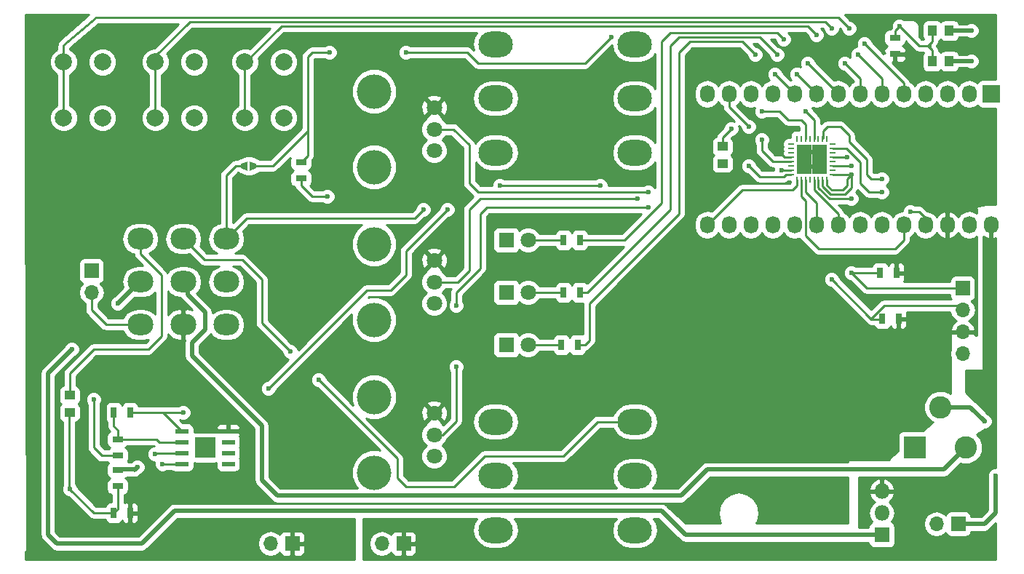
<source format=gtl>
G04 #@! TF.FileFunction,Copper,L1,Top,Signal*
%FSLAX46Y46*%
G04 Gerber Fmt 4.6, Leading zero omitted, Abs format (unit mm)*
G04 Created by KiCad (PCBNEW 4.0.7-e2-6376~58~ubuntu14.04.1) date Wed Apr 11 20:24:01 2018*
%MOMM*%
%LPD*%
G01*
G04 APERTURE LIST*
%ADD10C,0.100000*%
%ADD11R,2.032000X2.032000*%
%ADD12O,1.727200X2.032000*%
%ADD13R,1.700000X1.700000*%
%ADD14O,1.700000X1.700000*%
%ADD15R,1.250000X1.000000*%
%ADD16R,1.000000X1.250000*%
%ADD17R,1.800000X1.800000*%
%ADD18C,1.800000*%
%ADD19R,1.300000X0.700000*%
%ADD20R,2.600000X2.600000*%
%ADD21C,2.600000*%
%ADD22R,0.700000X1.300000*%
%ADD23C,4.000000*%
%ADD24C,2.000000*%
%ADD25R,1.550000X0.600000*%
%ADD26R,1.175000X1.175000*%
%ADD27R,0.700000X0.250000*%
%ADD28R,0.250000X0.700000*%
%ADD29R,1.725000X1.725000*%
%ADD30O,1.800000X1.800000*%
%ADD31O,4.000000X3.000000*%
%ADD32O,3.000000X2.500000*%
%ADD33C,0.600000*%
%ADD34C,0.500000*%
%ADD35C,0.250000*%
%ADD36C,0.254000*%
G04 APERTURE END LIST*
D10*
D11*
X242570000Y-89916000D03*
D12*
X240030000Y-89916000D03*
X237490000Y-89916000D03*
X234950000Y-89916000D03*
X232410000Y-89916000D03*
X229870000Y-89916000D03*
X227330000Y-89916000D03*
X224790000Y-89916000D03*
X222250000Y-89916000D03*
X219710000Y-89916000D03*
X217170000Y-89916000D03*
X214630000Y-89916000D03*
X212090000Y-89916000D03*
X209550000Y-89916000D03*
X209550000Y-105156000D03*
X212090000Y-105156000D03*
X214630000Y-105156000D03*
X217170000Y-105156000D03*
X219710000Y-105156000D03*
X222250000Y-105156000D03*
X224790000Y-105156000D03*
X227330000Y-105156000D03*
X229870000Y-105156000D03*
X232410000Y-105156000D03*
X234950000Y-105156000D03*
X237490000Y-105156000D03*
X240030000Y-105156000D03*
X242570000Y-105156000D03*
D13*
X238760000Y-139954000D03*
D14*
X236220000Y-139954000D03*
D15*
X135382000Y-126984000D03*
X135382000Y-124984000D03*
X211328000Y-96028000D03*
X211328000Y-98028000D03*
D16*
X235728000Y-82550000D03*
X237728000Y-82550000D03*
X235728000Y-86106000D03*
X237728000Y-86106000D03*
D17*
X186182000Y-106934000D03*
D18*
X188722000Y-106934000D03*
D17*
X186182000Y-113030000D03*
D18*
X188722000Y-113030000D03*
D17*
X186182000Y-119126000D03*
D18*
X188722000Y-119126000D03*
D19*
X231394000Y-83378000D03*
X231394000Y-85278000D03*
D20*
X233680000Y-131064000D03*
D21*
X239680000Y-131064000D03*
X236680000Y-126364000D03*
D10*
G36*
X157118000Y-98048000D02*
X157118000Y-98548000D01*
X156318000Y-98848000D01*
X156318000Y-97748000D01*
X157118000Y-98048000D01*
X157118000Y-98048000D01*
G37*
G36*
X156102000Y-97748000D02*
X156102000Y-98848000D01*
X155302000Y-98548000D01*
X155302000Y-98048000D01*
X156102000Y-97748000D01*
X156102000Y-97748000D01*
G37*
D22*
X194498000Y-119126000D03*
X192598000Y-119126000D03*
X194752000Y-113030000D03*
X192852000Y-113030000D03*
X194752000Y-106934000D03*
X192852000Y-106934000D03*
X142428000Y-138684000D03*
X140528000Y-138684000D03*
D19*
X140970000Y-135570000D03*
X140970000Y-133670000D03*
X140970000Y-130114000D03*
X140970000Y-132014000D03*
D22*
X142428000Y-127000000D03*
X140528000Y-127000000D03*
X231836000Y-116078000D03*
X229936000Y-116078000D03*
X231582000Y-110744000D03*
X229682000Y-110744000D03*
D19*
X162306000Y-97856000D03*
X162306000Y-99756000D03*
D18*
X177800000Y-91520000D03*
X177800000Y-94020000D03*
X177800000Y-96520000D03*
D23*
X170800000Y-89620000D03*
X170800000Y-98420000D03*
D18*
X177800000Y-109300000D03*
X177800000Y-111800000D03*
X177800000Y-114300000D03*
D23*
X170800000Y-107400000D03*
X170800000Y-116200000D03*
D18*
X177800000Y-127080000D03*
X177800000Y-129580000D03*
X177800000Y-132080000D03*
D23*
X170800000Y-125180000D03*
X170800000Y-133980000D03*
D24*
X134692000Y-92710000D03*
X139192000Y-92710000D03*
X134692000Y-86210000D03*
X139192000Y-86210000D03*
X145360000Y-92710000D03*
X149860000Y-92710000D03*
X145360000Y-86210000D03*
X149860000Y-86210000D03*
X155774000Y-92710000D03*
X160274000Y-92710000D03*
X155774000Y-86210000D03*
X160274000Y-86210000D03*
D25*
X148430000Y-129159000D03*
X148430000Y-130429000D03*
X148430000Y-131699000D03*
X148430000Y-132969000D03*
X153830000Y-132969000D03*
X153830000Y-131699000D03*
X153830000Y-130429000D03*
X153830000Y-129159000D03*
D26*
X151717500Y-131651500D03*
X151717500Y-130476500D03*
X150542500Y-131651500D03*
X150542500Y-130476500D03*
D27*
X224142000Y-99286000D03*
X224142000Y-98786000D03*
X224142000Y-98286000D03*
X224142000Y-97786000D03*
X224142000Y-97286000D03*
X224142000Y-96786000D03*
X224142000Y-96286000D03*
X224142000Y-95786000D03*
D28*
X223492000Y-95136000D03*
X222992000Y-95136000D03*
X222492000Y-95136000D03*
X221992000Y-95136000D03*
X221492000Y-95136000D03*
X220992000Y-95136000D03*
X220492000Y-95136000D03*
X219992000Y-95136000D03*
D27*
X219342000Y-95786000D03*
X219342000Y-96286000D03*
X219342000Y-96786000D03*
X219342000Y-97286000D03*
X219342000Y-97786000D03*
X219342000Y-98286000D03*
X219342000Y-98786000D03*
X219342000Y-99286000D03*
D28*
X219992000Y-99936000D03*
X220492000Y-99936000D03*
X220992000Y-99936000D03*
X221492000Y-99936000D03*
X221992000Y-99936000D03*
X222492000Y-99936000D03*
X222992000Y-99936000D03*
X223492000Y-99936000D03*
D29*
X220879500Y-96673500D03*
X220879500Y-98398500D03*
X222604500Y-96673500D03*
X222604500Y-98398500D03*
D17*
X229870000Y-141224000D03*
D30*
X229870000Y-138684000D03*
X229870000Y-136144000D03*
D31*
X201140000Y-140666000D03*
X201140000Y-134366000D03*
X201140000Y-128066000D03*
X184940000Y-140666000D03*
X184940000Y-134366000D03*
X184940000Y-128066000D03*
X184940000Y-84124000D03*
X184940000Y-90424000D03*
X184940000Y-96724000D03*
X201140000Y-84124000D03*
X201140000Y-90424000D03*
X201140000Y-96724000D03*
D32*
X143590000Y-111760000D03*
X153590000Y-111760000D03*
X153590000Y-116760000D03*
X143590000Y-116760000D03*
X143590000Y-106760000D03*
X153590000Y-106760000D03*
X148590000Y-106760000D03*
X148590000Y-111760000D03*
X148590000Y-116760000D03*
D13*
X161290000Y-142240000D03*
D14*
X158750000Y-142240000D03*
D13*
X174244000Y-142240000D03*
D14*
X171704000Y-142240000D03*
D13*
X239268000Y-112522000D03*
D14*
X239268000Y-115062000D03*
X239268000Y-117602000D03*
X239268000Y-120142000D03*
D13*
X137922000Y-110490000D03*
D14*
X137922000Y-113030000D03*
D33*
X240284000Y-82550000D03*
X220726000Y-98552000D03*
X222758000Y-96520000D03*
X222758000Y-98552000D03*
X220726000Y-96520000D03*
X226314000Y-98298000D03*
X226314000Y-99314000D03*
X240284000Y-86106000D03*
X226060000Y-82296000D03*
X227838000Y-84074000D03*
X224028000Y-82296000D03*
X227076000Y-85344000D03*
X222250000Y-83058000D03*
X225552000Y-86360000D03*
X221234000Y-86360000D03*
X218440000Y-83566000D03*
X219964000Y-87630000D03*
X217678000Y-85344000D03*
X215138000Y-85344000D03*
X217424000Y-87630000D03*
X214376000Y-98298000D03*
X214376000Y-93726000D03*
X215900000Y-95250000D03*
X180340000Y-114554000D03*
X180340000Y-121666000D03*
X202692000Y-103124000D03*
X201422000Y-102108000D03*
X202692000Y-101346000D03*
X224028000Y-111506000D03*
X226314000Y-110744000D03*
X218186000Y-98806000D03*
X233172000Y-103632000D03*
X237490000Y-97028000D03*
X237490000Y-93726000D03*
X237490000Y-100584000D03*
X229870000Y-101346000D03*
X143256000Y-133350000D03*
X165354000Y-101854000D03*
X146177000Y-132969000D03*
X138176000Y-125476000D03*
X243078000Y-134366000D03*
X241808000Y-128016000D03*
X135382000Y-135890000D03*
X145288000Y-131826000D03*
X215900000Y-91948000D03*
X212344000Y-93980000D03*
X185420000Y-100584000D03*
X197104000Y-100584000D03*
X179324000Y-103378000D03*
X148590000Y-127000000D03*
X158496000Y-124206000D03*
X211328000Y-98028000D03*
X226314000Y-102108000D03*
X225806000Y-97282000D03*
X231902000Y-82042000D03*
X229870000Y-99822000D03*
X174498000Y-85090000D03*
X165608000Y-85090000D03*
X198374000Y-83312000D03*
X220980000Y-91948000D03*
X164338000Y-123190000D03*
X161036000Y-119888000D03*
X176530000Y-103378000D03*
X135636000Y-119634000D03*
X140970000Y-114300000D03*
D34*
X240284000Y-82550000D02*
X237728000Y-82550000D01*
X240284000Y-86106000D02*
X237728000Y-86106000D01*
X222604500Y-96673500D02*
X220879500Y-96673500D01*
X220879500Y-96673500D02*
X220879500Y-98398500D01*
X220879500Y-98398500D02*
X222604500Y-98398500D01*
X222604500Y-98398500D02*
X222604500Y-96673500D01*
D35*
X226048000Y-98286000D02*
X226302000Y-98286000D01*
X225540000Y-98286000D02*
X224142000Y-98286000D01*
X225540000Y-98286000D02*
X226048000Y-98286000D01*
X226302000Y-98286000D02*
X226314000Y-98298000D01*
X223492000Y-99936000D02*
X223492000Y-100556000D01*
X223492000Y-100556000D02*
X224028000Y-101092000D01*
X224028000Y-101092000D02*
X225298000Y-101092000D01*
X225298000Y-101092000D02*
X225806000Y-100584000D01*
X225806000Y-100584000D02*
X225806000Y-99822000D01*
X225806000Y-99822000D02*
X226314000Y-99314000D01*
X222992000Y-99936000D02*
X222992000Y-100689602D01*
X222992000Y-100689602D02*
X223902398Y-101600000D01*
X223902398Y-101600000D02*
X225552000Y-101600000D01*
X225552000Y-101600000D02*
X226314000Y-100838000D01*
X226314000Y-100838000D02*
X226314000Y-99314000D01*
X226286000Y-99286000D02*
X226314000Y-99314000D01*
X224142000Y-99286000D02*
X226088000Y-99286000D01*
X134692000Y-84256000D02*
X138430000Y-81026000D01*
X134692000Y-85090000D02*
X134692000Y-84256000D01*
X134692000Y-85090000D02*
X134692000Y-85018000D01*
X227838000Y-84074000D02*
X232410000Y-88646000D01*
X232410000Y-88646000D02*
X232410000Y-89916000D01*
X138430000Y-81026000D02*
X224790000Y-81026000D01*
X224790000Y-81026000D02*
X226060000Y-82296000D01*
X134692000Y-86210000D02*
X134692000Y-85090000D01*
X134692000Y-86210000D02*
X134692000Y-92710000D01*
X149352000Y-81534000D02*
X222758000Y-81534000D01*
X222758000Y-81534000D02*
X223266000Y-81534000D01*
X223266000Y-81534000D02*
X224028000Y-82296000D01*
X145360000Y-85526000D02*
X149352000Y-81534000D01*
X227076000Y-85344000D02*
X229870000Y-88138000D01*
X229870000Y-88138000D02*
X229870000Y-88392000D01*
X145360000Y-86210000D02*
X145360000Y-85526000D01*
X229870000Y-88138000D02*
X229870000Y-88392000D01*
X229870000Y-88392000D02*
X229870000Y-89916000D01*
X145360000Y-86210000D02*
X145360000Y-92710000D01*
X145360000Y-86210000D02*
X145360000Y-85780000D01*
X221234000Y-82042000D02*
X222250000Y-83058000D01*
X219456000Y-82042000D02*
X221234000Y-82042000D01*
X160020000Y-82042000D02*
X219456000Y-82042000D01*
X227330000Y-88138000D02*
X225552000Y-86360000D01*
X227330000Y-89916000D02*
X227330000Y-88138000D01*
X160020000Y-82042000D02*
X155852000Y-86210000D01*
X155774000Y-86210000D02*
X155852000Y-86210000D01*
X155774000Y-86210000D02*
X155774000Y-92710000D01*
X224790000Y-89916000D02*
X221488000Y-86614000D01*
X221234000Y-86360000D02*
X221488000Y-86614000D01*
X199898000Y-106934000D02*
X202946000Y-103886000D01*
X202946000Y-103886000D02*
X204216000Y-102616000D01*
X205232000Y-82804000D02*
X217678000Y-82804000D01*
X217678000Y-82804000D02*
X218186000Y-83312000D01*
X199898000Y-106934000D02*
X194752000Y-106934000D01*
X204216000Y-83820000D02*
X205232000Y-82804000D01*
X204216000Y-102616000D02*
X204216000Y-83820000D01*
X218440000Y-83566000D02*
X218186000Y-83312000D01*
X216662000Y-84328000D02*
X217678000Y-85344000D01*
X205232000Y-103378000D02*
X205232000Y-84328000D01*
X194752000Y-113030000D02*
X195580000Y-113030000D01*
X200914000Y-107696000D02*
X203962000Y-104648000D01*
X195834000Y-112776000D02*
X200914000Y-107696000D01*
X203962000Y-104648000D02*
X205232000Y-103378000D01*
X205232000Y-84328000D02*
X206248000Y-83312000D01*
X206248000Y-83312000D02*
X215646000Y-83312000D01*
X215646000Y-83312000D02*
X216662000Y-84328000D01*
X219964000Y-87630000D02*
X222250000Y-89916000D01*
X195834000Y-112776000D02*
X195580000Y-113030000D01*
X206248000Y-85090000D02*
X206248000Y-103886000D01*
X194498000Y-119126000D02*
X195326000Y-119126000D01*
X213614000Y-83820000D02*
X215138000Y-85344000D01*
X217424000Y-87630000D02*
X219710000Y-89916000D01*
X207518000Y-83820000D02*
X213614000Y-83820000D01*
X206248000Y-85090000D02*
X207518000Y-83820000D01*
X204724000Y-105410000D02*
X206248000Y-103886000D01*
X195834000Y-114300000D02*
X201676000Y-108458000D01*
X195834000Y-118618000D02*
X195834000Y-114300000D01*
X195326000Y-119126000D02*
X195834000Y-118618000D01*
X201676000Y-108458000D02*
X204724000Y-105410000D01*
X217424000Y-99568000D02*
X215646000Y-99568000D01*
X219342000Y-99286000D02*
X218722000Y-99286000D01*
X218440000Y-99568000D02*
X218722000Y-99286000D01*
X217424000Y-99568000D02*
X218440000Y-99568000D01*
X215646000Y-99568000D02*
X214376000Y-98298000D01*
X218440000Y-97786000D02*
X217174000Y-97786000D01*
X212090000Y-91440000D02*
X212090000Y-89916000D01*
X212090000Y-91440000D02*
X214376000Y-93726000D01*
X215900000Y-96512000D02*
X215900000Y-95250000D01*
X217174000Y-97786000D02*
X215900000Y-96512000D01*
X219342000Y-97786000D02*
X218440000Y-97786000D01*
X218440000Y-97786000D02*
X218436000Y-97786000D01*
X213614000Y-101092000D02*
X219456000Y-101092000D01*
X209550000Y-105156000D02*
X213614000Y-101092000D01*
X219992000Y-100556000D02*
X219992000Y-99936000D01*
X219456000Y-101092000D02*
X219992000Y-100556000D01*
X180340000Y-128016000D02*
X180340000Y-121666000D01*
X180340000Y-113030000D02*
X181610000Y-111760000D01*
X180340000Y-114554000D02*
X180340000Y-113030000D01*
X177800000Y-129580000D02*
X178776000Y-129580000D01*
X181610000Y-111760000D02*
X183134000Y-110236000D01*
X178776000Y-129580000D02*
X180340000Y-128016000D01*
X183134000Y-104140000D02*
X183134000Y-103886000D01*
X183134000Y-103886000D02*
X183896000Y-103124000D01*
X183896000Y-103124000D02*
X202692000Y-103124000D01*
X183134000Y-110236000D02*
X183134000Y-104140000D01*
X183134000Y-104140000D02*
X183134000Y-103886000D01*
X201422000Y-102108000D02*
X183134000Y-102108000D01*
X180554000Y-111800000D02*
X181864000Y-110490000D01*
X181864000Y-110490000D02*
X181864000Y-103378000D01*
X181864000Y-103378000D02*
X183134000Y-102108000D01*
X180554000Y-111800000D02*
X177800000Y-111800000D01*
X181864000Y-99060000D02*
X181864000Y-100330000D01*
X180046000Y-94020000D02*
X181864000Y-95838000D01*
X181864000Y-95838000D02*
X181864000Y-99060000D01*
X180046000Y-94020000D02*
X177800000Y-94020000D01*
X182880000Y-101346000D02*
X202692000Y-101346000D01*
X181864000Y-100330000D02*
X182880000Y-101346000D01*
X228638735Y-116116735D02*
X224028000Y-111506000D01*
X228638735Y-116116735D02*
X228638735Y-116039265D01*
X230124000Y-114554000D02*
X238760000Y-114554000D01*
X228638735Y-116039265D02*
X230124000Y-114554000D01*
X238760000Y-114554000D02*
X239268000Y-115062000D01*
X229140765Y-116116735D02*
X228638735Y-116116735D01*
X229936000Y-116078000D02*
X229140765Y-116116735D01*
X222250000Y-103632000D02*
X222250000Y-102616000D01*
X222250000Y-105156000D02*
X222250000Y-103632000D01*
X220992000Y-101358000D02*
X220992000Y-99936000D01*
X222250000Y-102616000D02*
X220992000Y-101358000D01*
X226314000Y-110744000D02*
X228092000Y-112522000D01*
X228092000Y-112522000D02*
X239268000Y-112522000D01*
X229108000Y-110744000D02*
X226314000Y-110744000D01*
X229682000Y-110744000D02*
X229108000Y-110744000D01*
X226314000Y-110744000D02*
X226314000Y-110744000D01*
X224790000Y-103886000D02*
X221996000Y-101092000D01*
X221996000Y-101092000D02*
X221996000Y-99940000D01*
X221996000Y-99940000D02*
X221992000Y-99936000D01*
X224790000Y-103878000D02*
X224790000Y-103886000D01*
X224790000Y-103886000D02*
X224790000Y-105156000D01*
X220980000Y-103886000D02*
X220980000Y-102362000D01*
X222504000Y-107950000D02*
X220980000Y-106426000D01*
X220980000Y-106426000D02*
X220980000Y-103886000D01*
X232410000Y-106934000D02*
X231394000Y-107950000D01*
X232410000Y-105156000D02*
X232410000Y-106934000D01*
X231394000Y-107950000D02*
X222504000Y-107950000D01*
X220492000Y-101874000D02*
X220492000Y-99936000D01*
X220980000Y-102362000D02*
X220492000Y-101874000D01*
X233172000Y-103632000D02*
X234188000Y-103632000D01*
X218186000Y-98806000D02*
X218206000Y-98786000D01*
X219342000Y-98786000D02*
X218206000Y-98786000D01*
X234188000Y-103632000D02*
X234950000Y-104394000D01*
X234950000Y-104394000D02*
X234950000Y-105156000D01*
D34*
X237490000Y-100584000D02*
X237490000Y-93726000D01*
X237490000Y-93726000D02*
X236220000Y-93726000D01*
D35*
X237490000Y-93726000D02*
X236220000Y-93726000D01*
X218698000Y-97286000D02*
X218572398Y-97286000D01*
X219342000Y-97286000D02*
X218698000Y-97286000D01*
X217932000Y-96645602D02*
X217932000Y-95504000D01*
X218572398Y-97286000D02*
X217932000Y-96645602D01*
X174324000Y-130556000D02*
X177800000Y-127080000D01*
X225786000Y-96286000D02*
X227330000Y-97830000D01*
X225786000Y-96286000D02*
X224142000Y-96286000D01*
X227330000Y-97830000D02*
X227330000Y-100330000D01*
X227330000Y-100330000D02*
X228346000Y-101346000D01*
X228346000Y-101346000D02*
X229870000Y-101346000D01*
D34*
X143002000Y-133604000D02*
X141036000Y-133604000D01*
X141036000Y-133604000D02*
X140970000Y-133670000D01*
X143256000Y-133350000D02*
X143002000Y-133604000D01*
X143002000Y-133604000D02*
X142936000Y-133670000D01*
D35*
X142936000Y-133670000D02*
X140970000Y-133670000D01*
X162306000Y-99756000D02*
X162306000Y-100584000D01*
X163576000Y-101854000D02*
X165354000Y-101854000D01*
X162306000Y-100584000D02*
X163576000Y-101854000D01*
X148430000Y-132969000D02*
X146939000Y-132969000D01*
X146939000Y-132969000D02*
X146177000Y-132969000D01*
X140970000Y-132014000D02*
X139126000Y-132014000D01*
X138176000Y-131064000D02*
X138176000Y-125476000D01*
X139126000Y-132014000D02*
X138176000Y-131064000D01*
X242570000Y-105156000D02*
X242570000Y-107696000D01*
D34*
X241808000Y-128016000D02*
X240156000Y-126364000D01*
X240156000Y-126364000D02*
X236680000Y-126364000D01*
X238760000Y-139954000D02*
X241808000Y-139954000D01*
X241808000Y-139954000D02*
X243078000Y-138684000D01*
X243078000Y-138684000D02*
X243078000Y-134366000D01*
D35*
X243078000Y-138684000D02*
X243078000Y-134366000D01*
X241808000Y-139954000D02*
X243078000Y-138684000D01*
X240156000Y-126364000D02*
X236680000Y-126364000D01*
X135366000Y-127000000D02*
X135366000Y-128270000D01*
X135366000Y-128270000D02*
X135366000Y-135874000D01*
X135366000Y-127000000D02*
X135382000Y-126984000D01*
X145415000Y-131699000D02*
X148430000Y-131699000D01*
X135366000Y-135874000D02*
X135382000Y-135890000D01*
X145415000Y-131699000D02*
X145288000Y-131826000D01*
X138684000Y-138684000D02*
X138176000Y-138684000D01*
X138176000Y-138684000D02*
X135366000Y-135874000D01*
X140528000Y-138684000D02*
X138684000Y-138684000D01*
X140970000Y-135570000D02*
X140970000Y-138242000D01*
X140970000Y-138242000D02*
X140528000Y-138684000D01*
X220472000Y-92964000D02*
X218948000Y-92964000D01*
X220992000Y-93484000D02*
X220472000Y-92964000D01*
X220992000Y-95136000D02*
X220992000Y-93484000D01*
X217932000Y-91948000D02*
X215900000Y-91948000D01*
X218948000Y-92964000D02*
X217932000Y-91948000D01*
X211328000Y-94996000D02*
X211328000Y-96028000D01*
X212344000Y-93980000D02*
X211328000Y-94996000D01*
X197104000Y-100584000D02*
X185420000Y-100584000D01*
X174498000Y-108204000D02*
X174498000Y-110998000D01*
X169926000Y-112776000D02*
X158496000Y-124206000D01*
X179324000Y-103378000D02*
X174498000Y-108204000D01*
X146271000Y-127000000D02*
X148590000Y-127000000D01*
X174498000Y-110998000D02*
X172720000Y-112776000D01*
X172720000Y-112776000D02*
X169926000Y-112776000D01*
X142428000Y-127000000D02*
X146271000Y-127000000D01*
X146271000Y-127000000D02*
X148430000Y-129159000D01*
X223774000Y-102108000D02*
X222492000Y-100826000D01*
X222492000Y-99936000D02*
X222492000Y-100826000D01*
X223774000Y-102108000D02*
X226314000Y-102108000D01*
X235458000Y-84582000D02*
X235458000Y-84074000D01*
X235458000Y-84074000D02*
X235728000Y-83804000D01*
X235458000Y-84582000D02*
X235712000Y-84836000D01*
X231902000Y-82042000D02*
X233426000Y-83566000D01*
X231394000Y-83378000D02*
X231394000Y-82550000D01*
X231394000Y-82550000D02*
X231902000Y-82042000D01*
X224142000Y-97286000D02*
X225802000Y-97286000D01*
X225802000Y-97286000D02*
X225806000Y-97282000D01*
X231394000Y-83058000D02*
X231394000Y-83378000D01*
X234696000Y-84328000D02*
X234188000Y-84328000D01*
X234696000Y-84328000D02*
X235204000Y-84328000D01*
X234188000Y-84328000D02*
X233426000Y-83566000D01*
X235204000Y-84328000D02*
X235458000Y-84582000D01*
X235712000Y-84836000D02*
X235712000Y-85344000D01*
X235712000Y-85344000D02*
X235712000Y-86090000D01*
X235728000Y-82550000D02*
X235728000Y-83296000D01*
X235728000Y-83804000D02*
X235728000Y-83296000D01*
X235204000Y-84328000D02*
X235458000Y-84074000D01*
X235712000Y-86090000D02*
X235728000Y-86106000D01*
X235728000Y-86106000D02*
X235712000Y-86106000D01*
X235728000Y-82550000D02*
X235728000Y-82788000D01*
X226060000Y-94742000D02*
X225806000Y-94488000D01*
X223520000Y-93726000D02*
X223012000Y-94234000D01*
X225044000Y-93726000D02*
X223520000Y-93726000D01*
X225806000Y-94488000D02*
X225044000Y-93726000D01*
X228092000Y-99060000D02*
X228092000Y-99314000D01*
X228600000Y-99822000D02*
X229870000Y-99822000D01*
X228092000Y-99314000D02*
X228600000Y-99822000D01*
X226060000Y-95504000D02*
X228092000Y-97536000D01*
X228092000Y-97536000D02*
X228092000Y-99060000D01*
X223012000Y-94996000D02*
X223012000Y-94234000D01*
X226060000Y-95504000D02*
X226060000Y-94742000D01*
X223012000Y-94996000D02*
X222992000Y-95136000D01*
X192852000Y-106934000D02*
X188722000Y-106934000D01*
X192852000Y-113030000D02*
X188722000Y-113030000D01*
X192598000Y-119126000D02*
X188722000Y-119126000D01*
X164338000Y-85090000D02*
X165608000Y-85090000D01*
X163576000Y-85090000D02*
X163068000Y-85598000D01*
X163068000Y-94234000D02*
X163068000Y-85598000D01*
X181610000Y-85090000D02*
X182880000Y-86360000D01*
X182880000Y-86360000D02*
X195326000Y-86360000D01*
X195326000Y-86360000D02*
X198374000Y-83312000D01*
X163576000Y-85090000D02*
X164338000Y-85090000D01*
X174498000Y-85090000D02*
X181610000Y-85090000D01*
X221992000Y-95136000D02*
X221992000Y-92960000D01*
X221992000Y-92960000D02*
X220980000Y-91948000D01*
X156718000Y-98298000D02*
X157734000Y-98298000D01*
X159004000Y-98298000D02*
X163068000Y-94234000D01*
X159004000Y-98298000D02*
X157734000Y-98298000D01*
X163068000Y-94234000D02*
X163068000Y-97094000D01*
X163068000Y-97094000D02*
X162306000Y-97856000D01*
X140528000Y-127000000D02*
X140528000Y-128590000D01*
X140970000Y-129032000D02*
X140970000Y-130114000D01*
X140528000Y-128590000D02*
X140970000Y-129032000D01*
X140970000Y-130114000D02*
X145493700Y-130114000D01*
X145808700Y-130429000D02*
X148430000Y-130429000D01*
X145493700Y-130114000D02*
X145808700Y-130429000D01*
X143590000Y-106760000D02*
X143590000Y-108538000D01*
X135382000Y-122428000D02*
X135382000Y-124984000D01*
X138176000Y-119634000D02*
X135382000Y-122428000D01*
X144526000Y-119634000D02*
X138176000Y-119634000D01*
X146050000Y-118110000D02*
X144526000Y-119634000D01*
X146050000Y-110998000D02*
X146050000Y-118110000D01*
X143590000Y-108538000D02*
X146050000Y-110998000D01*
X183642000Y-132080000D02*
X180086000Y-135636000D01*
X201140000Y-128066000D02*
X196800000Y-128066000D01*
X183642000Y-132080000D02*
X192786000Y-132080000D01*
X192786000Y-132080000D02*
X196800000Y-128066000D01*
X174498000Y-135636000D02*
X173482000Y-134620000D01*
X180086000Y-135636000D02*
X174498000Y-135636000D01*
X172720000Y-131572000D02*
X173482000Y-132334000D01*
X173482000Y-132334000D02*
X173482000Y-134620000D01*
X157734000Y-116586000D02*
X157734000Y-111506000D01*
X172720000Y-131572000D02*
X164338000Y-123190000D01*
X161036000Y-119888000D02*
X157734000Y-116586000D01*
X151050000Y-109220000D02*
X148590000Y-106760000D01*
X155448000Y-109220000D02*
X151050000Y-109220000D01*
X157734000Y-111506000D02*
X155448000Y-109220000D01*
D34*
X159512000Y-136652000D02*
X157734000Y-134874000D01*
X157734000Y-134874000D02*
X157734000Y-128524000D01*
X157734000Y-128524000D02*
X149606000Y-120396000D01*
X149606000Y-120396000D02*
X149606000Y-118872000D01*
X149606000Y-118872000D02*
X151130000Y-117348000D01*
X151130000Y-117348000D02*
X151130000Y-115316000D01*
X151130000Y-115316000D02*
X149098000Y-113284000D01*
X149098000Y-113284000D02*
X149098000Y-112268000D01*
X149098000Y-112268000D02*
X148590000Y-111760000D01*
X209550000Y-133604000D02*
X237140000Y-133604000D01*
X237140000Y-133604000D02*
X239680000Y-131064000D01*
X206502000Y-136652000D02*
X209550000Y-133604000D01*
X186436000Y-136652000D02*
X206502000Y-136652000D01*
X172466000Y-136652000D02*
X186436000Y-136652000D01*
X165608000Y-136652000D02*
X172466000Y-136652000D01*
X159512000Y-136652000D02*
X165608000Y-136652000D01*
D35*
X151130000Y-115316000D02*
X149098000Y-113284000D01*
X239680000Y-131064000D02*
X237140000Y-133604000D01*
X151130000Y-115316000D02*
X151130000Y-117348000D01*
X151130000Y-117348000D02*
X149606000Y-118872000D01*
X149606000Y-118872000D02*
X149606000Y-120396000D01*
X149606000Y-120396000D02*
X157734000Y-128524000D01*
X157734000Y-128524000D02*
X157734000Y-134874000D01*
X149098000Y-113284000D02*
X149098000Y-112268000D01*
X149098000Y-112268000D02*
X148590000Y-111760000D01*
X143590000Y-116760000D02*
X139620000Y-116760000D01*
X137922000Y-115062000D02*
X137922000Y-113030000D01*
X139620000Y-116760000D02*
X137922000Y-115062000D01*
X176530000Y-103378000D02*
X175514000Y-104394000D01*
X175514000Y-104394000D02*
X155956000Y-104394000D01*
X155956000Y-104394000D02*
X153590000Y-106760000D01*
X155702000Y-98298000D02*
X154686000Y-98298000D01*
X153590000Y-99394000D02*
X153590000Y-106760000D01*
X154686000Y-98298000D02*
X153590000Y-99394000D01*
D34*
X207010000Y-141224000D02*
X229870000Y-141224000D01*
X135636000Y-119634000D02*
X132842000Y-122428000D01*
X143510000Y-111760000D02*
X140970000Y-114300000D01*
X147574000Y-138430000D02*
X195072000Y-138430000D01*
X143764000Y-142240000D02*
X147574000Y-138430000D01*
X133858000Y-142240000D02*
X143764000Y-142240000D01*
X132842000Y-141224000D02*
X133858000Y-142240000D01*
X132842000Y-122428000D02*
X132842000Y-141224000D01*
X143590000Y-111760000D02*
X143510000Y-111760000D01*
X207010000Y-141224000D02*
X204216000Y-138430000D01*
X204216000Y-138430000D02*
X195072000Y-138430000D01*
D35*
X204216000Y-138430000D02*
X195072000Y-138430000D01*
X207010000Y-141224000D02*
X204216000Y-138430000D01*
D36*
G36*
X242697000Y-106642217D02*
X242929026Y-106763358D01*
X242944791Y-106760709D01*
X243130000Y-106671493D01*
X243130000Y-133431045D01*
X242892833Y-133430838D01*
X242549057Y-133572883D01*
X242285808Y-133835673D01*
X242143162Y-134179201D01*
X242142838Y-134551167D01*
X242193000Y-134672569D01*
X242193000Y-138317421D01*
X241441420Y-139069000D01*
X240250854Y-139069000D01*
X240213162Y-138868683D01*
X240074090Y-138652559D01*
X239861890Y-138507569D01*
X239610000Y-138456560D01*
X237910000Y-138456560D01*
X237674683Y-138500838D01*
X237458559Y-138639910D01*
X237313569Y-138852110D01*
X237299914Y-138919541D01*
X237270054Y-138874853D01*
X236788285Y-138552946D01*
X236220000Y-138439907D01*
X235651715Y-138552946D01*
X235169946Y-138874853D01*
X234848039Y-139356622D01*
X234735000Y-139924907D01*
X234735000Y-139983093D01*
X234848039Y-140551378D01*
X235169946Y-141033147D01*
X235651715Y-141355054D01*
X236220000Y-141468093D01*
X236788285Y-141355054D01*
X237270054Y-141033147D01*
X237297850Y-140991548D01*
X237306838Y-141039317D01*
X237445910Y-141255441D01*
X237658110Y-141400431D01*
X237910000Y-141451440D01*
X239610000Y-141451440D01*
X239845317Y-141407162D01*
X240061441Y-141268090D01*
X240206431Y-141055890D01*
X240250352Y-140839000D01*
X241807995Y-140839000D01*
X241808000Y-140839001D01*
X242090484Y-140782810D01*
X242146675Y-140771633D01*
X242433790Y-140579790D01*
X243130000Y-139883579D01*
X243130000Y-144070000D01*
X169545000Y-144070000D01*
X169545000Y-142210907D01*
X170219000Y-142210907D01*
X170219000Y-142269093D01*
X170332039Y-142837378D01*
X170653946Y-143319147D01*
X171135715Y-143641054D01*
X171704000Y-143754093D01*
X172272285Y-143641054D01*
X172754054Y-143319147D01*
X172783403Y-143275223D01*
X172855673Y-143449698D01*
X173034301Y-143628327D01*
X173267690Y-143725000D01*
X173958250Y-143725000D01*
X174117000Y-143566250D01*
X174117000Y-142367000D01*
X174371000Y-142367000D01*
X174371000Y-143566250D01*
X174529750Y-143725000D01*
X175220310Y-143725000D01*
X175453699Y-143628327D01*
X175632327Y-143449698D01*
X175729000Y-143216309D01*
X175729000Y-142525750D01*
X175570250Y-142367000D01*
X174371000Y-142367000D01*
X174117000Y-142367000D01*
X174097000Y-142367000D01*
X174097000Y-142113000D01*
X174117000Y-142113000D01*
X174117000Y-140913750D01*
X174371000Y-140913750D01*
X174371000Y-142113000D01*
X175570250Y-142113000D01*
X175729000Y-141954250D01*
X175729000Y-141263691D01*
X175632327Y-141030302D01*
X175453699Y-140851673D01*
X175220310Y-140755000D01*
X174529750Y-140755000D01*
X174371000Y-140913750D01*
X174117000Y-140913750D01*
X173958250Y-140755000D01*
X173267690Y-140755000D01*
X173034301Y-140851673D01*
X172855673Y-141030302D01*
X172783403Y-141204777D01*
X172754054Y-141160853D01*
X172272285Y-140838946D01*
X171704000Y-140725907D01*
X171135715Y-140838946D01*
X170653946Y-141160853D01*
X170332039Y-141642622D01*
X170219000Y-142210907D01*
X169545000Y-142210907D01*
X169545000Y-139315000D01*
X182772682Y-139315000D01*
X182415894Y-139848971D01*
X182253377Y-140666000D01*
X182415894Y-141483029D01*
X182878704Y-142175673D01*
X183571348Y-142638483D01*
X184388377Y-142801000D01*
X185491623Y-142801000D01*
X186308652Y-142638483D01*
X187001296Y-142175673D01*
X187464106Y-141483029D01*
X187626623Y-140666000D01*
X187464106Y-139848971D01*
X187107318Y-139315000D01*
X198972682Y-139315000D01*
X198615894Y-139848971D01*
X198453377Y-140666000D01*
X198615894Y-141483029D01*
X199078704Y-142175673D01*
X199771348Y-142638483D01*
X200588377Y-142801000D01*
X201691623Y-142801000D01*
X202508652Y-142638483D01*
X203201296Y-142175673D01*
X203664106Y-141483029D01*
X203826623Y-140666000D01*
X203664106Y-139848971D01*
X203307318Y-139315000D01*
X203849420Y-139315000D01*
X206384208Y-141849787D01*
X206384210Y-141849790D01*
X206671325Y-142041633D01*
X206727516Y-142052810D01*
X207010000Y-142109001D01*
X207010005Y-142109000D01*
X228322560Y-142109000D01*
X228322560Y-142124000D01*
X228366838Y-142359317D01*
X228505910Y-142575441D01*
X228718110Y-142720431D01*
X228970000Y-142771440D01*
X230770000Y-142771440D01*
X231005317Y-142727162D01*
X231221441Y-142588090D01*
X231366431Y-142375890D01*
X231417440Y-142124000D01*
X231417440Y-140324000D01*
X231373162Y-140088683D01*
X231234090Y-139872559D01*
X231021890Y-139727569D01*
X231005656Y-139724281D01*
X231288155Y-139301491D01*
X231405000Y-138714072D01*
X231405000Y-138653928D01*
X231288155Y-138066509D01*
X230955409Y-137568519D01*
X230717418Y-137409499D01*
X231107966Y-137051576D01*
X231361046Y-136508742D01*
X231240997Y-136271000D01*
X229997000Y-136271000D01*
X229997000Y-136291000D01*
X229743000Y-136291000D01*
X229743000Y-136271000D01*
X228499003Y-136271000D01*
X228378954Y-136508742D01*
X228632034Y-137051576D01*
X229022582Y-137409499D01*
X228784591Y-137568519D01*
X228451845Y-138066509D01*
X228335000Y-138653928D01*
X228335000Y-138714072D01*
X228451845Y-139301491D01*
X228732837Y-139722026D01*
X228518559Y-139859910D01*
X228373569Y-140072110D01*
X228322560Y-140324000D01*
X228322560Y-140339000D01*
X227203000Y-140339000D01*
X227203000Y-135779258D01*
X228378954Y-135779258D01*
X228499003Y-136017000D01*
X229743000Y-136017000D01*
X229743000Y-134773622D01*
X229997000Y-134773622D01*
X229997000Y-136017000D01*
X231240997Y-136017000D01*
X231361046Y-135779258D01*
X231107966Y-135236424D01*
X230666417Y-134831760D01*
X230234740Y-134652964D01*
X229997000Y-134773622D01*
X229743000Y-134773622D01*
X229505260Y-134652964D01*
X229073583Y-134831760D01*
X228632034Y-135236424D01*
X228378954Y-135779258D01*
X227203000Y-135779258D01*
X227203000Y-134489000D01*
X237139995Y-134489000D01*
X237140000Y-134489001D01*
X237422484Y-134432810D01*
X237478675Y-134421633D01*
X237765790Y-134229790D01*
X239083911Y-132911669D01*
X239293416Y-132998663D01*
X240063207Y-132999335D01*
X240774658Y-132705370D01*
X241319457Y-132161521D01*
X241614663Y-131450584D01*
X241615335Y-130680793D01*
X241321370Y-129969342D01*
X240888966Y-129536183D01*
X241855720Y-128951042D01*
X241993167Y-128951162D01*
X242336943Y-128809117D01*
X242600192Y-128546327D01*
X242742838Y-128202799D01*
X242743162Y-127830833D01*
X242601117Y-127487057D01*
X242338327Y-127223808D01*
X242217013Y-127173434D01*
X240781790Y-125738210D01*
X240727349Y-125701834D01*
X240613105Y-125625499D01*
X239649000Y-124661394D01*
X239649000Y-122047000D01*
X241554000Y-122047000D01*
X241603410Y-122036994D01*
X241645035Y-122008553D01*
X241672315Y-121966159D01*
X241681000Y-121920000D01*
X241681000Y-106513012D01*
X242195209Y-106760709D01*
X242210974Y-106763358D01*
X242443000Y-106642217D01*
X242443000Y-105283000D01*
X242697000Y-105283000D01*
X242697000Y-106642217D01*
X242697000Y-106642217D01*
G37*
X242697000Y-106642217D02*
X242929026Y-106763358D01*
X242944791Y-106760709D01*
X243130000Y-106671493D01*
X243130000Y-133431045D01*
X242892833Y-133430838D01*
X242549057Y-133572883D01*
X242285808Y-133835673D01*
X242143162Y-134179201D01*
X242142838Y-134551167D01*
X242193000Y-134672569D01*
X242193000Y-138317421D01*
X241441420Y-139069000D01*
X240250854Y-139069000D01*
X240213162Y-138868683D01*
X240074090Y-138652559D01*
X239861890Y-138507569D01*
X239610000Y-138456560D01*
X237910000Y-138456560D01*
X237674683Y-138500838D01*
X237458559Y-138639910D01*
X237313569Y-138852110D01*
X237299914Y-138919541D01*
X237270054Y-138874853D01*
X236788285Y-138552946D01*
X236220000Y-138439907D01*
X235651715Y-138552946D01*
X235169946Y-138874853D01*
X234848039Y-139356622D01*
X234735000Y-139924907D01*
X234735000Y-139983093D01*
X234848039Y-140551378D01*
X235169946Y-141033147D01*
X235651715Y-141355054D01*
X236220000Y-141468093D01*
X236788285Y-141355054D01*
X237270054Y-141033147D01*
X237297850Y-140991548D01*
X237306838Y-141039317D01*
X237445910Y-141255441D01*
X237658110Y-141400431D01*
X237910000Y-141451440D01*
X239610000Y-141451440D01*
X239845317Y-141407162D01*
X240061441Y-141268090D01*
X240206431Y-141055890D01*
X240250352Y-140839000D01*
X241807995Y-140839000D01*
X241808000Y-140839001D01*
X242090484Y-140782810D01*
X242146675Y-140771633D01*
X242433790Y-140579790D01*
X243130000Y-139883579D01*
X243130000Y-144070000D01*
X169545000Y-144070000D01*
X169545000Y-142210907D01*
X170219000Y-142210907D01*
X170219000Y-142269093D01*
X170332039Y-142837378D01*
X170653946Y-143319147D01*
X171135715Y-143641054D01*
X171704000Y-143754093D01*
X172272285Y-143641054D01*
X172754054Y-143319147D01*
X172783403Y-143275223D01*
X172855673Y-143449698D01*
X173034301Y-143628327D01*
X173267690Y-143725000D01*
X173958250Y-143725000D01*
X174117000Y-143566250D01*
X174117000Y-142367000D01*
X174371000Y-142367000D01*
X174371000Y-143566250D01*
X174529750Y-143725000D01*
X175220310Y-143725000D01*
X175453699Y-143628327D01*
X175632327Y-143449698D01*
X175729000Y-143216309D01*
X175729000Y-142525750D01*
X175570250Y-142367000D01*
X174371000Y-142367000D01*
X174117000Y-142367000D01*
X174097000Y-142367000D01*
X174097000Y-142113000D01*
X174117000Y-142113000D01*
X174117000Y-140913750D01*
X174371000Y-140913750D01*
X174371000Y-142113000D01*
X175570250Y-142113000D01*
X175729000Y-141954250D01*
X175729000Y-141263691D01*
X175632327Y-141030302D01*
X175453699Y-140851673D01*
X175220310Y-140755000D01*
X174529750Y-140755000D01*
X174371000Y-140913750D01*
X174117000Y-140913750D01*
X173958250Y-140755000D01*
X173267690Y-140755000D01*
X173034301Y-140851673D01*
X172855673Y-141030302D01*
X172783403Y-141204777D01*
X172754054Y-141160853D01*
X172272285Y-140838946D01*
X171704000Y-140725907D01*
X171135715Y-140838946D01*
X170653946Y-141160853D01*
X170332039Y-141642622D01*
X170219000Y-142210907D01*
X169545000Y-142210907D01*
X169545000Y-139315000D01*
X182772682Y-139315000D01*
X182415894Y-139848971D01*
X182253377Y-140666000D01*
X182415894Y-141483029D01*
X182878704Y-142175673D01*
X183571348Y-142638483D01*
X184388377Y-142801000D01*
X185491623Y-142801000D01*
X186308652Y-142638483D01*
X187001296Y-142175673D01*
X187464106Y-141483029D01*
X187626623Y-140666000D01*
X187464106Y-139848971D01*
X187107318Y-139315000D01*
X198972682Y-139315000D01*
X198615894Y-139848971D01*
X198453377Y-140666000D01*
X198615894Y-141483029D01*
X199078704Y-142175673D01*
X199771348Y-142638483D01*
X200588377Y-142801000D01*
X201691623Y-142801000D01*
X202508652Y-142638483D01*
X203201296Y-142175673D01*
X203664106Y-141483029D01*
X203826623Y-140666000D01*
X203664106Y-139848971D01*
X203307318Y-139315000D01*
X203849420Y-139315000D01*
X206384208Y-141849787D01*
X206384210Y-141849790D01*
X206671325Y-142041633D01*
X206727516Y-142052810D01*
X207010000Y-142109001D01*
X207010005Y-142109000D01*
X228322560Y-142109000D01*
X228322560Y-142124000D01*
X228366838Y-142359317D01*
X228505910Y-142575441D01*
X228718110Y-142720431D01*
X228970000Y-142771440D01*
X230770000Y-142771440D01*
X231005317Y-142727162D01*
X231221441Y-142588090D01*
X231366431Y-142375890D01*
X231417440Y-142124000D01*
X231417440Y-140324000D01*
X231373162Y-140088683D01*
X231234090Y-139872559D01*
X231021890Y-139727569D01*
X231005656Y-139724281D01*
X231288155Y-139301491D01*
X231405000Y-138714072D01*
X231405000Y-138653928D01*
X231288155Y-138066509D01*
X230955409Y-137568519D01*
X230717418Y-137409499D01*
X231107966Y-137051576D01*
X231361046Y-136508742D01*
X231240997Y-136271000D01*
X229997000Y-136271000D01*
X229997000Y-136291000D01*
X229743000Y-136291000D01*
X229743000Y-136271000D01*
X228499003Y-136271000D01*
X228378954Y-136508742D01*
X228632034Y-137051576D01*
X229022582Y-137409499D01*
X228784591Y-137568519D01*
X228451845Y-138066509D01*
X228335000Y-138653928D01*
X228335000Y-138714072D01*
X228451845Y-139301491D01*
X228732837Y-139722026D01*
X228518559Y-139859910D01*
X228373569Y-140072110D01*
X228322560Y-140324000D01*
X228322560Y-140339000D01*
X227203000Y-140339000D01*
X227203000Y-135779258D01*
X228378954Y-135779258D01*
X228499003Y-136017000D01*
X229743000Y-136017000D01*
X229743000Y-134773622D01*
X229997000Y-134773622D01*
X229997000Y-136017000D01*
X231240997Y-136017000D01*
X231361046Y-135779258D01*
X231107966Y-135236424D01*
X230666417Y-134831760D01*
X230234740Y-134652964D01*
X229997000Y-134773622D01*
X229743000Y-134773622D01*
X229505260Y-134652964D01*
X229073583Y-134831760D01*
X228632034Y-135236424D01*
X228378954Y-135779258D01*
X227203000Y-135779258D01*
X227203000Y-134489000D01*
X237139995Y-134489000D01*
X237140000Y-134489001D01*
X237422484Y-134432810D01*
X237478675Y-134421633D01*
X237765790Y-134229790D01*
X239083911Y-132911669D01*
X239293416Y-132998663D01*
X240063207Y-132999335D01*
X240774658Y-132705370D01*
X241319457Y-132161521D01*
X241614663Y-131450584D01*
X241615335Y-130680793D01*
X241321370Y-129969342D01*
X240888966Y-129536183D01*
X241855720Y-128951042D01*
X241993167Y-128951162D01*
X242336943Y-128809117D01*
X242600192Y-128546327D01*
X242742838Y-128202799D01*
X242743162Y-127830833D01*
X242601117Y-127487057D01*
X242338327Y-127223808D01*
X242217013Y-127173434D01*
X240781790Y-125738210D01*
X240727349Y-125701834D01*
X240613105Y-125625499D01*
X239649000Y-124661394D01*
X239649000Y-122047000D01*
X241554000Y-122047000D01*
X241603410Y-122036994D01*
X241645035Y-122008553D01*
X241672315Y-121966159D01*
X241681000Y-121920000D01*
X241681000Y-106513012D01*
X242195209Y-106760709D01*
X242210974Y-106763358D01*
X242443000Y-106642217D01*
X242443000Y-105283000D01*
X242697000Y-105283000D01*
X242697000Y-106642217D01*
G36*
X134195097Y-83680946D02*
X134177885Y-83703040D01*
X134154599Y-83718599D01*
X134087302Y-83819317D01*
X134012858Y-83914876D01*
X134005411Y-83941875D01*
X133989852Y-83965161D01*
X133966220Y-84083966D01*
X133934012Y-84200739D01*
X133937464Y-84228531D01*
X133932000Y-84256000D01*
X133932000Y-84754953D01*
X133767057Y-84823106D01*
X133306722Y-85282637D01*
X133057284Y-85883352D01*
X133056716Y-86533795D01*
X133305106Y-87134943D01*
X133764637Y-87595278D01*
X133932000Y-87664773D01*
X133932000Y-91254953D01*
X133767057Y-91323106D01*
X133306722Y-91782637D01*
X133057284Y-92383352D01*
X133056716Y-93033795D01*
X133305106Y-93634943D01*
X133764637Y-94095278D01*
X134365352Y-94344716D01*
X135015795Y-94345284D01*
X135616943Y-94096894D01*
X136077278Y-93637363D01*
X136326716Y-93036648D01*
X136326718Y-93033795D01*
X137556716Y-93033795D01*
X137805106Y-93634943D01*
X138264637Y-94095278D01*
X138865352Y-94344716D01*
X139515795Y-94345284D01*
X140116943Y-94096894D01*
X140577278Y-93637363D01*
X140826716Y-93036648D01*
X140827284Y-92386205D01*
X140578894Y-91785057D01*
X140119363Y-91324722D01*
X139518648Y-91075284D01*
X138868205Y-91074716D01*
X138267057Y-91323106D01*
X137806722Y-91782637D01*
X137557284Y-92383352D01*
X137556716Y-93033795D01*
X136326718Y-93033795D01*
X136327284Y-92386205D01*
X136078894Y-91785057D01*
X135619363Y-91324722D01*
X135452000Y-91255227D01*
X135452000Y-87665047D01*
X135616943Y-87596894D01*
X136077278Y-87137363D01*
X136326716Y-86536648D01*
X136326718Y-86533795D01*
X137556716Y-86533795D01*
X137805106Y-87134943D01*
X138264637Y-87595278D01*
X138865352Y-87844716D01*
X139515795Y-87845284D01*
X140116943Y-87596894D01*
X140577278Y-87137363D01*
X140826716Y-86536648D01*
X140827284Y-85886205D01*
X140578894Y-85285057D01*
X140119363Y-84824722D01*
X139518648Y-84575284D01*
X138868205Y-84574716D01*
X138267057Y-84823106D01*
X137806722Y-85282637D01*
X137557284Y-85883352D01*
X137556716Y-86533795D01*
X136326718Y-86533795D01*
X136327284Y-85886205D01*
X136078894Y-85285057D01*
X135619363Y-84824722D01*
X135452000Y-84755227D01*
X135452000Y-84603712D01*
X138712870Y-81786000D01*
X148025198Y-81786000D01*
X145236307Y-84574891D01*
X145036205Y-84574716D01*
X144435057Y-84823106D01*
X143974722Y-85282637D01*
X143725284Y-85883352D01*
X143724716Y-86533795D01*
X143973106Y-87134943D01*
X144432637Y-87595278D01*
X144600000Y-87664773D01*
X144600000Y-91254953D01*
X144435057Y-91323106D01*
X143974722Y-91782637D01*
X143725284Y-92383352D01*
X143724716Y-93033795D01*
X143973106Y-93634943D01*
X144432637Y-94095278D01*
X145033352Y-94344716D01*
X145683795Y-94345284D01*
X146284943Y-94096894D01*
X146745278Y-93637363D01*
X146994716Y-93036648D01*
X146994718Y-93033795D01*
X148224716Y-93033795D01*
X148473106Y-93634943D01*
X148932637Y-94095278D01*
X149533352Y-94344716D01*
X150183795Y-94345284D01*
X150784943Y-94096894D01*
X151245278Y-93637363D01*
X151494716Y-93036648D01*
X151495284Y-92386205D01*
X151246894Y-91785057D01*
X150787363Y-91324722D01*
X150186648Y-91075284D01*
X149536205Y-91074716D01*
X148935057Y-91323106D01*
X148474722Y-91782637D01*
X148225284Y-92383352D01*
X148224716Y-93033795D01*
X146994718Y-93033795D01*
X146995284Y-92386205D01*
X146746894Y-91785057D01*
X146287363Y-91324722D01*
X146120000Y-91255227D01*
X146120000Y-87665047D01*
X146284943Y-87596894D01*
X146745278Y-87137363D01*
X146994716Y-86536648D01*
X146994718Y-86533795D01*
X148224716Y-86533795D01*
X148473106Y-87134943D01*
X148932637Y-87595278D01*
X149533352Y-87844716D01*
X150183795Y-87845284D01*
X150784943Y-87596894D01*
X151245278Y-87137363D01*
X151494716Y-86536648D01*
X151495284Y-85886205D01*
X151246894Y-85285057D01*
X150787363Y-84824722D01*
X150186648Y-84575284D01*
X149536205Y-84574716D01*
X148935057Y-84823106D01*
X148474722Y-85282637D01*
X148225284Y-85883352D01*
X148224716Y-86533795D01*
X146994718Y-86533795D01*
X146995284Y-85886205D01*
X146746894Y-85285057D01*
X146711351Y-85249451D01*
X149666802Y-82294000D01*
X158693198Y-82294000D01*
X156320587Y-84666611D01*
X156100648Y-84575284D01*
X155450205Y-84574716D01*
X154849057Y-84823106D01*
X154388722Y-85282637D01*
X154139284Y-85883352D01*
X154138716Y-86533795D01*
X154387106Y-87134943D01*
X154846637Y-87595278D01*
X155014000Y-87664773D01*
X155014000Y-91254953D01*
X154849057Y-91323106D01*
X154388722Y-91782637D01*
X154139284Y-92383352D01*
X154138716Y-93033795D01*
X154387106Y-93634943D01*
X154846637Y-94095278D01*
X155447352Y-94344716D01*
X156097795Y-94345284D01*
X156698943Y-94096894D01*
X157159278Y-93637363D01*
X157408716Y-93036648D01*
X157408718Y-93033795D01*
X158638716Y-93033795D01*
X158887106Y-93634943D01*
X159346637Y-94095278D01*
X159947352Y-94344716D01*
X160597795Y-94345284D01*
X161198943Y-94096894D01*
X161659278Y-93637363D01*
X161908716Y-93036648D01*
X161909284Y-92386205D01*
X161660894Y-91785057D01*
X161201363Y-91324722D01*
X160600648Y-91075284D01*
X159950205Y-91074716D01*
X159349057Y-91323106D01*
X158888722Y-91782637D01*
X158639284Y-92383352D01*
X158638716Y-93033795D01*
X157408718Y-93033795D01*
X157409284Y-92386205D01*
X157160894Y-91785057D01*
X156701363Y-91324722D01*
X156534000Y-91255227D01*
X156534000Y-87665047D01*
X156698943Y-87596894D01*
X157159278Y-87137363D01*
X157408716Y-86536648D01*
X157408718Y-86533795D01*
X158638716Y-86533795D01*
X158887106Y-87134943D01*
X159346637Y-87595278D01*
X159947352Y-87844716D01*
X160597795Y-87845284D01*
X161198943Y-87596894D01*
X161659278Y-87137363D01*
X161908716Y-86536648D01*
X161909284Y-85886205D01*
X161660894Y-85285057D01*
X161201363Y-84824722D01*
X160600648Y-84575284D01*
X159950205Y-84574716D01*
X159349057Y-84823106D01*
X158888722Y-85282637D01*
X158639284Y-85883352D01*
X158638716Y-86533795D01*
X157408718Y-86533795D01*
X157409284Y-85886205D01*
X157362887Y-85773915D01*
X160334802Y-82802000D01*
X182753305Y-82802000D01*
X182415894Y-83306971D01*
X182253377Y-84124000D01*
X182386113Y-84791311D01*
X182147401Y-84552599D01*
X181900839Y-84387852D01*
X181610000Y-84330000D01*
X175060463Y-84330000D01*
X175028327Y-84297808D01*
X174684799Y-84155162D01*
X174312833Y-84154838D01*
X173969057Y-84296883D01*
X173705808Y-84559673D01*
X173563162Y-84903201D01*
X173562838Y-85275167D01*
X173704883Y-85618943D01*
X173967673Y-85882192D01*
X174311201Y-86024838D01*
X174683167Y-86025162D01*
X175026943Y-85883117D01*
X175060118Y-85850000D01*
X181295198Y-85850000D01*
X182342599Y-86897401D01*
X182589160Y-87062148D01*
X182880000Y-87120000D01*
X195326000Y-87120000D01*
X195616839Y-87062148D01*
X195863401Y-86897401D01*
X198483809Y-84276993D01*
X198615894Y-84941029D01*
X199078704Y-85633673D01*
X199771348Y-86096483D01*
X200588377Y-86259000D01*
X201691623Y-86259000D01*
X202508652Y-86096483D01*
X203201296Y-85633673D01*
X203456000Y-85252482D01*
X203456000Y-89295518D01*
X203201296Y-88914327D01*
X202508652Y-88451517D01*
X201691623Y-88289000D01*
X200588377Y-88289000D01*
X199771348Y-88451517D01*
X199078704Y-88914327D01*
X198615894Y-89606971D01*
X198453377Y-90424000D01*
X198615894Y-91241029D01*
X199078704Y-91933673D01*
X199771348Y-92396483D01*
X200588377Y-92559000D01*
X201691623Y-92559000D01*
X202508652Y-92396483D01*
X203201296Y-91933673D01*
X203456000Y-91552482D01*
X203456000Y-95595518D01*
X203201296Y-95214327D01*
X202508652Y-94751517D01*
X201691623Y-94589000D01*
X200588377Y-94589000D01*
X199771348Y-94751517D01*
X199078704Y-95214327D01*
X198615894Y-95906971D01*
X198453377Y-96724000D01*
X198615894Y-97541029D01*
X199078704Y-98233673D01*
X199771348Y-98696483D01*
X200588377Y-98859000D01*
X201691623Y-98859000D01*
X202508652Y-98696483D01*
X203201296Y-98233673D01*
X203456000Y-97852482D01*
X203456000Y-100787889D01*
X203222327Y-100553808D01*
X202878799Y-100411162D01*
X202506833Y-100410838D01*
X202163057Y-100552883D01*
X202129882Y-100586000D01*
X198038999Y-100586000D01*
X198039162Y-100398833D01*
X197897117Y-100055057D01*
X197634327Y-99791808D01*
X197290799Y-99649162D01*
X196918833Y-99648838D01*
X196575057Y-99790883D01*
X196541882Y-99824000D01*
X185982463Y-99824000D01*
X185950327Y-99791808D01*
X185606799Y-99649162D01*
X185234833Y-99648838D01*
X184891057Y-99790883D01*
X184627808Y-100053673D01*
X184485162Y-100397201D01*
X184484998Y-100586000D01*
X183194802Y-100586000D01*
X182624000Y-100015198D01*
X182624000Y-97852482D01*
X182878704Y-98233673D01*
X183571348Y-98696483D01*
X184388377Y-98859000D01*
X185491623Y-98859000D01*
X186308652Y-98696483D01*
X187001296Y-98233673D01*
X187464106Y-97541029D01*
X187626623Y-96724000D01*
X187464106Y-95906971D01*
X187001296Y-95214327D01*
X186308652Y-94751517D01*
X185491623Y-94589000D01*
X184388377Y-94589000D01*
X183571348Y-94751517D01*
X182878704Y-95214327D01*
X182586832Y-95651144D01*
X182566148Y-95547160D01*
X182401401Y-95300599D01*
X180583401Y-93482599D01*
X180336839Y-93317852D01*
X180046000Y-93260000D01*
X179146846Y-93260000D01*
X179102068Y-93151629D01*
X178670643Y-92719449D01*
X178661628Y-92715706D01*
X178700554Y-92600159D01*
X177800000Y-91699605D01*
X176899446Y-92600159D01*
X176938207Y-92715214D01*
X176931629Y-92717932D01*
X176499449Y-93149357D01*
X176265267Y-93713330D01*
X176264735Y-94323991D01*
X176497932Y-94888371D01*
X176879182Y-95270288D01*
X176499449Y-95649357D01*
X176265267Y-96213330D01*
X176264735Y-96823991D01*
X176497932Y-97388371D01*
X176929357Y-97820551D01*
X177493330Y-98054733D01*
X178103991Y-98055265D01*
X178668371Y-97822068D01*
X179100551Y-97390643D01*
X179334733Y-96826670D01*
X179335265Y-96216009D01*
X179102068Y-95651629D01*
X178720818Y-95269712D01*
X179100551Y-94890643D01*
X179146494Y-94780000D01*
X179731198Y-94780000D01*
X181104000Y-96152802D01*
X181104000Y-100330000D01*
X181161852Y-100620839D01*
X181326599Y-100867401D01*
X182313198Y-101854000D01*
X181326599Y-102840599D01*
X181161852Y-103087161D01*
X181104000Y-103378000D01*
X181104000Y-110175198D01*
X180239198Y-111040000D01*
X179146846Y-111040000D01*
X179102068Y-110931629D01*
X178670643Y-110499449D01*
X178661628Y-110495706D01*
X178700554Y-110380159D01*
X177800000Y-109479605D01*
X176899446Y-110380159D01*
X176938207Y-110495214D01*
X176931629Y-110497932D01*
X176499449Y-110929357D01*
X176265267Y-111493330D01*
X176264735Y-112103991D01*
X176497932Y-112668371D01*
X176879182Y-113050288D01*
X176499449Y-113429357D01*
X176265267Y-113993330D01*
X176264735Y-114603991D01*
X176497932Y-115168371D01*
X176929357Y-115600551D01*
X177493330Y-115834733D01*
X178103991Y-115835265D01*
X178668371Y-115602068D01*
X179100551Y-115170643D01*
X179334733Y-114606670D01*
X179335265Y-113996009D01*
X179102068Y-113431629D01*
X178720818Y-113049712D01*
X179100551Y-112670643D01*
X179146494Y-112560000D01*
X179757563Y-112560000D01*
X179637852Y-112739161D01*
X179580000Y-113030000D01*
X179580000Y-113991537D01*
X179547808Y-114023673D01*
X179405162Y-114367201D01*
X179404838Y-114739167D01*
X179546883Y-115082943D01*
X179809673Y-115346192D01*
X180153201Y-115488838D01*
X180525167Y-115489162D01*
X180868943Y-115347117D01*
X181132192Y-115084327D01*
X181274838Y-114740799D01*
X181275162Y-114368833D01*
X181133117Y-114025057D01*
X181100000Y-113991882D01*
X181100000Y-113344802D01*
X183671401Y-110773401D01*
X183836148Y-110526840D01*
X183849791Y-110458250D01*
X183894000Y-110236000D01*
X183894000Y-104200802D01*
X184210802Y-103884000D01*
X201873198Y-103884000D01*
X199583198Y-106174000D01*
X195728742Y-106174000D01*
X195705162Y-106048683D01*
X195566090Y-105832559D01*
X195353890Y-105687569D01*
X195102000Y-105636560D01*
X194402000Y-105636560D01*
X194166683Y-105680838D01*
X193950559Y-105819910D01*
X193805569Y-106032110D01*
X193802919Y-106045197D01*
X193666090Y-105832559D01*
X193453890Y-105687569D01*
X193202000Y-105636560D01*
X192502000Y-105636560D01*
X192266683Y-105680838D01*
X192050559Y-105819910D01*
X191905569Y-106032110D01*
X191876836Y-106174000D01*
X190068846Y-106174000D01*
X190024068Y-106065629D01*
X189592643Y-105633449D01*
X189028670Y-105399267D01*
X188418009Y-105398735D01*
X187853629Y-105631932D01*
X187685387Y-105799880D01*
X187685162Y-105798683D01*
X187546090Y-105582559D01*
X187333890Y-105437569D01*
X187082000Y-105386560D01*
X185282000Y-105386560D01*
X185046683Y-105430838D01*
X184830559Y-105569910D01*
X184685569Y-105782110D01*
X184634560Y-106034000D01*
X184634560Y-107834000D01*
X184678838Y-108069317D01*
X184817910Y-108285441D01*
X185030110Y-108430431D01*
X185282000Y-108481440D01*
X187082000Y-108481440D01*
X187317317Y-108437162D01*
X187533441Y-108298090D01*
X187678431Y-108085890D01*
X187682567Y-108065466D01*
X187851357Y-108234551D01*
X188415330Y-108468733D01*
X189025991Y-108469265D01*
X189590371Y-108236068D01*
X190022551Y-107804643D01*
X190068494Y-107694000D01*
X191875258Y-107694000D01*
X191898838Y-107819317D01*
X192037910Y-108035441D01*
X192250110Y-108180431D01*
X192502000Y-108231440D01*
X193202000Y-108231440D01*
X193437317Y-108187162D01*
X193653441Y-108048090D01*
X193798431Y-107835890D01*
X193801081Y-107822803D01*
X193937910Y-108035441D01*
X194150110Y-108180431D01*
X194402000Y-108231440D01*
X195102000Y-108231440D01*
X195337317Y-108187162D01*
X195553441Y-108048090D01*
X195698431Y-107835890D01*
X195727164Y-107694000D01*
X199841198Y-107694000D01*
X195581966Y-111953232D01*
X195566090Y-111928559D01*
X195353890Y-111783569D01*
X195102000Y-111732560D01*
X194402000Y-111732560D01*
X194166683Y-111776838D01*
X193950559Y-111915910D01*
X193805569Y-112128110D01*
X193802919Y-112141197D01*
X193666090Y-111928559D01*
X193453890Y-111783569D01*
X193202000Y-111732560D01*
X192502000Y-111732560D01*
X192266683Y-111776838D01*
X192050559Y-111915910D01*
X191905569Y-112128110D01*
X191876836Y-112270000D01*
X190068846Y-112270000D01*
X190024068Y-112161629D01*
X189592643Y-111729449D01*
X189028670Y-111495267D01*
X188418009Y-111494735D01*
X187853629Y-111727932D01*
X187685387Y-111895880D01*
X187685162Y-111894683D01*
X187546090Y-111678559D01*
X187333890Y-111533569D01*
X187082000Y-111482560D01*
X185282000Y-111482560D01*
X185046683Y-111526838D01*
X184830559Y-111665910D01*
X184685569Y-111878110D01*
X184634560Y-112130000D01*
X184634560Y-113930000D01*
X184678838Y-114165317D01*
X184817910Y-114381441D01*
X185030110Y-114526431D01*
X185282000Y-114577440D01*
X187082000Y-114577440D01*
X187317317Y-114533162D01*
X187533441Y-114394090D01*
X187678431Y-114181890D01*
X187682567Y-114161466D01*
X187851357Y-114330551D01*
X188415330Y-114564733D01*
X189025991Y-114565265D01*
X189590371Y-114332068D01*
X190022551Y-113900643D01*
X190068494Y-113790000D01*
X191875258Y-113790000D01*
X191898838Y-113915317D01*
X192037910Y-114131441D01*
X192250110Y-114276431D01*
X192502000Y-114327440D01*
X193202000Y-114327440D01*
X193437317Y-114283162D01*
X193653441Y-114144090D01*
X193798431Y-113931890D01*
X193801081Y-113918803D01*
X193937910Y-114131441D01*
X194150110Y-114276431D01*
X194402000Y-114327440D01*
X195074000Y-114327440D01*
X195074000Y-117874326D01*
X194848000Y-117828560D01*
X194148000Y-117828560D01*
X193912683Y-117872838D01*
X193696559Y-118011910D01*
X193551569Y-118224110D01*
X193548919Y-118237197D01*
X193412090Y-118024559D01*
X193199890Y-117879569D01*
X192948000Y-117828560D01*
X192248000Y-117828560D01*
X192012683Y-117872838D01*
X191796559Y-118011910D01*
X191651569Y-118224110D01*
X191622836Y-118366000D01*
X190068846Y-118366000D01*
X190024068Y-118257629D01*
X189592643Y-117825449D01*
X189028670Y-117591267D01*
X188418009Y-117590735D01*
X187853629Y-117823932D01*
X187685387Y-117991880D01*
X187685162Y-117990683D01*
X187546090Y-117774559D01*
X187333890Y-117629569D01*
X187082000Y-117578560D01*
X185282000Y-117578560D01*
X185046683Y-117622838D01*
X184830559Y-117761910D01*
X184685569Y-117974110D01*
X184634560Y-118226000D01*
X184634560Y-120026000D01*
X184678838Y-120261317D01*
X184817910Y-120477441D01*
X185030110Y-120622431D01*
X185282000Y-120673440D01*
X187082000Y-120673440D01*
X187317317Y-120629162D01*
X187533441Y-120490090D01*
X187678431Y-120277890D01*
X187682567Y-120257466D01*
X187851357Y-120426551D01*
X188415330Y-120660733D01*
X189025991Y-120661265D01*
X189590371Y-120428068D01*
X190022551Y-119996643D01*
X190068494Y-119886000D01*
X191621258Y-119886000D01*
X191644838Y-120011317D01*
X191783910Y-120227441D01*
X191996110Y-120372431D01*
X192248000Y-120423440D01*
X192948000Y-120423440D01*
X193183317Y-120379162D01*
X193399441Y-120240090D01*
X193544431Y-120027890D01*
X193547081Y-120014803D01*
X193683910Y-120227441D01*
X193896110Y-120372431D01*
X194148000Y-120423440D01*
X194848000Y-120423440D01*
X195083317Y-120379162D01*
X195299441Y-120240090D01*
X195444431Y-120027890D01*
X195479341Y-119855498D01*
X195616839Y-119828148D01*
X195863401Y-119663401D01*
X196371401Y-119155401D01*
X196446180Y-119043486D01*
X196536148Y-118908839D01*
X196594000Y-118618000D01*
X196594000Y-114614802D01*
X199517635Y-111691167D01*
X223092838Y-111691167D01*
X223234883Y-112034943D01*
X223497673Y-112298192D01*
X223841201Y-112440838D01*
X223888077Y-112440879D01*
X228101334Y-116654136D01*
X228347896Y-116818883D01*
X228638735Y-116876735D01*
X228966546Y-116876735D01*
X228982838Y-116963317D01*
X229121910Y-117179441D01*
X229334110Y-117324431D01*
X229586000Y-117375440D01*
X230286000Y-117375440D01*
X230521317Y-117331162D01*
X230737441Y-117192090D01*
X230882431Y-116979890D01*
X230889191Y-116946510D01*
X230947673Y-117087699D01*
X231126302Y-117266327D01*
X231359691Y-117363000D01*
X231550250Y-117363000D01*
X231709000Y-117204250D01*
X231709000Y-116205000D01*
X231963000Y-116205000D01*
X231963000Y-117204250D01*
X232121750Y-117363000D01*
X232312309Y-117363000D01*
X232545698Y-117266327D01*
X232724327Y-117087699D01*
X232821000Y-116854310D01*
X232821000Y-116363750D01*
X232662250Y-116205000D01*
X231963000Y-116205000D01*
X231709000Y-116205000D01*
X231689000Y-116205000D01*
X231689000Y-115951000D01*
X231709000Y-115951000D01*
X231709000Y-115931000D01*
X231963000Y-115931000D01*
X231963000Y-115951000D01*
X232662250Y-115951000D01*
X232821000Y-115792250D01*
X232821000Y-115314000D01*
X237804033Y-115314000D01*
X237866946Y-115630285D01*
X238188853Y-116112054D01*
X238529553Y-116339702D01*
X238386642Y-116406817D01*
X237996355Y-116835076D01*
X237826524Y-117245110D01*
X237947845Y-117475000D01*
X239141000Y-117475000D01*
X239141000Y-117455000D01*
X239395000Y-117455000D01*
X239395000Y-117475000D01*
X240588155Y-117475000D01*
X240709476Y-117245110D01*
X240539645Y-116835076D01*
X240149358Y-116406817D01*
X240006447Y-116339702D01*
X240347147Y-116112054D01*
X240669054Y-115630285D01*
X240782093Y-115062000D01*
X240669054Y-114493715D01*
X240347147Y-114011946D01*
X240305548Y-113984150D01*
X240353317Y-113975162D01*
X240569441Y-113836090D01*
X240714431Y-113623890D01*
X240765440Y-113372000D01*
X240765440Y-111672000D01*
X240721162Y-111436683D01*
X240582090Y-111220559D01*
X240369890Y-111075569D01*
X240118000Y-111024560D01*
X238418000Y-111024560D01*
X238182683Y-111068838D01*
X237966559Y-111207910D01*
X237821569Y-111420110D01*
X237770560Y-111672000D01*
X237770560Y-111762000D01*
X232462026Y-111762000D01*
X232470327Y-111753699D01*
X232567000Y-111520310D01*
X232567000Y-111029750D01*
X232408250Y-110871000D01*
X231709000Y-110871000D01*
X231709000Y-110891000D01*
X231455000Y-110891000D01*
X231455000Y-110871000D01*
X231435000Y-110871000D01*
X231435000Y-110617000D01*
X231455000Y-110617000D01*
X231455000Y-109617750D01*
X231709000Y-109617750D01*
X231709000Y-110617000D01*
X232408250Y-110617000D01*
X232567000Y-110458250D01*
X232567000Y-109967690D01*
X232470327Y-109734301D01*
X232291698Y-109555673D01*
X232058309Y-109459000D01*
X231867750Y-109459000D01*
X231709000Y-109617750D01*
X231455000Y-109617750D01*
X231296250Y-109459000D01*
X231105691Y-109459000D01*
X230872302Y-109555673D01*
X230693673Y-109734301D01*
X230637346Y-109870287D01*
X230635162Y-109858683D01*
X230496090Y-109642559D01*
X230283890Y-109497569D01*
X230032000Y-109446560D01*
X229332000Y-109446560D01*
X229096683Y-109490838D01*
X228880559Y-109629910D01*
X228735569Y-109842110D01*
X228706836Y-109984000D01*
X226876463Y-109984000D01*
X226844327Y-109951808D01*
X226500799Y-109809162D01*
X226128833Y-109808838D01*
X225785057Y-109950883D01*
X225521808Y-110213673D01*
X225379162Y-110557201D01*
X225378838Y-110929167D01*
X225520883Y-111272943D01*
X225783673Y-111536192D01*
X226127201Y-111678838D01*
X226174077Y-111678879D01*
X227554599Y-113059401D01*
X227801161Y-113224148D01*
X228092000Y-113282000D01*
X237770560Y-113282000D01*
X237770560Y-113372000D01*
X237814838Y-113607317D01*
X237934965Y-113794000D01*
X230124000Y-113794000D01*
X229833161Y-113851852D01*
X229586599Y-114016599D01*
X228600000Y-115003198D01*
X224963122Y-111366320D01*
X224963162Y-111320833D01*
X224821117Y-110977057D01*
X224558327Y-110713808D01*
X224214799Y-110571162D01*
X223842833Y-110570838D01*
X223499057Y-110712883D01*
X223235808Y-110975673D01*
X223093162Y-111319201D01*
X223092838Y-111691167D01*
X199517635Y-111691167D01*
X206785401Y-104423401D01*
X206950148Y-104176840D01*
X206963324Y-104110599D01*
X207008000Y-103886000D01*
X207008000Y-85404802D01*
X207832802Y-84580000D01*
X213299198Y-84580000D01*
X214202878Y-85483680D01*
X214202838Y-85529167D01*
X214344883Y-85872943D01*
X214607673Y-86136192D01*
X214951201Y-86278838D01*
X215323167Y-86279162D01*
X215666943Y-86137117D01*
X215930192Y-85874327D01*
X216072838Y-85530799D01*
X216073162Y-85158833D01*
X215931117Y-84815057D01*
X215668327Y-84551808D01*
X215324799Y-84409162D01*
X215277923Y-84409121D01*
X214940802Y-84072000D01*
X215331198Y-84072000D01*
X216742878Y-85483680D01*
X216742838Y-85529167D01*
X216884883Y-85872943D01*
X217147673Y-86136192D01*
X217491201Y-86278838D01*
X217863167Y-86279162D01*
X218206943Y-86137117D01*
X218470192Y-85874327D01*
X218612838Y-85530799D01*
X218613162Y-85158833D01*
X218471117Y-84815057D01*
X218208327Y-84551808D01*
X217864799Y-84409162D01*
X217817923Y-84409121D01*
X216972802Y-83564000D01*
X217363198Y-83564000D01*
X217504878Y-83705680D01*
X217504838Y-83751167D01*
X217646883Y-84094943D01*
X217909673Y-84358192D01*
X218253201Y-84500838D01*
X218625167Y-84501162D01*
X218968943Y-84359117D01*
X219232192Y-84096327D01*
X219374838Y-83752799D01*
X219375162Y-83380833D01*
X219233117Y-83037057D01*
X218998470Y-82802000D01*
X220919198Y-82802000D01*
X221314878Y-83197680D01*
X221314838Y-83243167D01*
X221456883Y-83586943D01*
X221719673Y-83850192D01*
X222063201Y-83992838D01*
X222435167Y-83993162D01*
X222778943Y-83851117D01*
X223042192Y-83588327D01*
X223184838Y-83244799D01*
X223185162Y-82872833D01*
X223043117Y-82529057D01*
X222808470Y-82294000D01*
X222951198Y-82294000D01*
X223092878Y-82435680D01*
X223092838Y-82481167D01*
X223234883Y-82824943D01*
X223497673Y-83088192D01*
X223841201Y-83230838D01*
X224213167Y-83231162D01*
X224556943Y-83089117D01*
X224820192Y-82826327D01*
X224962838Y-82482799D01*
X224963020Y-82273822D01*
X225124878Y-82435680D01*
X225124838Y-82481167D01*
X225266883Y-82824943D01*
X225529673Y-83088192D01*
X225873201Y-83230838D01*
X226245167Y-83231162D01*
X226588943Y-83089117D01*
X226852192Y-82826327D01*
X226994838Y-82482799D01*
X226995162Y-82110833D01*
X226853117Y-81767057D01*
X226590327Y-81503808D01*
X226246799Y-81361162D01*
X226199923Y-81361121D01*
X225558802Y-80720000D01*
X243130000Y-80720000D01*
X243130000Y-88252560D01*
X241554000Y-88252560D01*
X241318683Y-88296838D01*
X241102559Y-88435910D01*
X240987963Y-88603627D01*
X240603489Y-88346729D01*
X240030000Y-88232655D01*
X239456511Y-88346729D01*
X238970330Y-88671585D01*
X238760000Y-88986366D01*
X238549670Y-88671585D01*
X238063489Y-88346729D01*
X237490000Y-88232655D01*
X236916511Y-88346729D01*
X236430330Y-88671585D01*
X236220000Y-88986366D01*
X236009670Y-88671585D01*
X235523489Y-88346729D01*
X234950000Y-88232655D01*
X234376511Y-88346729D01*
X233890330Y-88671585D01*
X233680000Y-88986366D01*
X233469670Y-88671585D01*
X233129935Y-88444581D01*
X233112148Y-88355161D01*
X233112148Y-88355160D01*
X232947401Y-88108599D01*
X231101802Y-86263000D01*
X231108250Y-86263000D01*
X231267000Y-86104250D01*
X231267000Y-85405000D01*
X231521000Y-85405000D01*
X231521000Y-86104250D01*
X231679750Y-86263000D01*
X232170310Y-86263000D01*
X232403699Y-86166327D01*
X232582327Y-85987698D01*
X232679000Y-85754309D01*
X232679000Y-85563750D01*
X232520250Y-85405000D01*
X231521000Y-85405000D01*
X231267000Y-85405000D01*
X231247000Y-85405000D01*
X231247000Y-85151000D01*
X231267000Y-85151000D01*
X231267000Y-85131000D01*
X231521000Y-85131000D01*
X231521000Y-85151000D01*
X232520250Y-85151000D01*
X232679000Y-84992250D01*
X232679000Y-84801691D01*
X232582327Y-84568302D01*
X232403699Y-84389673D01*
X232267713Y-84333346D01*
X232279317Y-84331162D01*
X232495441Y-84192090D01*
X232640431Y-83979890D01*
X232691440Y-83728000D01*
X232691440Y-83693894D01*
X232723852Y-83856839D01*
X232888599Y-84103401D01*
X233650599Y-84865401D01*
X233897161Y-85030148D01*
X234188000Y-85088000D01*
X234727985Y-85088000D01*
X234631569Y-85229110D01*
X234580560Y-85481000D01*
X234580560Y-86731000D01*
X234624838Y-86966317D01*
X234763910Y-87182441D01*
X234976110Y-87327431D01*
X235228000Y-87378440D01*
X236228000Y-87378440D01*
X236463317Y-87334162D01*
X236679441Y-87195090D01*
X236727134Y-87125289D01*
X236763910Y-87182441D01*
X236976110Y-87327431D01*
X237228000Y-87378440D01*
X238228000Y-87378440D01*
X238463317Y-87334162D01*
X238679441Y-87195090D01*
X238824431Y-86982890D01*
X238848102Y-86866000D01*
X239721537Y-86866000D01*
X239753673Y-86898192D01*
X240097201Y-87040838D01*
X240469167Y-87041162D01*
X240812943Y-86899117D01*
X241076192Y-86636327D01*
X241218838Y-86292799D01*
X241219162Y-85920833D01*
X241077117Y-85577057D01*
X240814327Y-85313808D01*
X240470799Y-85171162D01*
X240098833Y-85170838D01*
X239755057Y-85312883D01*
X239721882Y-85346000D01*
X238850038Y-85346000D01*
X238831162Y-85245683D01*
X238692090Y-85029559D01*
X238479890Y-84884569D01*
X238228000Y-84833560D01*
X237228000Y-84833560D01*
X236992683Y-84877838D01*
X236776559Y-85016910D01*
X236728866Y-85086711D01*
X236692090Y-85029559D01*
X236479890Y-84884569D01*
X236472000Y-84882971D01*
X236472000Y-84836000D01*
X236414148Y-84545161D01*
X236271701Y-84331973D01*
X236430148Y-84094839D01*
X236488000Y-83804000D01*
X236488000Y-83762279D01*
X236679441Y-83639090D01*
X236727134Y-83569289D01*
X236763910Y-83626441D01*
X236976110Y-83771431D01*
X237228000Y-83822440D01*
X238228000Y-83822440D01*
X238463317Y-83778162D01*
X238679441Y-83639090D01*
X238824431Y-83426890D01*
X238848102Y-83310000D01*
X239721537Y-83310000D01*
X239753673Y-83342192D01*
X240097201Y-83484838D01*
X240469167Y-83485162D01*
X240812943Y-83343117D01*
X241076192Y-83080327D01*
X241218838Y-82736799D01*
X241219162Y-82364833D01*
X241077117Y-82021057D01*
X240814327Y-81757808D01*
X240470799Y-81615162D01*
X240098833Y-81614838D01*
X239755057Y-81756883D01*
X239721882Y-81790000D01*
X238850038Y-81790000D01*
X238831162Y-81689683D01*
X238692090Y-81473559D01*
X238479890Y-81328569D01*
X238228000Y-81277560D01*
X237228000Y-81277560D01*
X236992683Y-81321838D01*
X236776559Y-81460910D01*
X236728866Y-81530711D01*
X236692090Y-81473559D01*
X236479890Y-81328569D01*
X236228000Y-81277560D01*
X235228000Y-81277560D01*
X234992683Y-81321838D01*
X234776559Y-81460910D01*
X234631569Y-81673110D01*
X234580560Y-81925000D01*
X234580560Y-83175000D01*
X234624838Y-83410317D01*
X234726304Y-83568000D01*
X234502802Y-83568000D01*
X234186000Y-83251198D01*
X234186000Y-82042000D01*
X234128148Y-81751161D01*
X233963401Y-81504599D01*
X233716839Y-81339852D01*
X233426000Y-81282000D01*
X232464463Y-81282000D01*
X232432327Y-81249808D01*
X232088799Y-81107162D01*
X231716833Y-81106838D01*
X231373057Y-81248883D01*
X231109808Y-81511673D01*
X230967162Y-81855201D01*
X230966850Y-82212888D01*
X230883014Y-82380560D01*
X230744000Y-82380560D01*
X230508683Y-82424838D01*
X230292559Y-82563910D01*
X230147569Y-82776110D01*
X230096560Y-83028000D01*
X230096560Y-83728000D01*
X230140838Y-83963317D01*
X230279910Y-84179441D01*
X230492110Y-84324431D01*
X230525490Y-84331191D01*
X230384301Y-84389673D01*
X230205673Y-84568302D01*
X230109000Y-84801691D01*
X230109000Y-84992250D01*
X230267748Y-85150998D01*
X230109000Y-85150998D01*
X230109000Y-85270198D01*
X228773122Y-83934320D01*
X228773162Y-83888833D01*
X228631117Y-83545057D01*
X228368327Y-83281808D01*
X228024799Y-83139162D01*
X227652833Y-83138838D01*
X227309057Y-83280883D01*
X227045808Y-83543673D01*
X226903162Y-83887201D01*
X226902838Y-84259167D01*
X226964707Y-84408902D01*
X226890833Y-84408838D01*
X226547057Y-84550883D01*
X226283808Y-84813673D01*
X226141162Y-85157201D01*
X226140838Y-85529167D01*
X226209402Y-85695105D01*
X226082327Y-85567808D01*
X225738799Y-85425162D01*
X225366833Y-85424838D01*
X225023057Y-85566883D01*
X224759808Y-85829673D01*
X224617162Y-86173201D01*
X224616838Y-86545167D01*
X224758883Y-86888943D01*
X225021673Y-87152192D01*
X225365201Y-87294838D01*
X225412077Y-87294879D01*
X226570000Y-88452802D01*
X226570000Y-88471352D01*
X226270330Y-88671585D01*
X226060000Y-88986366D01*
X225849670Y-88671585D01*
X225363489Y-88346729D01*
X224790000Y-88232655D01*
X224282421Y-88333619D01*
X222169122Y-86220320D01*
X222169162Y-86174833D01*
X222027117Y-85831057D01*
X221764327Y-85567808D01*
X221420799Y-85425162D01*
X221048833Y-85424838D01*
X220705057Y-85566883D01*
X220441808Y-85829673D01*
X220299162Y-86173201D01*
X220298838Y-86545167D01*
X220404310Y-86800430D01*
X220150799Y-86695162D01*
X219778833Y-86694838D01*
X219435057Y-86836883D01*
X219171808Y-87099673D01*
X219029162Y-87443201D01*
X219028838Y-87815167D01*
X219170883Y-88158943D01*
X219321591Y-88309914D01*
X219202421Y-88333619D01*
X218359122Y-87490320D01*
X218359162Y-87444833D01*
X218217117Y-87101057D01*
X217954327Y-86837808D01*
X217610799Y-86695162D01*
X217238833Y-86694838D01*
X216895057Y-86836883D01*
X216631808Y-87099673D01*
X216489162Y-87443201D01*
X216488838Y-87815167D01*
X216630883Y-88158943D01*
X216781591Y-88309914D01*
X216596511Y-88346729D01*
X216110330Y-88671585D01*
X215900000Y-88986366D01*
X215689670Y-88671585D01*
X215203489Y-88346729D01*
X214630000Y-88232655D01*
X214056511Y-88346729D01*
X213570330Y-88671585D01*
X213360000Y-88986366D01*
X213149670Y-88671585D01*
X212663489Y-88346729D01*
X212090000Y-88232655D01*
X211516511Y-88346729D01*
X211030330Y-88671585D01*
X210820000Y-88986366D01*
X210609670Y-88671585D01*
X210123489Y-88346729D01*
X209550000Y-88232655D01*
X208976511Y-88346729D01*
X208490330Y-88671585D01*
X208165474Y-89157766D01*
X208051400Y-89731255D01*
X208051400Y-90100745D01*
X208165474Y-90674234D01*
X208490330Y-91160415D01*
X208976511Y-91485271D01*
X209550000Y-91599345D01*
X210123489Y-91485271D01*
X210609670Y-91160415D01*
X210820000Y-90845634D01*
X211030330Y-91160415D01*
X211330000Y-91360648D01*
X211330000Y-91440000D01*
X211387852Y-91730839D01*
X211552599Y-91977401D01*
X212683957Y-93108759D01*
X212530799Y-93045162D01*
X212158833Y-93044838D01*
X211815057Y-93186883D01*
X211551808Y-93449673D01*
X211409162Y-93793201D01*
X211409121Y-93840077D01*
X210790599Y-94458599D01*
X210625852Y-94705161D01*
X210586606Y-94902461D01*
X210467683Y-94924838D01*
X210251559Y-95063910D01*
X210106569Y-95276110D01*
X210055560Y-95528000D01*
X210055560Y-96528000D01*
X210099838Y-96763317D01*
X210238910Y-96979441D01*
X210308711Y-97027134D01*
X210251559Y-97063910D01*
X210106569Y-97276110D01*
X210055560Y-97528000D01*
X210055560Y-98528000D01*
X210099838Y-98763317D01*
X210238910Y-98979441D01*
X210451110Y-99124431D01*
X210703000Y-99175440D01*
X211953000Y-99175440D01*
X212188317Y-99131162D01*
X212404441Y-98992090D01*
X212549431Y-98779890D01*
X212600440Y-98528000D01*
X212600440Y-97528000D01*
X212556162Y-97292683D01*
X212417090Y-97076559D01*
X212347289Y-97028866D01*
X212404441Y-96992090D01*
X212549431Y-96779890D01*
X212600440Y-96528000D01*
X212600440Y-95528000D01*
X212556162Y-95292683D01*
X212417090Y-95076559D01*
X212360743Y-95038059D01*
X212483680Y-94915122D01*
X212529167Y-94915162D01*
X212872943Y-94773117D01*
X213136192Y-94510327D01*
X213278838Y-94166799D01*
X213279162Y-93794833D01*
X213215178Y-93639980D01*
X213440878Y-93865680D01*
X213440838Y-93911167D01*
X213582883Y-94254943D01*
X213845673Y-94518192D01*
X214189201Y-94660838D01*
X214561167Y-94661162D01*
X214904943Y-94519117D01*
X215168192Y-94256327D01*
X215310838Y-93912799D01*
X215311162Y-93540833D01*
X215169117Y-93197057D01*
X214906327Y-92933808D01*
X214562799Y-92791162D01*
X214515923Y-92791121D01*
X212991142Y-91266340D01*
X213149670Y-91160415D01*
X213360000Y-90845634D01*
X213570330Y-91160415D01*
X214056511Y-91485271D01*
X214630000Y-91599345D01*
X215068597Y-91512103D01*
X214965162Y-91761201D01*
X214964838Y-92133167D01*
X215106883Y-92476943D01*
X215369673Y-92740192D01*
X215713201Y-92882838D01*
X216085167Y-92883162D01*
X216428943Y-92741117D01*
X216462118Y-92708000D01*
X217617198Y-92708000D01*
X218410599Y-93501401D01*
X218657161Y-93666148D01*
X218948000Y-93724000D01*
X220157198Y-93724000D01*
X220232000Y-93798802D01*
X220232000Y-94161848D01*
X220117000Y-94138560D01*
X219867000Y-94138560D01*
X219631683Y-94182838D01*
X219415559Y-94321910D01*
X219270569Y-94534110D01*
X219219560Y-94786000D01*
X219219560Y-95013560D01*
X218992000Y-95013560D01*
X218756683Y-95057838D01*
X218540559Y-95196910D01*
X218395569Y-95409110D01*
X218344560Y-95661000D01*
X218344560Y-95911000D01*
X218368944Y-96040589D01*
X218344560Y-96161000D01*
X218344560Y-96411000D01*
X218368944Y-96540589D01*
X218344560Y-96661000D01*
X218344560Y-96911000D01*
X218364450Y-97016705D01*
X218360600Y-97026000D01*
X217488802Y-97026000D01*
X216660000Y-96197198D01*
X216660000Y-95812463D01*
X216692192Y-95780327D01*
X216834838Y-95436799D01*
X216835162Y-95064833D01*
X216693117Y-94721057D01*
X216430327Y-94457808D01*
X216086799Y-94315162D01*
X215714833Y-94314838D01*
X215371057Y-94456883D01*
X215107808Y-94719673D01*
X214965162Y-95063201D01*
X214964838Y-95435167D01*
X215106883Y-95778943D01*
X215140000Y-95812118D01*
X215140000Y-96512000D01*
X215197852Y-96802839D01*
X215362599Y-97049401D01*
X216636599Y-98323401D01*
X216883161Y-98488148D01*
X217174000Y-98546000D01*
X217281558Y-98546000D01*
X217251162Y-98619201D01*
X217250998Y-98808000D01*
X215960802Y-98808000D01*
X215311122Y-98158320D01*
X215311162Y-98112833D01*
X215169117Y-97769057D01*
X214906327Y-97505808D01*
X214562799Y-97363162D01*
X214190833Y-97362838D01*
X213847057Y-97504883D01*
X213583808Y-97767673D01*
X213441162Y-98111201D01*
X213440838Y-98483167D01*
X213582883Y-98826943D01*
X213845673Y-99090192D01*
X214189201Y-99232838D01*
X214236077Y-99232879D01*
X215108599Y-100105401D01*
X215355160Y-100270148D01*
X215646000Y-100328000D01*
X218440000Y-100328000D01*
X218730839Y-100270148D01*
X218977401Y-100105401D01*
X219024362Y-100058440D01*
X219219560Y-100058440D01*
X219219560Y-100253638D01*
X219141198Y-100332000D01*
X213614000Y-100332000D01*
X213323161Y-100389852D01*
X213076599Y-100554599D01*
X210057579Y-103573619D01*
X209550000Y-103472655D01*
X208976511Y-103586729D01*
X208490330Y-103911585D01*
X208165474Y-104397766D01*
X208051400Y-104971255D01*
X208051400Y-105340745D01*
X208165474Y-105914234D01*
X208490330Y-106400415D01*
X208976511Y-106725271D01*
X209550000Y-106839345D01*
X210123489Y-106725271D01*
X210609670Y-106400415D01*
X210820000Y-106085634D01*
X211030330Y-106400415D01*
X211516511Y-106725271D01*
X212090000Y-106839345D01*
X212663489Y-106725271D01*
X213149670Y-106400415D01*
X213360000Y-106085634D01*
X213570330Y-106400415D01*
X214056511Y-106725271D01*
X214630000Y-106839345D01*
X215203489Y-106725271D01*
X215689670Y-106400415D01*
X215900000Y-106085634D01*
X216110330Y-106400415D01*
X216596511Y-106725271D01*
X217170000Y-106839345D01*
X217743489Y-106725271D01*
X218229670Y-106400415D01*
X218440000Y-106085634D01*
X218650330Y-106400415D01*
X219136511Y-106725271D01*
X219710000Y-106839345D01*
X220283486Y-106725272D01*
X220442599Y-106963401D01*
X221966599Y-108487401D01*
X222213160Y-108652148D01*
X222261414Y-108661746D01*
X222504000Y-108710000D01*
X231394000Y-108710000D01*
X231684839Y-108652148D01*
X231931401Y-108487401D01*
X232947401Y-107471401D01*
X233112148Y-107224839D01*
X233170000Y-106934000D01*
X233170000Y-106600648D01*
X233469670Y-106400415D01*
X233680000Y-106085634D01*
X233890330Y-106400415D01*
X234376511Y-106725271D01*
X234950000Y-106839345D01*
X235523489Y-106725271D01*
X236009670Y-106400415D01*
X236216461Y-106090931D01*
X236587964Y-106506732D01*
X237115209Y-106760709D01*
X237130974Y-106763358D01*
X237363000Y-106642217D01*
X237363000Y-105283000D01*
X237343000Y-105283000D01*
X237343000Y-105029000D01*
X237363000Y-105029000D01*
X237363000Y-103669783D01*
X237130974Y-103548642D01*
X237115209Y-103551291D01*
X236587964Y-103805268D01*
X236216461Y-104221069D01*
X236009670Y-103911585D01*
X235523489Y-103586729D01*
X235141561Y-103510759D01*
X234725401Y-103094599D01*
X234478839Y-102929852D01*
X234188000Y-102872000D01*
X233734463Y-102872000D01*
X233702327Y-102839808D01*
X233358799Y-102697162D01*
X232986833Y-102696838D01*
X232643057Y-102838883D01*
X232379808Y-103101673D01*
X232237162Y-103445201D01*
X232237108Y-103507045D01*
X231836511Y-103586729D01*
X231350330Y-103911585D01*
X231140000Y-104226366D01*
X230929670Y-103911585D01*
X230443489Y-103586729D01*
X229870000Y-103472655D01*
X229296511Y-103586729D01*
X228810330Y-103911585D01*
X228600000Y-104226366D01*
X228389670Y-103911585D01*
X227903489Y-103586729D01*
X227330000Y-103472655D01*
X226756511Y-103586729D01*
X226270330Y-103911585D01*
X226060000Y-104226366D01*
X225849670Y-103911585D01*
X225511770Y-103685807D01*
X225492148Y-103587161D01*
X225327401Y-103340599D01*
X225303292Y-103324490D01*
X224846802Y-102868000D01*
X225751537Y-102868000D01*
X225783673Y-102900192D01*
X226127201Y-103042838D01*
X226499167Y-103043162D01*
X226842943Y-102901117D01*
X227106192Y-102638327D01*
X227248838Y-102294799D01*
X227249162Y-101922833D01*
X227107117Y-101579057D01*
X226872417Y-101343948D01*
X227016148Y-101128839D01*
X227022434Y-101097236D01*
X227808599Y-101883401D01*
X228055161Y-102048148D01*
X228346000Y-102106000D01*
X229307537Y-102106000D01*
X229339673Y-102138192D01*
X229683201Y-102280838D01*
X230055167Y-102281162D01*
X230398943Y-102139117D01*
X230662192Y-101876327D01*
X230804838Y-101532799D01*
X230805162Y-101160833D01*
X230663117Y-100817057D01*
X230430291Y-100583824D01*
X230662192Y-100352327D01*
X230804838Y-100008799D01*
X230805162Y-99636833D01*
X230663117Y-99293057D01*
X230400327Y-99029808D01*
X230056799Y-98887162D01*
X229684833Y-98886838D01*
X229341057Y-99028883D01*
X229307882Y-99062000D01*
X228914802Y-99062000D01*
X228852000Y-98999198D01*
X228852000Y-97536000D01*
X228794148Y-97245161D01*
X228629401Y-96998599D01*
X226820000Y-95189198D01*
X226820000Y-94742000D01*
X226776804Y-94524839D01*
X226762148Y-94451160D01*
X226597401Y-94204599D01*
X225581401Y-93188599D01*
X225334839Y-93023852D01*
X225044000Y-92966000D01*
X223520000Y-92966000D01*
X223229161Y-93023852D01*
X223041329Y-93149357D01*
X222982599Y-93188599D01*
X222752000Y-93419198D01*
X222752000Y-92960000D01*
X222694148Y-92669161D01*
X222529401Y-92422599D01*
X221915122Y-91808320D01*
X221915162Y-91762833D01*
X221811577Y-91512137D01*
X222250000Y-91599345D01*
X222823489Y-91485271D01*
X223309670Y-91160415D01*
X223520000Y-90845634D01*
X223730330Y-91160415D01*
X224216511Y-91485271D01*
X224790000Y-91599345D01*
X225363489Y-91485271D01*
X225849670Y-91160415D01*
X226060000Y-90845634D01*
X226270330Y-91160415D01*
X226756511Y-91485271D01*
X227330000Y-91599345D01*
X227903489Y-91485271D01*
X228389670Y-91160415D01*
X228600000Y-90845634D01*
X228810330Y-91160415D01*
X229296511Y-91485271D01*
X229870000Y-91599345D01*
X230443489Y-91485271D01*
X230929670Y-91160415D01*
X231140000Y-90845634D01*
X231350330Y-91160415D01*
X231836511Y-91485271D01*
X232410000Y-91599345D01*
X232983489Y-91485271D01*
X233469670Y-91160415D01*
X233680000Y-90845634D01*
X233890330Y-91160415D01*
X234376511Y-91485271D01*
X234950000Y-91599345D01*
X235523489Y-91485271D01*
X236009670Y-91160415D01*
X236220000Y-90845634D01*
X236430330Y-91160415D01*
X236916511Y-91485271D01*
X237490000Y-91599345D01*
X238063489Y-91485271D01*
X238549670Y-91160415D01*
X238760000Y-90845634D01*
X238970330Y-91160415D01*
X239456511Y-91485271D01*
X240030000Y-91599345D01*
X240603489Y-91485271D01*
X240989476Y-91227362D01*
X241089910Y-91383441D01*
X241302110Y-91528431D01*
X241554000Y-91579440D01*
X243130000Y-91579440D01*
X243130000Y-102314315D01*
X243129018Y-102315841D01*
X243120381Y-102365509D01*
X243130000Y-102395764D01*
X243130000Y-102743000D01*
X241935000Y-102743000D01*
X241907450Y-102746024D01*
X240804092Y-102991215D01*
X240758029Y-103011701D01*
X240723565Y-103048495D01*
X240706132Y-103095797D01*
X240704818Y-103121871D01*
X240705282Y-103130680D01*
X240717873Y-103179496D01*
X240748464Y-103219567D01*
X240792234Y-103244579D01*
X240832106Y-103251000D01*
X240919000Y-103251000D01*
X240919000Y-103797547D01*
X240603489Y-103586729D01*
X240030000Y-103472655D01*
X239456511Y-103586729D01*
X238970330Y-103911585D01*
X238763539Y-104221069D01*
X238392036Y-103805268D01*
X237864791Y-103551291D01*
X237849026Y-103548642D01*
X237617000Y-103669783D01*
X237617000Y-105029000D01*
X237637000Y-105029000D01*
X237637000Y-105283000D01*
X237617000Y-105283000D01*
X237617000Y-106642217D01*
X237849026Y-106763358D01*
X237864791Y-106760709D01*
X238392036Y-106506732D01*
X238763539Y-106090931D01*
X238970330Y-106400415D01*
X239456511Y-106725271D01*
X240030000Y-106839345D01*
X240603489Y-106725271D01*
X240919000Y-106514453D01*
X240919000Y-117983000D01*
X240699490Y-117983000D01*
X240709476Y-117958890D01*
X240588155Y-117729000D01*
X239395000Y-117729000D01*
X239395000Y-117749000D01*
X239141000Y-117749000D01*
X239141000Y-117729000D01*
X237947845Y-117729000D01*
X237826524Y-117958890D01*
X237876658Y-118079931D01*
X237871000Y-118110000D01*
X237871000Y-119567648D01*
X237866946Y-119573715D01*
X237753907Y-120142000D01*
X237866946Y-120710285D01*
X237871000Y-120716352D01*
X237871000Y-124818185D01*
X237777521Y-124724543D01*
X237066584Y-124429337D01*
X236296793Y-124428665D01*
X235585342Y-124722630D01*
X235040543Y-125266479D01*
X234745337Y-125977416D01*
X234744665Y-126747207D01*
X235038630Y-127458658D01*
X235582479Y-128003457D01*
X235845064Y-128112492D01*
X234617870Y-129116560D01*
X232380000Y-129116560D01*
X232144683Y-129160838D01*
X231928559Y-129299910D01*
X231783569Y-129512110D01*
X231732560Y-129764000D01*
X231732560Y-131477268D01*
X230805579Y-132235707D01*
X230773674Y-132274740D01*
X230759000Y-132334000D01*
X230759000Y-132461000D01*
X226060000Y-132461000D01*
X226010590Y-132471006D01*
X225968965Y-132499447D01*
X225941685Y-132541841D01*
X225933000Y-132588000D01*
X225933000Y-132719000D01*
X209550005Y-132719000D01*
X209550000Y-132718999D01*
X209273498Y-132774000D01*
X209211325Y-132786367D01*
X208924210Y-132978210D01*
X208924208Y-132978213D01*
X206135420Y-135767000D01*
X203273909Y-135767000D01*
X203664106Y-135183029D01*
X203826623Y-134366000D01*
X203664106Y-133548971D01*
X203201296Y-132856327D01*
X202508652Y-132393517D01*
X201691623Y-132231000D01*
X200588377Y-132231000D01*
X199771348Y-132393517D01*
X199078704Y-132856327D01*
X198615894Y-133548971D01*
X198453377Y-134366000D01*
X198615894Y-135183029D01*
X199006091Y-135767000D01*
X187073909Y-135767000D01*
X187464106Y-135183029D01*
X187626623Y-134366000D01*
X187464106Y-133548971D01*
X187001296Y-132856327D01*
X186976861Y-132840000D01*
X192786000Y-132840000D01*
X193076839Y-132782148D01*
X193323401Y-132617401D01*
X197114802Y-128826000D01*
X198604550Y-128826000D01*
X198615894Y-128883029D01*
X199078704Y-129575673D01*
X199771348Y-130038483D01*
X200588377Y-130201000D01*
X201691623Y-130201000D01*
X202508652Y-130038483D01*
X203201296Y-129575673D01*
X203664106Y-128883029D01*
X203826623Y-128066000D01*
X203664106Y-127248971D01*
X203201296Y-126556327D01*
X202508652Y-126093517D01*
X201691623Y-125931000D01*
X200588377Y-125931000D01*
X199771348Y-126093517D01*
X199078704Y-126556327D01*
X198615894Y-127248971D01*
X198604550Y-127306000D01*
X196800000Y-127306000D01*
X196509160Y-127363852D01*
X196262599Y-127528599D01*
X192471198Y-131320000D01*
X183642000Y-131320000D01*
X183399414Y-131368254D01*
X183351160Y-131377852D01*
X183104599Y-131542599D01*
X179771198Y-134876000D01*
X174812802Y-134876000D01*
X174242000Y-134305198D01*
X174242000Y-132334000D01*
X174184148Y-132043161D01*
X174019401Y-131796599D01*
X172106793Y-129883991D01*
X176264735Y-129883991D01*
X176497932Y-130448371D01*
X176879182Y-130830288D01*
X176499449Y-131209357D01*
X176265267Y-131773330D01*
X176264735Y-132383991D01*
X176497932Y-132948371D01*
X176929357Y-133380551D01*
X177493330Y-133614733D01*
X178103991Y-133615265D01*
X178668371Y-133382068D01*
X179100551Y-132950643D01*
X179334733Y-132386670D01*
X179335265Y-131776009D01*
X179102068Y-131211629D01*
X178720818Y-130829712D01*
X179100551Y-130450643D01*
X179210327Y-130186273D01*
X179313401Y-130117401D01*
X180877401Y-128553401D01*
X181042148Y-128306839D01*
X181090054Y-128066000D01*
X182253377Y-128066000D01*
X182415894Y-128883029D01*
X182878704Y-129575673D01*
X183571348Y-130038483D01*
X184388377Y-130201000D01*
X185491623Y-130201000D01*
X186308652Y-130038483D01*
X187001296Y-129575673D01*
X187464106Y-128883029D01*
X187626623Y-128066000D01*
X187464106Y-127248971D01*
X187001296Y-126556327D01*
X186308652Y-126093517D01*
X185491623Y-125931000D01*
X184388377Y-125931000D01*
X183571348Y-126093517D01*
X182878704Y-126556327D01*
X182415894Y-127248971D01*
X182253377Y-128066000D01*
X181090054Y-128066000D01*
X181100000Y-128016000D01*
X181100000Y-122228463D01*
X181132192Y-122196327D01*
X181274838Y-121852799D01*
X181275162Y-121480833D01*
X181133117Y-121137057D01*
X180870327Y-120873808D01*
X180526799Y-120731162D01*
X180154833Y-120730838D01*
X179811057Y-120872883D01*
X179547808Y-121135673D01*
X179405162Y-121479201D01*
X179404838Y-121851167D01*
X179546883Y-122194943D01*
X179580000Y-122228118D01*
X179580000Y-127701198D01*
X178836051Y-128445147D01*
X178670643Y-128279449D01*
X178661628Y-128275706D01*
X178700554Y-128160159D01*
X177800000Y-127259605D01*
X176899446Y-128160159D01*
X176938207Y-128275214D01*
X176931629Y-128277932D01*
X176499449Y-128709357D01*
X176265267Y-129273330D01*
X176264735Y-129883991D01*
X172106793Y-129883991D01*
X169869604Y-127646802D01*
X170273567Y-127814542D01*
X171321834Y-127815457D01*
X172290658Y-127415147D01*
X172867475Y-126839336D01*
X176253542Y-126839336D01*
X176279161Y-127449460D01*
X176463357Y-127894148D01*
X176719841Y-127980554D01*
X177620395Y-127080000D01*
X177979605Y-127080000D01*
X178880159Y-127980554D01*
X179136643Y-127894148D01*
X179346458Y-127320664D01*
X179320839Y-126710540D01*
X179136643Y-126265852D01*
X178880159Y-126179446D01*
X177979605Y-127080000D01*
X177620395Y-127080000D01*
X176719841Y-126179446D01*
X176463357Y-126265852D01*
X176253542Y-126839336D01*
X172867475Y-126839336D01*
X173032542Y-126674557D01*
X173312708Y-125999841D01*
X176899446Y-125999841D01*
X177800000Y-126900395D01*
X178700554Y-125999841D01*
X178614148Y-125743357D01*
X178040664Y-125533542D01*
X177430540Y-125559161D01*
X176985852Y-125743357D01*
X176899446Y-125999841D01*
X173312708Y-125999841D01*
X173434542Y-125706433D01*
X173435457Y-124658166D01*
X173035147Y-123689342D01*
X172294557Y-122947458D01*
X171326433Y-122545458D01*
X170278166Y-122544543D01*
X169309342Y-122944853D01*
X168567458Y-123685443D01*
X168165458Y-124653567D01*
X168164543Y-125701834D01*
X168333470Y-126110668D01*
X165273122Y-123050320D01*
X165273162Y-123004833D01*
X165131117Y-122661057D01*
X164868327Y-122397808D01*
X164524799Y-122255162D01*
X164152833Y-122254838D01*
X163809057Y-122396883D01*
X163545808Y-122659673D01*
X163403162Y-123003201D01*
X163402838Y-123375167D01*
X163544883Y-123718943D01*
X163807673Y-123982192D01*
X164151201Y-124124838D01*
X164198077Y-124124879D01*
X171484143Y-131410945D01*
X171326433Y-131345458D01*
X170278166Y-131344543D01*
X169309342Y-131744853D01*
X168567458Y-132485443D01*
X168165458Y-133453567D01*
X168164543Y-134501834D01*
X168564853Y-135470658D01*
X168860678Y-135767000D01*
X159878579Y-135767000D01*
X158619000Y-134507420D01*
X158619000Y-128524005D01*
X158619001Y-128524000D01*
X158551633Y-128185326D01*
X158551633Y-128185325D01*
X158359790Y-127898210D01*
X158359787Y-127898208D01*
X150491000Y-120029420D01*
X150491000Y-119238580D01*
X151755787Y-117973792D01*
X151755790Y-117973790D01*
X151820741Y-117876583D01*
X151965277Y-118092896D01*
X152576815Y-118501513D01*
X153298173Y-118645000D01*
X153881827Y-118645000D01*
X154603185Y-118501513D01*
X155214723Y-118092896D01*
X155623340Y-117481358D01*
X155766827Y-116760000D01*
X155623340Y-116038642D01*
X155214723Y-115427104D01*
X154603185Y-115018487D01*
X153881827Y-114875000D01*
X153298173Y-114875000D01*
X152576815Y-115018487D01*
X152015000Y-115393880D01*
X152015000Y-115316005D01*
X152015001Y-115316000D01*
X151947633Y-114977326D01*
X151947633Y-114977325D01*
X151755790Y-114690210D01*
X151755787Y-114690208D01*
X150181005Y-113115425D01*
X150214723Y-113092896D01*
X150623340Y-112481358D01*
X150766827Y-111760000D01*
X150623340Y-111038642D01*
X150214723Y-110427104D01*
X149603185Y-110018487D01*
X148881827Y-109875000D01*
X148298173Y-109875000D01*
X147576815Y-110018487D01*
X146965277Y-110427104D01*
X146758113Y-110737147D01*
X146752148Y-110707161D01*
X146752148Y-110707160D01*
X146587401Y-110460599D01*
X144618249Y-108491447D01*
X145214723Y-108092896D01*
X145623340Y-107481358D01*
X145766827Y-106760000D01*
X146413173Y-106760000D01*
X146556660Y-107481358D01*
X146965277Y-108092896D01*
X147576815Y-108501513D01*
X148298173Y-108645000D01*
X148881827Y-108645000D01*
X149314195Y-108558997D01*
X150512599Y-109757401D01*
X150759160Y-109922148D01*
X151050000Y-109980000D01*
X152770302Y-109980000D01*
X152576815Y-110018487D01*
X151965277Y-110427104D01*
X151556660Y-111038642D01*
X151413173Y-111760000D01*
X151556660Y-112481358D01*
X151965277Y-113092896D01*
X152576815Y-113501513D01*
X153298173Y-113645000D01*
X153881827Y-113645000D01*
X154603185Y-113501513D01*
X155214723Y-113092896D01*
X155623340Y-112481358D01*
X155766827Y-111760000D01*
X155623340Y-111038642D01*
X155214723Y-110427104D01*
X154603185Y-110018487D01*
X154409698Y-109980000D01*
X155133198Y-109980000D01*
X156974000Y-111820802D01*
X156974000Y-116586000D01*
X157031852Y-116876839D01*
X157196599Y-117123401D01*
X160100878Y-120027680D01*
X160100838Y-120073167D01*
X160242883Y-120416943D01*
X160505673Y-120680192D01*
X160817517Y-120809681D01*
X158356320Y-123270878D01*
X158310833Y-123270838D01*
X157967057Y-123412883D01*
X157703808Y-123675673D01*
X157561162Y-124019201D01*
X157560838Y-124391167D01*
X157702883Y-124734943D01*
X157965673Y-124998192D01*
X158309201Y-125140838D01*
X158681167Y-125141162D01*
X159024943Y-124999117D01*
X159288192Y-124736327D01*
X159430838Y-124392799D01*
X159430879Y-124345923D01*
X168209642Y-115567160D01*
X168165458Y-115673567D01*
X168164543Y-116721834D01*
X168564853Y-117690658D01*
X169305443Y-118432542D01*
X170273567Y-118834542D01*
X171321834Y-118835457D01*
X172290658Y-118435147D01*
X173032542Y-117694557D01*
X173434542Y-116726433D01*
X173435457Y-115678166D01*
X173035147Y-114709342D01*
X172294557Y-113967458D01*
X171326433Y-113565458D01*
X170278166Y-113564543D01*
X170165852Y-113610950D01*
X170240802Y-113536000D01*
X172720000Y-113536000D01*
X173010839Y-113478148D01*
X173257401Y-113313401D01*
X175035401Y-111535401D01*
X175200148Y-111288839D01*
X175258000Y-110998000D01*
X175258000Y-109059336D01*
X176253542Y-109059336D01*
X176279161Y-109669460D01*
X176463357Y-110114148D01*
X176719841Y-110200554D01*
X177620395Y-109300000D01*
X177979605Y-109300000D01*
X178880159Y-110200554D01*
X179136643Y-110114148D01*
X179346458Y-109540664D01*
X179320839Y-108930540D01*
X179136643Y-108485852D01*
X178880159Y-108399446D01*
X177979605Y-109300000D01*
X177620395Y-109300000D01*
X176719841Y-108399446D01*
X176463357Y-108485852D01*
X176253542Y-109059336D01*
X175258000Y-109059336D01*
X175258000Y-108518802D01*
X175556961Y-108219841D01*
X176899446Y-108219841D01*
X177800000Y-109120395D01*
X178700554Y-108219841D01*
X178614148Y-107963357D01*
X178040664Y-107753542D01*
X177430540Y-107779161D01*
X176985852Y-107963357D01*
X176899446Y-108219841D01*
X175556961Y-108219841D01*
X179463680Y-104313122D01*
X179509167Y-104313162D01*
X179852943Y-104171117D01*
X180116192Y-103908327D01*
X180258838Y-103564799D01*
X180259162Y-103192833D01*
X180117117Y-102849057D01*
X179854327Y-102585808D01*
X179510799Y-102443162D01*
X179138833Y-102442838D01*
X178795057Y-102584883D01*
X178531808Y-102847673D01*
X178389162Y-103191201D01*
X178389121Y-103238077D01*
X173960599Y-107666599D01*
X173795852Y-107913161D01*
X173738000Y-108204000D01*
X173738000Y-110683198D01*
X172405198Y-112016000D01*
X169926000Y-112016000D01*
X169635161Y-112073852D01*
X169388599Y-112238599D01*
X161957479Y-119669719D01*
X161829117Y-119359057D01*
X161566327Y-119095808D01*
X161222799Y-118953162D01*
X161175923Y-118953121D01*
X158494000Y-116271198D01*
X158494000Y-111506000D01*
X158436148Y-111215161D01*
X158436148Y-111215160D01*
X158271401Y-110968599D01*
X155985401Y-108682599D01*
X155738839Y-108517852D01*
X155448000Y-108460000D01*
X154665314Y-108460000D01*
X155214723Y-108092896D01*
X155623340Y-107481358D01*
X155766827Y-106760000D01*
X155623340Y-106038642D01*
X155528339Y-105896463D01*
X156270802Y-105154000D01*
X169335608Y-105154000D01*
X169309342Y-105164853D01*
X168567458Y-105905443D01*
X168165458Y-106873567D01*
X168164543Y-107921834D01*
X168564853Y-108890658D01*
X169305443Y-109632542D01*
X170273567Y-110034542D01*
X171321834Y-110035457D01*
X172290658Y-109635147D01*
X173032542Y-108894557D01*
X173434542Y-107926433D01*
X173435457Y-106878166D01*
X173035147Y-105909342D01*
X172294557Y-105167458D01*
X172262147Y-105154000D01*
X175514000Y-105154000D01*
X175804839Y-105096148D01*
X176051401Y-104931401D01*
X176669680Y-104313122D01*
X176715167Y-104313162D01*
X177058943Y-104171117D01*
X177322192Y-103908327D01*
X177464838Y-103564799D01*
X177465162Y-103192833D01*
X177323117Y-102849057D01*
X177060327Y-102585808D01*
X176716799Y-102443162D01*
X176344833Y-102442838D01*
X176001057Y-102584883D01*
X175737808Y-102847673D01*
X175595162Y-103191201D01*
X175595121Y-103238077D01*
X175199198Y-103634000D01*
X155956000Y-103634000D01*
X155665160Y-103691852D01*
X155418599Y-103856599D01*
X154350000Y-104925198D01*
X154350000Y-99708802D01*
X154970000Y-99088802D01*
X155074669Y-99154217D01*
X155874669Y-99454217D01*
X156084113Y-99495193D01*
X156206228Y-99473958D01*
X156291569Y-99494900D01*
X156545331Y-99454217D01*
X157345331Y-99154217D01*
X157497049Y-99058000D01*
X159004000Y-99058000D01*
X159294839Y-99000148D01*
X159541401Y-98835401D01*
X161043540Y-97333262D01*
X161008560Y-97506000D01*
X161008560Y-98206000D01*
X161052838Y-98441317D01*
X161191910Y-98657441D01*
X161404110Y-98802431D01*
X161417197Y-98805081D01*
X161204559Y-98941910D01*
X161059569Y-99154110D01*
X161008560Y-99406000D01*
X161008560Y-100106000D01*
X161052838Y-100341317D01*
X161191910Y-100557441D01*
X161404110Y-100702431D01*
X161576502Y-100737341D01*
X161603852Y-100874839D01*
X161768599Y-101121401D01*
X163038599Y-102391401D01*
X163285160Y-102556148D01*
X163576000Y-102614000D01*
X164791537Y-102614000D01*
X164823673Y-102646192D01*
X165167201Y-102788838D01*
X165539167Y-102789162D01*
X165882943Y-102647117D01*
X166146192Y-102384327D01*
X166288838Y-102040799D01*
X166289162Y-101668833D01*
X166147117Y-101325057D01*
X165884327Y-101061808D01*
X165540799Y-100919162D01*
X165168833Y-100918838D01*
X164825057Y-101060883D01*
X164791882Y-101094000D01*
X163890802Y-101094000D01*
X163382768Y-100585966D01*
X163407441Y-100570090D01*
X163552431Y-100357890D01*
X163603440Y-100106000D01*
X163603440Y-99406000D01*
X163559162Y-99170683D01*
X163420090Y-98954559D01*
X163401467Y-98941834D01*
X168164543Y-98941834D01*
X168564853Y-99910658D01*
X169305443Y-100652542D01*
X170273567Y-101054542D01*
X171321834Y-101055457D01*
X172290658Y-100655147D01*
X173032542Y-99914557D01*
X173434542Y-98946433D01*
X173435457Y-97898166D01*
X173035147Y-96929342D01*
X172294557Y-96187458D01*
X171326433Y-95785458D01*
X170278166Y-95784543D01*
X169309342Y-96184853D01*
X168567458Y-96925443D01*
X168165458Y-97893567D01*
X168164543Y-98941834D01*
X163401467Y-98941834D01*
X163207890Y-98809569D01*
X163194803Y-98806919D01*
X163407441Y-98670090D01*
X163552431Y-98457890D01*
X163603440Y-98206000D01*
X163603440Y-97633362D01*
X163605401Y-97631401D01*
X163770148Y-97384839D01*
X163828000Y-97094000D01*
X163828000Y-90141834D01*
X168164543Y-90141834D01*
X168564853Y-91110658D01*
X169305443Y-91852542D01*
X170273567Y-92254542D01*
X171321834Y-92255457D01*
X172290658Y-91855147D01*
X172867475Y-91279336D01*
X176253542Y-91279336D01*
X176279161Y-91889460D01*
X176463357Y-92334148D01*
X176719841Y-92420554D01*
X177620395Y-91520000D01*
X177979605Y-91520000D01*
X178880159Y-92420554D01*
X179136643Y-92334148D01*
X179346458Y-91760664D01*
X179320839Y-91150540D01*
X179136643Y-90705852D01*
X178880159Y-90619446D01*
X177979605Y-91520000D01*
X177620395Y-91520000D01*
X176719841Y-90619446D01*
X176463357Y-90705852D01*
X176253542Y-91279336D01*
X172867475Y-91279336D01*
X173032542Y-91114557D01*
X173312708Y-90439841D01*
X176899446Y-90439841D01*
X177800000Y-91340395D01*
X178700554Y-90439841D01*
X178695218Y-90424000D01*
X182253377Y-90424000D01*
X182415894Y-91241029D01*
X182878704Y-91933673D01*
X183571348Y-92396483D01*
X184388377Y-92559000D01*
X185491623Y-92559000D01*
X186308652Y-92396483D01*
X187001296Y-91933673D01*
X187464106Y-91241029D01*
X187626623Y-90424000D01*
X187464106Y-89606971D01*
X187001296Y-88914327D01*
X186308652Y-88451517D01*
X185491623Y-88289000D01*
X184388377Y-88289000D01*
X183571348Y-88451517D01*
X182878704Y-88914327D01*
X182415894Y-89606971D01*
X182253377Y-90424000D01*
X178695218Y-90424000D01*
X178614148Y-90183357D01*
X178040664Y-89973542D01*
X177430540Y-89999161D01*
X176985852Y-90183357D01*
X176899446Y-90439841D01*
X173312708Y-90439841D01*
X173434542Y-90146433D01*
X173435457Y-89098166D01*
X173035147Y-88129342D01*
X172294557Y-87387458D01*
X171326433Y-86985458D01*
X170278166Y-86984543D01*
X169309342Y-87384853D01*
X168567458Y-88125443D01*
X168165458Y-89093567D01*
X168164543Y-90141834D01*
X163828000Y-90141834D01*
X163828000Y-85912802D01*
X163890802Y-85850000D01*
X165045537Y-85850000D01*
X165077673Y-85882192D01*
X165421201Y-86024838D01*
X165793167Y-86025162D01*
X166136943Y-85883117D01*
X166400192Y-85620327D01*
X166542838Y-85276799D01*
X166543162Y-84904833D01*
X166401117Y-84561057D01*
X166138327Y-84297808D01*
X165794799Y-84155162D01*
X165422833Y-84154838D01*
X165079057Y-84296883D01*
X165045882Y-84330000D01*
X163576000Y-84330000D01*
X163285161Y-84387852D01*
X163189531Y-84451750D01*
X163038599Y-84552599D01*
X162530599Y-85060599D01*
X162365852Y-85307161D01*
X162308000Y-85598000D01*
X162308000Y-93919198D01*
X158689198Y-97538000D01*
X157499287Y-97538000D01*
X157345331Y-97441783D01*
X156545331Y-97141783D01*
X156335887Y-97100807D01*
X156213772Y-97122042D01*
X156128431Y-97101100D01*
X155874669Y-97141783D01*
X155074669Y-97441783D01*
X154922951Y-97538000D01*
X154686000Y-97538000D01*
X154395161Y-97595852D01*
X154148599Y-97760599D01*
X153052599Y-98856599D01*
X152887852Y-99103161D01*
X152830000Y-99394000D01*
X152830000Y-104968125D01*
X152576815Y-105018487D01*
X151965277Y-105427104D01*
X151556660Y-106038642D01*
X151413173Y-106760000D01*
X151556660Y-107481358D01*
X151965277Y-108092896D01*
X152514686Y-108460000D01*
X151364802Y-108460000D01*
X150528339Y-107623537D01*
X150623340Y-107481358D01*
X150766827Y-106760000D01*
X150623340Y-106038642D01*
X150214723Y-105427104D01*
X149603185Y-105018487D01*
X148881827Y-104875000D01*
X148298173Y-104875000D01*
X147576815Y-105018487D01*
X146965277Y-105427104D01*
X146556660Y-106038642D01*
X146413173Y-106760000D01*
X145766827Y-106760000D01*
X145623340Y-106038642D01*
X145214723Y-105427104D01*
X144603185Y-105018487D01*
X143881827Y-104875000D01*
X143298173Y-104875000D01*
X142576815Y-105018487D01*
X141965277Y-105427104D01*
X141556660Y-106038642D01*
X141413173Y-106760000D01*
X141556660Y-107481358D01*
X141965277Y-108092896D01*
X142576815Y-108501513D01*
X142832874Y-108552446D01*
X142887852Y-108828839D01*
X143052599Y-109075401D01*
X143852198Y-109875000D01*
X143298173Y-109875000D01*
X142576815Y-110018487D01*
X141965277Y-110427104D01*
X141556660Y-111038642D01*
X141413173Y-111760000D01*
X141553409Y-112465012D01*
X140561164Y-113457256D01*
X140441057Y-113506883D01*
X140177808Y-113769673D01*
X140035162Y-114113201D01*
X140034838Y-114485167D01*
X140176883Y-114828943D01*
X140439673Y-115092192D01*
X140783201Y-115234838D01*
X141155167Y-115235162D01*
X141498943Y-115093117D01*
X141762192Y-114830327D01*
X141812566Y-114709014D01*
X142946526Y-113575053D01*
X143298173Y-113645000D01*
X143881827Y-113645000D01*
X144603185Y-113501513D01*
X145214723Y-113092896D01*
X145290000Y-112980236D01*
X145290000Y-115539764D01*
X145214723Y-115427104D01*
X144603185Y-115018487D01*
X143881827Y-114875000D01*
X143298173Y-114875000D01*
X142576815Y-115018487D01*
X141965277Y-115427104D01*
X141582480Y-116000000D01*
X139934802Y-116000000D01*
X138682000Y-114747198D01*
X138682000Y-114293301D01*
X139001147Y-114080054D01*
X139323054Y-113598285D01*
X139436093Y-113030000D01*
X139323054Y-112461715D01*
X139001147Y-111979946D01*
X138959548Y-111952150D01*
X139007317Y-111943162D01*
X139223441Y-111804090D01*
X139368431Y-111591890D01*
X139419440Y-111340000D01*
X139419440Y-109640000D01*
X139375162Y-109404683D01*
X139236090Y-109188559D01*
X139023890Y-109043569D01*
X138772000Y-108992560D01*
X137072000Y-108992560D01*
X136836683Y-109036838D01*
X136620559Y-109175910D01*
X136475569Y-109388110D01*
X136424560Y-109640000D01*
X136424560Y-111340000D01*
X136468838Y-111575317D01*
X136607910Y-111791441D01*
X136820110Y-111936431D01*
X136887541Y-111950086D01*
X136842853Y-111979946D01*
X136520946Y-112461715D01*
X136407907Y-113030000D01*
X136520946Y-113598285D01*
X136842853Y-114080054D01*
X137162000Y-114293301D01*
X137162000Y-115062000D01*
X137219852Y-115352839D01*
X137384599Y-115599401D01*
X139082599Y-117297401D01*
X139329161Y-117462148D01*
X139620000Y-117520000D01*
X141582480Y-117520000D01*
X141965277Y-118092896D01*
X142576815Y-118501513D01*
X143298173Y-118645000D01*
X143881827Y-118645000D01*
X144578843Y-118506355D01*
X144211198Y-118874000D01*
X138176000Y-118874000D01*
X137885161Y-118931852D01*
X137638599Y-119096599D01*
X134844599Y-121890599D01*
X134679852Y-122137161D01*
X134622000Y-122428000D01*
X134622000Y-123861962D01*
X134521683Y-123880838D01*
X134305559Y-124019910D01*
X134160569Y-124232110D01*
X134109560Y-124484000D01*
X134109560Y-125484000D01*
X134153838Y-125719317D01*
X134292910Y-125935441D01*
X134362711Y-125983134D01*
X134305559Y-126019910D01*
X134160569Y-126232110D01*
X134109560Y-126484000D01*
X134109560Y-127484000D01*
X134153838Y-127719317D01*
X134292910Y-127935441D01*
X134505110Y-128080431D01*
X134606000Y-128100862D01*
X134606000Y-135343509D01*
X134589808Y-135359673D01*
X134447162Y-135703201D01*
X134446838Y-136075167D01*
X134588883Y-136418943D01*
X134851673Y-136682192D01*
X135195201Y-136824838D01*
X135242077Y-136824879D01*
X137638599Y-139221401D01*
X137885161Y-139386148D01*
X138176000Y-139444000D01*
X139551258Y-139444000D01*
X139574838Y-139569317D01*
X139713910Y-139785441D01*
X139926110Y-139930431D01*
X140178000Y-139981440D01*
X140878000Y-139981440D01*
X141113317Y-139937162D01*
X141329441Y-139798090D01*
X141474431Y-139585890D01*
X141481191Y-139552510D01*
X141539673Y-139693699D01*
X141718302Y-139872327D01*
X141951691Y-139969000D01*
X142142250Y-139969000D01*
X142301000Y-139810250D01*
X142301000Y-138811000D01*
X142555000Y-138811000D01*
X142555000Y-139810250D01*
X142713750Y-139969000D01*
X142904309Y-139969000D01*
X143137698Y-139872327D01*
X143316327Y-139693699D01*
X143413000Y-139460310D01*
X143413000Y-138969750D01*
X143254250Y-138811000D01*
X142555000Y-138811000D01*
X142301000Y-138811000D01*
X142281000Y-138811000D01*
X142281000Y-138557000D01*
X142301000Y-138557000D01*
X142301000Y-137557750D01*
X142555000Y-137557750D01*
X142555000Y-138557000D01*
X143254250Y-138557000D01*
X143413000Y-138398250D01*
X143413000Y-137907690D01*
X143316327Y-137674301D01*
X143137698Y-137495673D01*
X142904309Y-137399000D01*
X142713750Y-137399000D01*
X142555000Y-137557750D01*
X142301000Y-137557750D01*
X142142250Y-137399000D01*
X141951691Y-137399000D01*
X141730000Y-137490828D01*
X141730000Y-136546742D01*
X141855317Y-136523162D01*
X142071441Y-136384090D01*
X142216431Y-136171890D01*
X142267440Y-135920000D01*
X142267440Y-135220000D01*
X142223162Y-134984683D01*
X142084090Y-134768559D01*
X141871890Y-134623569D01*
X141858803Y-134620919D01*
X142063811Y-134489000D01*
X142604198Y-134489000D01*
X142936000Y-134555001D01*
X143274674Y-134487633D01*
X143561790Y-134295790D01*
X143627787Y-134229792D01*
X143627790Y-134229790D01*
X143664836Y-134192744D01*
X143784943Y-134143117D01*
X144048192Y-133880327D01*
X144190838Y-133536799D01*
X144191162Y-133164833D01*
X144049117Y-132821057D01*
X143786327Y-132557808D01*
X143442799Y-132415162D01*
X143070833Y-132414838D01*
X142727057Y-132556883D01*
X142564657Y-132719000D01*
X142145979Y-132719000D01*
X142216431Y-132615890D01*
X142267440Y-132364000D01*
X142267440Y-131664000D01*
X142223162Y-131428683D01*
X142084090Y-131212559D01*
X141871890Y-131067569D01*
X141858803Y-131064919D01*
X142071441Y-130928090D01*
X142108399Y-130874000D01*
X145178898Y-130874000D01*
X145195817Y-130890919D01*
X145102833Y-130890838D01*
X144759057Y-131032883D01*
X144495808Y-131295673D01*
X144353162Y-131639201D01*
X144352838Y-132011167D01*
X144494883Y-132354943D01*
X144757673Y-132618192D01*
X145101201Y-132760838D01*
X145250979Y-132760968D01*
X145242162Y-132782201D01*
X145241838Y-133154167D01*
X145383883Y-133497943D01*
X145646673Y-133761192D01*
X145990201Y-133903838D01*
X146362167Y-133904162D01*
X146705943Y-133762117D01*
X146739118Y-133729000D01*
X147203437Y-133729000D01*
X147403110Y-133865431D01*
X147655000Y-133916440D01*
X149205000Y-133916440D01*
X149440317Y-133872162D01*
X149656441Y-133733090D01*
X149801431Y-133520890D01*
X149852440Y-133269000D01*
X149852440Y-132865671D01*
X149955000Y-132886440D01*
X152305000Y-132886440D01*
X152407560Y-132867142D01*
X152407560Y-133269000D01*
X152451838Y-133504317D01*
X152590910Y-133720441D01*
X152803110Y-133865431D01*
X153055000Y-133916440D01*
X154605000Y-133916440D01*
X154840317Y-133872162D01*
X155056441Y-133733090D01*
X155201431Y-133520890D01*
X155252440Y-133269000D01*
X155252440Y-132669000D01*
X155208162Y-132433683D01*
X155144322Y-132334472D01*
X155201431Y-132250890D01*
X155252440Y-131999000D01*
X155252440Y-131399000D01*
X155208162Y-131163683D01*
X155144322Y-131064472D01*
X155201431Y-130980890D01*
X155252440Y-130729000D01*
X155252440Y-130129000D01*
X155208162Y-129893683D01*
X155149822Y-129803020D01*
X155240000Y-129585310D01*
X155240000Y-129444750D01*
X155081250Y-129286000D01*
X153957000Y-129286000D01*
X153957000Y-129306000D01*
X153703000Y-129306000D01*
X153703000Y-129286000D01*
X152578750Y-129286000D01*
X152565974Y-129298776D01*
X152556890Y-129292569D01*
X152305000Y-129241560D01*
X149955000Y-129241560D01*
X149852440Y-129260858D01*
X149852440Y-128859000D01*
X149828674Y-128732690D01*
X152420000Y-128732690D01*
X152420000Y-128873250D01*
X152578750Y-129032000D01*
X153703000Y-129032000D01*
X153703000Y-128382750D01*
X153957000Y-128382750D01*
X153957000Y-129032000D01*
X155081250Y-129032000D01*
X155240000Y-128873250D01*
X155240000Y-128732690D01*
X155143327Y-128499301D01*
X154964698Y-128320673D01*
X154731309Y-128224000D01*
X154115750Y-128224000D01*
X153957000Y-128382750D01*
X153703000Y-128382750D01*
X153544250Y-128224000D01*
X152928691Y-128224000D01*
X152695302Y-128320673D01*
X152516673Y-128499301D01*
X152420000Y-128732690D01*
X149828674Y-128732690D01*
X149808162Y-128623683D01*
X149669090Y-128407559D01*
X149456890Y-128262569D01*
X149205000Y-128211560D01*
X148557362Y-128211560D01*
X148193610Y-127847808D01*
X148403201Y-127934838D01*
X148775167Y-127935162D01*
X149118943Y-127793117D01*
X149382192Y-127530327D01*
X149524838Y-127186799D01*
X149525162Y-126814833D01*
X149383117Y-126471057D01*
X149120327Y-126207808D01*
X148776799Y-126065162D01*
X148404833Y-126064838D01*
X148061057Y-126206883D01*
X148027882Y-126240000D01*
X143404742Y-126240000D01*
X143381162Y-126114683D01*
X143242090Y-125898559D01*
X143029890Y-125753569D01*
X142778000Y-125702560D01*
X142078000Y-125702560D01*
X141842683Y-125746838D01*
X141626559Y-125885910D01*
X141481569Y-126098110D01*
X141478919Y-126111197D01*
X141342090Y-125898559D01*
X141129890Y-125753569D01*
X140878000Y-125702560D01*
X140178000Y-125702560D01*
X139942683Y-125746838D01*
X139726559Y-125885910D01*
X139581569Y-126098110D01*
X139530560Y-126350000D01*
X139530560Y-127650000D01*
X139574838Y-127885317D01*
X139713910Y-128101441D01*
X139768000Y-128138399D01*
X139768000Y-128590000D01*
X139825852Y-128880839D01*
X139990599Y-129127401D01*
X140047781Y-129184583D01*
X139868559Y-129299910D01*
X139723569Y-129512110D01*
X139672560Y-129764000D01*
X139672560Y-130464000D01*
X139716838Y-130699317D01*
X139855910Y-130915441D01*
X140068110Y-131060431D01*
X140081197Y-131063081D01*
X139868559Y-131199910D01*
X139831601Y-131254000D01*
X139440802Y-131254000D01*
X138936000Y-130749198D01*
X138936000Y-126038463D01*
X138968192Y-126006327D01*
X139110838Y-125662799D01*
X139111162Y-125290833D01*
X138969117Y-124947057D01*
X138706327Y-124683808D01*
X138362799Y-124541162D01*
X137990833Y-124540838D01*
X137647057Y-124682883D01*
X137383808Y-124945673D01*
X137241162Y-125289201D01*
X137240838Y-125661167D01*
X137382883Y-126004943D01*
X137416000Y-126038118D01*
X137416000Y-131064000D01*
X137473852Y-131354839D01*
X137638599Y-131601401D01*
X138588599Y-132551401D01*
X138835161Y-132716148D01*
X139126000Y-132774000D01*
X139829243Y-132774000D01*
X139855910Y-132815441D01*
X139892547Y-132840474D01*
X139868559Y-132855910D01*
X139723569Y-133068110D01*
X139672560Y-133320000D01*
X139672560Y-134020000D01*
X139716838Y-134255317D01*
X139855910Y-134471441D01*
X140068110Y-134616431D01*
X140081197Y-134619081D01*
X139868559Y-134755910D01*
X139723569Y-134968110D01*
X139672560Y-135220000D01*
X139672560Y-135920000D01*
X139716838Y-136155317D01*
X139855910Y-136371441D01*
X140068110Y-136516431D01*
X140210000Y-136545164D01*
X140210000Y-137386560D01*
X140178000Y-137386560D01*
X139942683Y-137430838D01*
X139726559Y-137569910D01*
X139581569Y-137782110D01*
X139552836Y-137924000D01*
X138490802Y-137924000D01*
X136317122Y-135750320D01*
X136317162Y-135704833D01*
X136175117Y-135361057D01*
X136126000Y-135311854D01*
X136126000Y-128109049D01*
X136242317Y-128087162D01*
X136458441Y-127948090D01*
X136603431Y-127735890D01*
X136654440Y-127484000D01*
X136654440Y-126484000D01*
X136610162Y-126248683D01*
X136471090Y-126032559D01*
X136401289Y-125984866D01*
X136458441Y-125948090D01*
X136603431Y-125735890D01*
X136654440Y-125484000D01*
X136654440Y-124484000D01*
X136610162Y-124248683D01*
X136471090Y-124032559D01*
X136258890Y-123887569D01*
X136142000Y-123863898D01*
X136142000Y-122742802D01*
X138490802Y-120394000D01*
X144526000Y-120394000D01*
X144816839Y-120336148D01*
X145063401Y-120171401D01*
X146587401Y-118647401D01*
X146752148Y-118400840D01*
X146765324Y-118334599D01*
X146810000Y-118110000D01*
X146810000Y-117833559D01*
X146883958Y-117969913D01*
X147457806Y-118435017D01*
X148165960Y-118645115D01*
X148463000Y-118490382D01*
X148463000Y-116887000D01*
X148443000Y-116887000D01*
X148443000Y-116633000D01*
X148463000Y-116633000D01*
X148463000Y-115029618D01*
X148165960Y-114874885D01*
X147457806Y-115084983D01*
X146883958Y-115550087D01*
X146810000Y-115686441D01*
X146810000Y-112860508D01*
X146965277Y-113092896D01*
X147576815Y-113501513D01*
X148294841Y-113644337D01*
X148394842Y-113794000D01*
X148472210Y-113909790D01*
X149615854Y-115053434D01*
X149014040Y-114874885D01*
X148717000Y-115029618D01*
X148717000Y-116633000D01*
X148737000Y-116633000D01*
X148737000Y-116887000D01*
X148717000Y-116887000D01*
X148717000Y-118490382D01*
X148791225Y-118529047D01*
X148788367Y-118533325D01*
X148788367Y-118533326D01*
X148720999Y-118872000D01*
X148721000Y-118872005D01*
X148721000Y-120395995D01*
X148720999Y-120396000D01*
X148766040Y-120622431D01*
X148788367Y-120734675D01*
X148902842Y-120906000D01*
X148980210Y-121021790D01*
X156849000Y-128890579D01*
X156849000Y-134873995D01*
X156848999Y-134874000D01*
X156880547Y-135032599D01*
X156916367Y-135212675D01*
X157049151Y-135411401D01*
X157108210Y-135499790D01*
X158886208Y-137277787D01*
X158886210Y-137277790D01*
X159173325Y-137469633D01*
X159229516Y-137480810D01*
X159512000Y-137537001D01*
X159512005Y-137537000D01*
X206501995Y-137537000D01*
X206502000Y-137537001D01*
X206784484Y-137480810D01*
X206840675Y-137469633D01*
X207127790Y-137277790D01*
X209916579Y-134489000D01*
X225933000Y-134489000D01*
X225933000Y-139827000D01*
X215290792Y-139827000D01*
X215413453Y-139643425D01*
X215595000Y-138730725D01*
X215595000Y-138637275D01*
X215413453Y-137724575D01*
X214896450Y-136950825D01*
X214122700Y-136433822D01*
X213210000Y-136252275D01*
X212297300Y-136433822D01*
X211523550Y-136950825D01*
X211006547Y-137724575D01*
X210825000Y-138637275D01*
X210825000Y-138730725D01*
X211006547Y-139643425D01*
X211129208Y-139827000D01*
X207058735Y-139827000D01*
X205117187Y-138079607D01*
X204841790Y-137804210D01*
X204808715Y-137782110D01*
X204722994Y-137724833D01*
X204554959Y-137573602D01*
X204511539Y-137547985D01*
X204470000Y-137541000D01*
X168656000Y-137541000D01*
X168636248Y-137545000D01*
X147574005Y-137545000D01*
X147574000Y-137544999D01*
X147291516Y-137601190D01*
X147235325Y-137612367D01*
X146948210Y-137804210D01*
X146948208Y-137804213D01*
X143397420Y-141355000D01*
X134224579Y-141355000D01*
X133727000Y-140857420D01*
X133727000Y-122794580D01*
X136044834Y-120476745D01*
X136164943Y-120427117D01*
X136428192Y-120164327D01*
X136570838Y-119820799D01*
X136571162Y-119448833D01*
X136429117Y-119105057D01*
X136166327Y-118841808D01*
X135822799Y-118699162D01*
X135450833Y-118698838D01*
X135107057Y-118840883D01*
X134843808Y-119103673D01*
X134793434Y-119224987D01*
X132216210Y-121802210D01*
X132024367Y-122089325D01*
X132024367Y-122089326D01*
X131956999Y-122428000D01*
X131957000Y-122428005D01*
X131957000Y-141223995D01*
X131956999Y-141224000D01*
X131992094Y-141400431D01*
X132024367Y-141562675D01*
X132077786Y-141642622D01*
X132216210Y-141849790D01*
X133232208Y-142865787D01*
X133232210Y-142865790D01*
X133519325Y-143057633D01*
X133575516Y-143068810D01*
X133858000Y-143125001D01*
X133858005Y-143125000D01*
X143763995Y-143125000D01*
X143764000Y-143125001D01*
X144046484Y-143068810D01*
X144102675Y-143057633D01*
X144389790Y-142865790D01*
X145044672Y-142210907D01*
X157265000Y-142210907D01*
X157265000Y-142269093D01*
X157378039Y-142837378D01*
X157699946Y-143319147D01*
X158181715Y-143641054D01*
X158750000Y-143754093D01*
X159318285Y-143641054D01*
X159800054Y-143319147D01*
X159829403Y-143275223D01*
X159901673Y-143449698D01*
X160080301Y-143628327D01*
X160313690Y-143725000D01*
X161004250Y-143725000D01*
X161163000Y-143566250D01*
X161163000Y-142367000D01*
X161417000Y-142367000D01*
X161417000Y-143566250D01*
X161575750Y-143725000D01*
X162266310Y-143725000D01*
X162499699Y-143628327D01*
X162678327Y-143449698D01*
X162775000Y-143216309D01*
X162775000Y-142525750D01*
X162616250Y-142367000D01*
X161417000Y-142367000D01*
X161163000Y-142367000D01*
X161143000Y-142367000D01*
X161143000Y-142113000D01*
X161163000Y-142113000D01*
X161163000Y-140913750D01*
X161417000Y-140913750D01*
X161417000Y-142113000D01*
X162616250Y-142113000D01*
X162775000Y-141954250D01*
X162775000Y-141263691D01*
X162678327Y-141030302D01*
X162499699Y-140851673D01*
X162266310Y-140755000D01*
X161575750Y-140755000D01*
X161417000Y-140913750D01*
X161163000Y-140913750D01*
X161004250Y-140755000D01*
X160313690Y-140755000D01*
X160080301Y-140851673D01*
X159901673Y-141030302D01*
X159829403Y-141204777D01*
X159800054Y-141160853D01*
X159318285Y-140838946D01*
X158750000Y-140725907D01*
X158181715Y-140838946D01*
X157699946Y-141160853D01*
X157378039Y-141642622D01*
X157265000Y-142210907D01*
X145044672Y-142210907D01*
X147940579Y-139315000D01*
X168529000Y-139315000D01*
X168529000Y-144070000D01*
X130250000Y-144070000D01*
X130250000Y-143131669D01*
X130298318Y-143132305D01*
X130347855Y-143122950D01*
X130389851Y-143095060D01*
X130417686Y-143053028D01*
X130426988Y-143004810D01*
X130250000Y-98580791D01*
X130250000Y-80720000D01*
X137621727Y-80720000D01*
X134195097Y-83680946D01*
X134195097Y-83680946D01*
G37*
X134195097Y-83680946D02*
X134177885Y-83703040D01*
X134154599Y-83718599D01*
X134087302Y-83819317D01*
X134012858Y-83914876D01*
X134005411Y-83941875D01*
X133989852Y-83965161D01*
X133966220Y-84083966D01*
X133934012Y-84200739D01*
X133937464Y-84228531D01*
X133932000Y-84256000D01*
X133932000Y-84754953D01*
X133767057Y-84823106D01*
X133306722Y-85282637D01*
X133057284Y-85883352D01*
X133056716Y-86533795D01*
X133305106Y-87134943D01*
X133764637Y-87595278D01*
X133932000Y-87664773D01*
X133932000Y-91254953D01*
X133767057Y-91323106D01*
X133306722Y-91782637D01*
X133057284Y-92383352D01*
X133056716Y-93033795D01*
X133305106Y-93634943D01*
X133764637Y-94095278D01*
X134365352Y-94344716D01*
X135015795Y-94345284D01*
X135616943Y-94096894D01*
X136077278Y-93637363D01*
X136326716Y-93036648D01*
X136326718Y-93033795D01*
X137556716Y-93033795D01*
X137805106Y-93634943D01*
X138264637Y-94095278D01*
X138865352Y-94344716D01*
X139515795Y-94345284D01*
X140116943Y-94096894D01*
X140577278Y-93637363D01*
X140826716Y-93036648D01*
X140827284Y-92386205D01*
X140578894Y-91785057D01*
X140119363Y-91324722D01*
X139518648Y-91075284D01*
X138868205Y-91074716D01*
X138267057Y-91323106D01*
X137806722Y-91782637D01*
X137557284Y-92383352D01*
X137556716Y-93033795D01*
X136326718Y-93033795D01*
X136327284Y-92386205D01*
X136078894Y-91785057D01*
X135619363Y-91324722D01*
X135452000Y-91255227D01*
X135452000Y-87665047D01*
X135616943Y-87596894D01*
X136077278Y-87137363D01*
X136326716Y-86536648D01*
X136326718Y-86533795D01*
X137556716Y-86533795D01*
X137805106Y-87134943D01*
X138264637Y-87595278D01*
X138865352Y-87844716D01*
X139515795Y-87845284D01*
X140116943Y-87596894D01*
X140577278Y-87137363D01*
X140826716Y-86536648D01*
X140827284Y-85886205D01*
X140578894Y-85285057D01*
X140119363Y-84824722D01*
X139518648Y-84575284D01*
X138868205Y-84574716D01*
X138267057Y-84823106D01*
X137806722Y-85282637D01*
X137557284Y-85883352D01*
X137556716Y-86533795D01*
X136326718Y-86533795D01*
X136327284Y-85886205D01*
X136078894Y-85285057D01*
X135619363Y-84824722D01*
X135452000Y-84755227D01*
X135452000Y-84603712D01*
X138712870Y-81786000D01*
X148025198Y-81786000D01*
X145236307Y-84574891D01*
X145036205Y-84574716D01*
X144435057Y-84823106D01*
X143974722Y-85282637D01*
X143725284Y-85883352D01*
X143724716Y-86533795D01*
X143973106Y-87134943D01*
X144432637Y-87595278D01*
X144600000Y-87664773D01*
X144600000Y-91254953D01*
X144435057Y-91323106D01*
X143974722Y-91782637D01*
X143725284Y-92383352D01*
X143724716Y-93033795D01*
X143973106Y-93634943D01*
X144432637Y-94095278D01*
X145033352Y-94344716D01*
X145683795Y-94345284D01*
X146284943Y-94096894D01*
X146745278Y-93637363D01*
X146994716Y-93036648D01*
X146994718Y-93033795D01*
X148224716Y-93033795D01*
X148473106Y-93634943D01*
X148932637Y-94095278D01*
X149533352Y-94344716D01*
X150183795Y-94345284D01*
X150784943Y-94096894D01*
X151245278Y-93637363D01*
X151494716Y-93036648D01*
X151495284Y-92386205D01*
X151246894Y-91785057D01*
X150787363Y-91324722D01*
X150186648Y-91075284D01*
X149536205Y-91074716D01*
X148935057Y-91323106D01*
X148474722Y-91782637D01*
X148225284Y-92383352D01*
X148224716Y-93033795D01*
X146994718Y-93033795D01*
X146995284Y-92386205D01*
X146746894Y-91785057D01*
X146287363Y-91324722D01*
X146120000Y-91255227D01*
X146120000Y-87665047D01*
X146284943Y-87596894D01*
X146745278Y-87137363D01*
X146994716Y-86536648D01*
X146994718Y-86533795D01*
X148224716Y-86533795D01*
X148473106Y-87134943D01*
X148932637Y-87595278D01*
X149533352Y-87844716D01*
X150183795Y-87845284D01*
X150784943Y-87596894D01*
X151245278Y-87137363D01*
X151494716Y-86536648D01*
X151495284Y-85886205D01*
X151246894Y-85285057D01*
X150787363Y-84824722D01*
X150186648Y-84575284D01*
X149536205Y-84574716D01*
X148935057Y-84823106D01*
X148474722Y-85282637D01*
X148225284Y-85883352D01*
X148224716Y-86533795D01*
X146994718Y-86533795D01*
X146995284Y-85886205D01*
X146746894Y-85285057D01*
X146711351Y-85249451D01*
X149666802Y-82294000D01*
X158693198Y-82294000D01*
X156320587Y-84666611D01*
X156100648Y-84575284D01*
X155450205Y-84574716D01*
X154849057Y-84823106D01*
X154388722Y-85282637D01*
X154139284Y-85883352D01*
X154138716Y-86533795D01*
X154387106Y-87134943D01*
X154846637Y-87595278D01*
X155014000Y-87664773D01*
X155014000Y-91254953D01*
X154849057Y-91323106D01*
X154388722Y-91782637D01*
X154139284Y-92383352D01*
X154138716Y-93033795D01*
X154387106Y-93634943D01*
X154846637Y-94095278D01*
X155447352Y-94344716D01*
X156097795Y-94345284D01*
X156698943Y-94096894D01*
X157159278Y-93637363D01*
X157408716Y-93036648D01*
X157408718Y-93033795D01*
X158638716Y-93033795D01*
X158887106Y-93634943D01*
X159346637Y-94095278D01*
X159947352Y-94344716D01*
X160597795Y-94345284D01*
X161198943Y-94096894D01*
X161659278Y-93637363D01*
X161908716Y-93036648D01*
X161909284Y-92386205D01*
X161660894Y-91785057D01*
X161201363Y-91324722D01*
X160600648Y-91075284D01*
X159950205Y-91074716D01*
X159349057Y-91323106D01*
X158888722Y-91782637D01*
X158639284Y-92383352D01*
X158638716Y-93033795D01*
X157408718Y-93033795D01*
X157409284Y-92386205D01*
X157160894Y-91785057D01*
X156701363Y-91324722D01*
X156534000Y-91255227D01*
X156534000Y-87665047D01*
X156698943Y-87596894D01*
X157159278Y-87137363D01*
X157408716Y-86536648D01*
X157408718Y-86533795D01*
X158638716Y-86533795D01*
X158887106Y-87134943D01*
X159346637Y-87595278D01*
X159947352Y-87844716D01*
X160597795Y-87845284D01*
X161198943Y-87596894D01*
X161659278Y-87137363D01*
X161908716Y-86536648D01*
X161909284Y-85886205D01*
X161660894Y-85285057D01*
X161201363Y-84824722D01*
X160600648Y-84575284D01*
X159950205Y-84574716D01*
X159349057Y-84823106D01*
X158888722Y-85282637D01*
X158639284Y-85883352D01*
X158638716Y-86533795D01*
X157408718Y-86533795D01*
X157409284Y-85886205D01*
X157362887Y-85773915D01*
X160334802Y-82802000D01*
X182753305Y-82802000D01*
X182415894Y-83306971D01*
X182253377Y-84124000D01*
X182386113Y-84791311D01*
X182147401Y-84552599D01*
X181900839Y-84387852D01*
X181610000Y-84330000D01*
X175060463Y-84330000D01*
X175028327Y-84297808D01*
X174684799Y-84155162D01*
X174312833Y-84154838D01*
X173969057Y-84296883D01*
X173705808Y-84559673D01*
X173563162Y-84903201D01*
X173562838Y-85275167D01*
X173704883Y-85618943D01*
X173967673Y-85882192D01*
X174311201Y-86024838D01*
X174683167Y-86025162D01*
X175026943Y-85883117D01*
X175060118Y-85850000D01*
X181295198Y-85850000D01*
X182342599Y-86897401D01*
X182589160Y-87062148D01*
X182880000Y-87120000D01*
X195326000Y-87120000D01*
X195616839Y-87062148D01*
X195863401Y-86897401D01*
X198483809Y-84276993D01*
X198615894Y-84941029D01*
X199078704Y-85633673D01*
X199771348Y-86096483D01*
X200588377Y-86259000D01*
X201691623Y-86259000D01*
X202508652Y-86096483D01*
X203201296Y-85633673D01*
X203456000Y-85252482D01*
X203456000Y-89295518D01*
X203201296Y-88914327D01*
X202508652Y-88451517D01*
X201691623Y-88289000D01*
X200588377Y-88289000D01*
X199771348Y-88451517D01*
X199078704Y-88914327D01*
X198615894Y-89606971D01*
X198453377Y-90424000D01*
X198615894Y-91241029D01*
X199078704Y-91933673D01*
X199771348Y-92396483D01*
X200588377Y-92559000D01*
X201691623Y-92559000D01*
X202508652Y-92396483D01*
X203201296Y-91933673D01*
X203456000Y-91552482D01*
X203456000Y-95595518D01*
X203201296Y-95214327D01*
X202508652Y-94751517D01*
X201691623Y-94589000D01*
X200588377Y-94589000D01*
X199771348Y-94751517D01*
X199078704Y-95214327D01*
X198615894Y-95906971D01*
X198453377Y-96724000D01*
X198615894Y-97541029D01*
X199078704Y-98233673D01*
X199771348Y-98696483D01*
X200588377Y-98859000D01*
X201691623Y-98859000D01*
X202508652Y-98696483D01*
X203201296Y-98233673D01*
X203456000Y-97852482D01*
X203456000Y-100787889D01*
X203222327Y-100553808D01*
X202878799Y-100411162D01*
X202506833Y-100410838D01*
X202163057Y-100552883D01*
X202129882Y-100586000D01*
X198038999Y-100586000D01*
X198039162Y-100398833D01*
X197897117Y-100055057D01*
X197634327Y-99791808D01*
X197290799Y-99649162D01*
X196918833Y-99648838D01*
X196575057Y-99790883D01*
X196541882Y-99824000D01*
X185982463Y-99824000D01*
X185950327Y-99791808D01*
X185606799Y-99649162D01*
X185234833Y-99648838D01*
X184891057Y-99790883D01*
X184627808Y-100053673D01*
X184485162Y-100397201D01*
X184484998Y-100586000D01*
X183194802Y-100586000D01*
X182624000Y-100015198D01*
X182624000Y-97852482D01*
X182878704Y-98233673D01*
X183571348Y-98696483D01*
X184388377Y-98859000D01*
X185491623Y-98859000D01*
X186308652Y-98696483D01*
X187001296Y-98233673D01*
X187464106Y-97541029D01*
X187626623Y-96724000D01*
X187464106Y-95906971D01*
X187001296Y-95214327D01*
X186308652Y-94751517D01*
X185491623Y-94589000D01*
X184388377Y-94589000D01*
X183571348Y-94751517D01*
X182878704Y-95214327D01*
X182586832Y-95651144D01*
X182566148Y-95547160D01*
X182401401Y-95300599D01*
X180583401Y-93482599D01*
X180336839Y-93317852D01*
X180046000Y-93260000D01*
X179146846Y-93260000D01*
X179102068Y-93151629D01*
X178670643Y-92719449D01*
X178661628Y-92715706D01*
X178700554Y-92600159D01*
X177800000Y-91699605D01*
X176899446Y-92600159D01*
X176938207Y-92715214D01*
X176931629Y-92717932D01*
X176499449Y-93149357D01*
X176265267Y-93713330D01*
X176264735Y-94323991D01*
X176497932Y-94888371D01*
X176879182Y-95270288D01*
X176499449Y-95649357D01*
X176265267Y-96213330D01*
X176264735Y-96823991D01*
X176497932Y-97388371D01*
X176929357Y-97820551D01*
X177493330Y-98054733D01*
X178103991Y-98055265D01*
X178668371Y-97822068D01*
X179100551Y-97390643D01*
X179334733Y-96826670D01*
X179335265Y-96216009D01*
X179102068Y-95651629D01*
X178720818Y-95269712D01*
X179100551Y-94890643D01*
X179146494Y-94780000D01*
X179731198Y-94780000D01*
X181104000Y-96152802D01*
X181104000Y-100330000D01*
X181161852Y-100620839D01*
X181326599Y-100867401D01*
X182313198Y-101854000D01*
X181326599Y-102840599D01*
X181161852Y-103087161D01*
X181104000Y-103378000D01*
X181104000Y-110175198D01*
X180239198Y-111040000D01*
X179146846Y-111040000D01*
X179102068Y-110931629D01*
X178670643Y-110499449D01*
X178661628Y-110495706D01*
X178700554Y-110380159D01*
X177800000Y-109479605D01*
X176899446Y-110380159D01*
X176938207Y-110495214D01*
X176931629Y-110497932D01*
X176499449Y-110929357D01*
X176265267Y-111493330D01*
X176264735Y-112103991D01*
X176497932Y-112668371D01*
X176879182Y-113050288D01*
X176499449Y-113429357D01*
X176265267Y-113993330D01*
X176264735Y-114603991D01*
X176497932Y-115168371D01*
X176929357Y-115600551D01*
X177493330Y-115834733D01*
X178103991Y-115835265D01*
X178668371Y-115602068D01*
X179100551Y-115170643D01*
X179334733Y-114606670D01*
X179335265Y-113996009D01*
X179102068Y-113431629D01*
X178720818Y-113049712D01*
X179100551Y-112670643D01*
X179146494Y-112560000D01*
X179757563Y-112560000D01*
X179637852Y-112739161D01*
X179580000Y-113030000D01*
X179580000Y-113991537D01*
X179547808Y-114023673D01*
X179405162Y-114367201D01*
X179404838Y-114739167D01*
X179546883Y-115082943D01*
X179809673Y-115346192D01*
X180153201Y-115488838D01*
X180525167Y-115489162D01*
X180868943Y-115347117D01*
X181132192Y-115084327D01*
X181274838Y-114740799D01*
X181275162Y-114368833D01*
X181133117Y-114025057D01*
X181100000Y-113991882D01*
X181100000Y-113344802D01*
X183671401Y-110773401D01*
X183836148Y-110526840D01*
X183849791Y-110458250D01*
X183894000Y-110236000D01*
X183894000Y-104200802D01*
X184210802Y-103884000D01*
X201873198Y-103884000D01*
X199583198Y-106174000D01*
X195728742Y-106174000D01*
X195705162Y-106048683D01*
X195566090Y-105832559D01*
X195353890Y-105687569D01*
X195102000Y-105636560D01*
X194402000Y-105636560D01*
X194166683Y-105680838D01*
X193950559Y-105819910D01*
X193805569Y-106032110D01*
X193802919Y-106045197D01*
X193666090Y-105832559D01*
X193453890Y-105687569D01*
X193202000Y-105636560D01*
X192502000Y-105636560D01*
X192266683Y-105680838D01*
X192050559Y-105819910D01*
X191905569Y-106032110D01*
X191876836Y-106174000D01*
X190068846Y-106174000D01*
X190024068Y-106065629D01*
X189592643Y-105633449D01*
X189028670Y-105399267D01*
X188418009Y-105398735D01*
X187853629Y-105631932D01*
X187685387Y-105799880D01*
X187685162Y-105798683D01*
X187546090Y-105582559D01*
X187333890Y-105437569D01*
X187082000Y-105386560D01*
X185282000Y-105386560D01*
X185046683Y-105430838D01*
X184830559Y-105569910D01*
X184685569Y-105782110D01*
X184634560Y-106034000D01*
X184634560Y-107834000D01*
X184678838Y-108069317D01*
X184817910Y-108285441D01*
X185030110Y-108430431D01*
X185282000Y-108481440D01*
X187082000Y-108481440D01*
X187317317Y-108437162D01*
X187533441Y-108298090D01*
X187678431Y-108085890D01*
X187682567Y-108065466D01*
X187851357Y-108234551D01*
X188415330Y-108468733D01*
X189025991Y-108469265D01*
X189590371Y-108236068D01*
X190022551Y-107804643D01*
X190068494Y-107694000D01*
X191875258Y-107694000D01*
X191898838Y-107819317D01*
X192037910Y-108035441D01*
X192250110Y-108180431D01*
X192502000Y-108231440D01*
X193202000Y-108231440D01*
X193437317Y-108187162D01*
X193653441Y-108048090D01*
X193798431Y-107835890D01*
X193801081Y-107822803D01*
X193937910Y-108035441D01*
X194150110Y-108180431D01*
X194402000Y-108231440D01*
X195102000Y-108231440D01*
X195337317Y-108187162D01*
X195553441Y-108048090D01*
X195698431Y-107835890D01*
X195727164Y-107694000D01*
X199841198Y-107694000D01*
X195581966Y-111953232D01*
X195566090Y-111928559D01*
X195353890Y-111783569D01*
X195102000Y-111732560D01*
X194402000Y-111732560D01*
X194166683Y-111776838D01*
X193950559Y-111915910D01*
X193805569Y-112128110D01*
X193802919Y-112141197D01*
X193666090Y-111928559D01*
X193453890Y-111783569D01*
X193202000Y-111732560D01*
X192502000Y-111732560D01*
X192266683Y-111776838D01*
X192050559Y-111915910D01*
X191905569Y-112128110D01*
X191876836Y-112270000D01*
X190068846Y-112270000D01*
X190024068Y-112161629D01*
X189592643Y-111729449D01*
X189028670Y-111495267D01*
X188418009Y-111494735D01*
X187853629Y-111727932D01*
X187685387Y-111895880D01*
X187685162Y-111894683D01*
X187546090Y-111678559D01*
X187333890Y-111533569D01*
X187082000Y-111482560D01*
X185282000Y-111482560D01*
X185046683Y-111526838D01*
X184830559Y-111665910D01*
X184685569Y-111878110D01*
X184634560Y-112130000D01*
X184634560Y-113930000D01*
X184678838Y-114165317D01*
X184817910Y-114381441D01*
X185030110Y-114526431D01*
X185282000Y-114577440D01*
X187082000Y-114577440D01*
X187317317Y-114533162D01*
X187533441Y-114394090D01*
X187678431Y-114181890D01*
X187682567Y-114161466D01*
X187851357Y-114330551D01*
X188415330Y-114564733D01*
X189025991Y-114565265D01*
X189590371Y-114332068D01*
X190022551Y-113900643D01*
X190068494Y-113790000D01*
X191875258Y-113790000D01*
X191898838Y-113915317D01*
X192037910Y-114131441D01*
X192250110Y-114276431D01*
X192502000Y-114327440D01*
X193202000Y-114327440D01*
X193437317Y-114283162D01*
X193653441Y-114144090D01*
X193798431Y-113931890D01*
X193801081Y-113918803D01*
X193937910Y-114131441D01*
X194150110Y-114276431D01*
X194402000Y-114327440D01*
X195074000Y-114327440D01*
X195074000Y-117874326D01*
X194848000Y-117828560D01*
X194148000Y-117828560D01*
X193912683Y-117872838D01*
X193696559Y-118011910D01*
X193551569Y-118224110D01*
X193548919Y-118237197D01*
X193412090Y-118024559D01*
X193199890Y-117879569D01*
X192948000Y-117828560D01*
X192248000Y-117828560D01*
X192012683Y-117872838D01*
X191796559Y-118011910D01*
X191651569Y-118224110D01*
X191622836Y-118366000D01*
X190068846Y-118366000D01*
X190024068Y-118257629D01*
X189592643Y-117825449D01*
X189028670Y-117591267D01*
X188418009Y-117590735D01*
X187853629Y-117823932D01*
X187685387Y-117991880D01*
X187685162Y-117990683D01*
X187546090Y-117774559D01*
X187333890Y-117629569D01*
X187082000Y-117578560D01*
X185282000Y-117578560D01*
X185046683Y-117622838D01*
X184830559Y-117761910D01*
X184685569Y-117974110D01*
X184634560Y-118226000D01*
X184634560Y-120026000D01*
X184678838Y-120261317D01*
X184817910Y-120477441D01*
X185030110Y-120622431D01*
X185282000Y-120673440D01*
X187082000Y-120673440D01*
X187317317Y-120629162D01*
X187533441Y-120490090D01*
X187678431Y-120277890D01*
X187682567Y-120257466D01*
X187851357Y-120426551D01*
X188415330Y-120660733D01*
X189025991Y-120661265D01*
X189590371Y-120428068D01*
X190022551Y-119996643D01*
X190068494Y-119886000D01*
X191621258Y-119886000D01*
X191644838Y-120011317D01*
X191783910Y-120227441D01*
X191996110Y-120372431D01*
X192248000Y-120423440D01*
X192948000Y-120423440D01*
X193183317Y-120379162D01*
X193399441Y-120240090D01*
X193544431Y-120027890D01*
X193547081Y-120014803D01*
X193683910Y-120227441D01*
X193896110Y-120372431D01*
X194148000Y-120423440D01*
X194848000Y-120423440D01*
X195083317Y-120379162D01*
X195299441Y-120240090D01*
X195444431Y-120027890D01*
X195479341Y-119855498D01*
X195616839Y-119828148D01*
X195863401Y-119663401D01*
X196371401Y-119155401D01*
X196446180Y-119043486D01*
X196536148Y-118908839D01*
X196594000Y-118618000D01*
X196594000Y-114614802D01*
X199517635Y-111691167D01*
X223092838Y-111691167D01*
X223234883Y-112034943D01*
X223497673Y-112298192D01*
X223841201Y-112440838D01*
X223888077Y-112440879D01*
X228101334Y-116654136D01*
X228347896Y-116818883D01*
X228638735Y-116876735D01*
X228966546Y-116876735D01*
X228982838Y-116963317D01*
X229121910Y-117179441D01*
X229334110Y-117324431D01*
X229586000Y-117375440D01*
X230286000Y-117375440D01*
X230521317Y-117331162D01*
X230737441Y-117192090D01*
X230882431Y-116979890D01*
X230889191Y-116946510D01*
X230947673Y-117087699D01*
X231126302Y-117266327D01*
X231359691Y-117363000D01*
X231550250Y-117363000D01*
X231709000Y-117204250D01*
X231709000Y-116205000D01*
X231963000Y-116205000D01*
X231963000Y-117204250D01*
X232121750Y-117363000D01*
X232312309Y-117363000D01*
X232545698Y-117266327D01*
X232724327Y-117087699D01*
X232821000Y-116854310D01*
X232821000Y-116363750D01*
X232662250Y-116205000D01*
X231963000Y-116205000D01*
X231709000Y-116205000D01*
X231689000Y-116205000D01*
X231689000Y-115951000D01*
X231709000Y-115951000D01*
X231709000Y-115931000D01*
X231963000Y-115931000D01*
X231963000Y-115951000D01*
X232662250Y-115951000D01*
X232821000Y-115792250D01*
X232821000Y-115314000D01*
X237804033Y-115314000D01*
X237866946Y-115630285D01*
X238188853Y-116112054D01*
X238529553Y-116339702D01*
X238386642Y-116406817D01*
X237996355Y-116835076D01*
X237826524Y-117245110D01*
X237947845Y-117475000D01*
X239141000Y-117475000D01*
X239141000Y-117455000D01*
X239395000Y-117455000D01*
X239395000Y-117475000D01*
X240588155Y-117475000D01*
X240709476Y-117245110D01*
X240539645Y-116835076D01*
X240149358Y-116406817D01*
X240006447Y-116339702D01*
X240347147Y-116112054D01*
X240669054Y-115630285D01*
X240782093Y-115062000D01*
X240669054Y-114493715D01*
X240347147Y-114011946D01*
X240305548Y-113984150D01*
X240353317Y-113975162D01*
X240569441Y-113836090D01*
X240714431Y-113623890D01*
X240765440Y-113372000D01*
X240765440Y-111672000D01*
X240721162Y-111436683D01*
X240582090Y-111220559D01*
X240369890Y-111075569D01*
X240118000Y-111024560D01*
X238418000Y-111024560D01*
X238182683Y-111068838D01*
X237966559Y-111207910D01*
X237821569Y-111420110D01*
X237770560Y-111672000D01*
X237770560Y-111762000D01*
X232462026Y-111762000D01*
X232470327Y-111753699D01*
X232567000Y-111520310D01*
X232567000Y-111029750D01*
X232408250Y-110871000D01*
X231709000Y-110871000D01*
X231709000Y-110891000D01*
X231455000Y-110891000D01*
X231455000Y-110871000D01*
X231435000Y-110871000D01*
X231435000Y-110617000D01*
X231455000Y-110617000D01*
X231455000Y-109617750D01*
X231709000Y-109617750D01*
X231709000Y-110617000D01*
X232408250Y-110617000D01*
X232567000Y-110458250D01*
X232567000Y-109967690D01*
X232470327Y-109734301D01*
X232291698Y-109555673D01*
X232058309Y-109459000D01*
X231867750Y-109459000D01*
X231709000Y-109617750D01*
X231455000Y-109617750D01*
X231296250Y-109459000D01*
X231105691Y-109459000D01*
X230872302Y-109555673D01*
X230693673Y-109734301D01*
X230637346Y-109870287D01*
X230635162Y-109858683D01*
X230496090Y-109642559D01*
X230283890Y-109497569D01*
X230032000Y-109446560D01*
X229332000Y-109446560D01*
X229096683Y-109490838D01*
X228880559Y-109629910D01*
X228735569Y-109842110D01*
X228706836Y-109984000D01*
X226876463Y-109984000D01*
X226844327Y-109951808D01*
X226500799Y-109809162D01*
X226128833Y-109808838D01*
X225785057Y-109950883D01*
X225521808Y-110213673D01*
X225379162Y-110557201D01*
X225378838Y-110929167D01*
X225520883Y-111272943D01*
X225783673Y-111536192D01*
X226127201Y-111678838D01*
X226174077Y-111678879D01*
X227554599Y-113059401D01*
X227801161Y-113224148D01*
X228092000Y-113282000D01*
X237770560Y-113282000D01*
X237770560Y-113372000D01*
X237814838Y-113607317D01*
X237934965Y-113794000D01*
X230124000Y-113794000D01*
X229833161Y-113851852D01*
X229586599Y-114016599D01*
X228600000Y-115003198D01*
X224963122Y-111366320D01*
X224963162Y-111320833D01*
X224821117Y-110977057D01*
X224558327Y-110713808D01*
X224214799Y-110571162D01*
X223842833Y-110570838D01*
X223499057Y-110712883D01*
X223235808Y-110975673D01*
X223093162Y-111319201D01*
X223092838Y-111691167D01*
X199517635Y-111691167D01*
X206785401Y-104423401D01*
X206950148Y-104176840D01*
X206963324Y-104110599D01*
X207008000Y-103886000D01*
X207008000Y-85404802D01*
X207832802Y-84580000D01*
X213299198Y-84580000D01*
X214202878Y-85483680D01*
X214202838Y-85529167D01*
X214344883Y-85872943D01*
X214607673Y-86136192D01*
X214951201Y-86278838D01*
X215323167Y-86279162D01*
X215666943Y-86137117D01*
X215930192Y-85874327D01*
X216072838Y-85530799D01*
X216073162Y-85158833D01*
X215931117Y-84815057D01*
X215668327Y-84551808D01*
X215324799Y-84409162D01*
X215277923Y-84409121D01*
X214940802Y-84072000D01*
X215331198Y-84072000D01*
X216742878Y-85483680D01*
X216742838Y-85529167D01*
X216884883Y-85872943D01*
X217147673Y-86136192D01*
X217491201Y-86278838D01*
X217863167Y-86279162D01*
X218206943Y-86137117D01*
X218470192Y-85874327D01*
X218612838Y-85530799D01*
X218613162Y-85158833D01*
X218471117Y-84815057D01*
X218208327Y-84551808D01*
X217864799Y-84409162D01*
X217817923Y-84409121D01*
X216972802Y-83564000D01*
X217363198Y-83564000D01*
X217504878Y-83705680D01*
X217504838Y-83751167D01*
X217646883Y-84094943D01*
X217909673Y-84358192D01*
X218253201Y-84500838D01*
X218625167Y-84501162D01*
X218968943Y-84359117D01*
X219232192Y-84096327D01*
X219374838Y-83752799D01*
X219375162Y-83380833D01*
X219233117Y-83037057D01*
X218998470Y-82802000D01*
X220919198Y-82802000D01*
X221314878Y-83197680D01*
X221314838Y-83243167D01*
X221456883Y-83586943D01*
X221719673Y-83850192D01*
X222063201Y-83992838D01*
X222435167Y-83993162D01*
X222778943Y-83851117D01*
X223042192Y-83588327D01*
X223184838Y-83244799D01*
X223185162Y-82872833D01*
X223043117Y-82529057D01*
X222808470Y-82294000D01*
X222951198Y-82294000D01*
X223092878Y-82435680D01*
X223092838Y-82481167D01*
X223234883Y-82824943D01*
X223497673Y-83088192D01*
X223841201Y-83230838D01*
X224213167Y-83231162D01*
X224556943Y-83089117D01*
X224820192Y-82826327D01*
X224962838Y-82482799D01*
X224963020Y-82273822D01*
X225124878Y-82435680D01*
X225124838Y-82481167D01*
X225266883Y-82824943D01*
X225529673Y-83088192D01*
X225873201Y-83230838D01*
X226245167Y-83231162D01*
X226588943Y-83089117D01*
X226852192Y-82826327D01*
X226994838Y-82482799D01*
X226995162Y-82110833D01*
X226853117Y-81767057D01*
X226590327Y-81503808D01*
X226246799Y-81361162D01*
X226199923Y-81361121D01*
X225558802Y-80720000D01*
X243130000Y-80720000D01*
X243130000Y-88252560D01*
X241554000Y-88252560D01*
X241318683Y-88296838D01*
X241102559Y-88435910D01*
X240987963Y-88603627D01*
X240603489Y-88346729D01*
X240030000Y-88232655D01*
X239456511Y-88346729D01*
X238970330Y-88671585D01*
X238760000Y-88986366D01*
X238549670Y-88671585D01*
X238063489Y-88346729D01*
X237490000Y-88232655D01*
X236916511Y-88346729D01*
X236430330Y-88671585D01*
X236220000Y-88986366D01*
X236009670Y-88671585D01*
X235523489Y-88346729D01*
X234950000Y-88232655D01*
X234376511Y-88346729D01*
X233890330Y-88671585D01*
X233680000Y-88986366D01*
X233469670Y-88671585D01*
X233129935Y-88444581D01*
X233112148Y-88355161D01*
X233112148Y-88355160D01*
X232947401Y-88108599D01*
X231101802Y-86263000D01*
X231108250Y-86263000D01*
X231267000Y-86104250D01*
X231267000Y-85405000D01*
X231521000Y-85405000D01*
X231521000Y-86104250D01*
X231679750Y-86263000D01*
X232170310Y-86263000D01*
X232403699Y-86166327D01*
X232582327Y-85987698D01*
X232679000Y-85754309D01*
X232679000Y-85563750D01*
X232520250Y-85405000D01*
X231521000Y-85405000D01*
X231267000Y-85405000D01*
X231247000Y-85405000D01*
X231247000Y-85151000D01*
X231267000Y-85151000D01*
X231267000Y-85131000D01*
X231521000Y-85131000D01*
X231521000Y-85151000D01*
X232520250Y-85151000D01*
X232679000Y-84992250D01*
X232679000Y-84801691D01*
X232582327Y-84568302D01*
X232403699Y-84389673D01*
X232267713Y-84333346D01*
X232279317Y-84331162D01*
X232495441Y-84192090D01*
X232640431Y-83979890D01*
X232691440Y-83728000D01*
X232691440Y-83693894D01*
X232723852Y-83856839D01*
X232888599Y-84103401D01*
X233650599Y-84865401D01*
X233897161Y-85030148D01*
X234188000Y-85088000D01*
X234727985Y-85088000D01*
X234631569Y-85229110D01*
X234580560Y-85481000D01*
X234580560Y-86731000D01*
X234624838Y-86966317D01*
X234763910Y-87182441D01*
X234976110Y-87327431D01*
X235228000Y-87378440D01*
X236228000Y-87378440D01*
X236463317Y-87334162D01*
X236679441Y-87195090D01*
X236727134Y-87125289D01*
X236763910Y-87182441D01*
X236976110Y-87327431D01*
X237228000Y-87378440D01*
X238228000Y-87378440D01*
X238463317Y-87334162D01*
X238679441Y-87195090D01*
X238824431Y-86982890D01*
X238848102Y-86866000D01*
X239721537Y-86866000D01*
X239753673Y-86898192D01*
X240097201Y-87040838D01*
X240469167Y-87041162D01*
X240812943Y-86899117D01*
X241076192Y-86636327D01*
X241218838Y-86292799D01*
X241219162Y-85920833D01*
X241077117Y-85577057D01*
X240814327Y-85313808D01*
X240470799Y-85171162D01*
X240098833Y-85170838D01*
X239755057Y-85312883D01*
X239721882Y-85346000D01*
X238850038Y-85346000D01*
X238831162Y-85245683D01*
X238692090Y-85029559D01*
X238479890Y-84884569D01*
X238228000Y-84833560D01*
X237228000Y-84833560D01*
X236992683Y-84877838D01*
X236776559Y-85016910D01*
X236728866Y-85086711D01*
X236692090Y-85029559D01*
X236479890Y-84884569D01*
X236472000Y-84882971D01*
X236472000Y-84836000D01*
X236414148Y-84545161D01*
X236271701Y-84331973D01*
X236430148Y-84094839D01*
X236488000Y-83804000D01*
X236488000Y-83762279D01*
X236679441Y-83639090D01*
X236727134Y-83569289D01*
X236763910Y-83626441D01*
X236976110Y-83771431D01*
X237228000Y-83822440D01*
X238228000Y-83822440D01*
X238463317Y-83778162D01*
X238679441Y-83639090D01*
X238824431Y-83426890D01*
X238848102Y-83310000D01*
X239721537Y-83310000D01*
X239753673Y-83342192D01*
X240097201Y-83484838D01*
X240469167Y-83485162D01*
X240812943Y-83343117D01*
X241076192Y-83080327D01*
X241218838Y-82736799D01*
X241219162Y-82364833D01*
X241077117Y-82021057D01*
X240814327Y-81757808D01*
X240470799Y-81615162D01*
X240098833Y-81614838D01*
X239755057Y-81756883D01*
X239721882Y-81790000D01*
X238850038Y-81790000D01*
X238831162Y-81689683D01*
X238692090Y-81473559D01*
X238479890Y-81328569D01*
X238228000Y-81277560D01*
X237228000Y-81277560D01*
X236992683Y-81321838D01*
X236776559Y-81460910D01*
X236728866Y-81530711D01*
X236692090Y-81473559D01*
X236479890Y-81328569D01*
X236228000Y-81277560D01*
X235228000Y-81277560D01*
X234992683Y-81321838D01*
X234776559Y-81460910D01*
X234631569Y-81673110D01*
X234580560Y-81925000D01*
X234580560Y-83175000D01*
X234624838Y-83410317D01*
X234726304Y-83568000D01*
X234502802Y-83568000D01*
X234186000Y-83251198D01*
X234186000Y-82042000D01*
X234128148Y-81751161D01*
X233963401Y-81504599D01*
X233716839Y-81339852D01*
X233426000Y-81282000D01*
X232464463Y-81282000D01*
X232432327Y-81249808D01*
X232088799Y-81107162D01*
X231716833Y-81106838D01*
X231373057Y-81248883D01*
X231109808Y-81511673D01*
X230967162Y-81855201D01*
X230966850Y-82212888D01*
X230883014Y-82380560D01*
X230744000Y-82380560D01*
X230508683Y-82424838D01*
X230292559Y-82563910D01*
X230147569Y-82776110D01*
X230096560Y-83028000D01*
X230096560Y-83728000D01*
X230140838Y-83963317D01*
X230279910Y-84179441D01*
X230492110Y-84324431D01*
X230525490Y-84331191D01*
X230384301Y-84389673D01*
X230205673Y-84568302D01*
X230109000Y-84801691D01*
X230109000Y-84992250D01*
X230267748Y-85150998D01*
X230109000Y-85150998D01*
X230109000Y-85270198D01*
X228773122Y-83934320D01*
X228773162Y-83888833D01*
X228631117Y-83545057D01*
X228368327Y-83281808D01*
X228024799Y-83139162D01*
X227652833Y-83138838D01*
X227309057Y-83280883D01*
X227045808Y-83543673D01*
X226903162Y-83887201D01*
X226902838Y-84259167D01*
X226964707Y-84408902D01*
X226890833Y-84408838D01*
X226547057Y-84550883D01*
X226283808Y-84813673D01*
X226141162Y-85157201D01*
X226140838Y-85529167D01*
X226209402Y-85695105D01*
X226082327Y-85567808D01*
X225738799Y-85425162D01*
X225366833Y-85424838D01*
X225023057Y-85566883D01*
X224759808Y-85829673D01*
X224617162Y-86173201D01*
X224616838Y-86545167D01*
X224758883Y-86888943D01*
X225021673Y-87152192D01*
X225365201Y-87294838D01*
X225412077Y-87294879D01*
X226570000Y-88452802D01*
X226570000Y-88471352D01*
X226270330Y-88671585D01*
X226060000Y-88986366D01*
X225849670Y-88671585D01*
X225363489Y-88346729D01*
X224790000Y-88232655D01*
X224282421Y-88333619D01*
X222169122Y-86220320D01*
X222169162Y-86174833D01*
X222027117Y-85831057D01*
X221764327Y-85567808D01*
X221420799Y-85425162D01*
X221048833Y-85424838D01*
X220705057Y-85566883D01*
X220441808Y-85829673D01*
X220299162Y-86173201D01*
X220298838Y-86545167D01*
X220404310Y-86800430D01*
X220150799Y-86695162D01*
X219778833Y-86694838D01*
X219435057Y-86836883D01*
X219171808Y-87099673D01*
X219029162Y-87443201D01*
X219028838Y-87815167D01*
X219170883Y-88158943D01*
X219321591Y-88309914D01*
X219202421Y-88333619D01*
X218359122Y-87490320D01*
X218359162Y-87444833D01*
X218217117Y-87101057D01*
X217954327Y-86837808D01*
X217610799Y-86695162D01*
X217238833Y-86694838D01*
X216895057Y-86836883D01*
X216631808Y-87099673D01*
X216489162Y-87443201D01*
X216488838Y-87815167D01*
X216630883Y-88158943D01*
X216781591Y-88309914D01*
X216596511Y-88346729D01*
X216110330Y-88671585D01*
X215900000Y-88986366D01*
X215689670Y-88671585D01*
X215203489Y-88346729D01*
X214630000Y-88232655D01*
X214056511Y-88346729D01*
X213570330Y-88671585D01*
X213360000Y-88986366D01*
X213149670Y-88671585D01*
X212663489Y-88346729D01*
X212090000Y-88232655D01*
X211516511Y-88346729D01*
X211030330Y-88671585D01*
X210820000Y-88986366D01*
X210609670Y-88671585D01*
X210123489Y-88346729D01*
X209550000Y-88232655D01*
X208976511Y-88346729D01*
X208490330Y-88671585D01*
X208165474Y-89157766D01*
X208051400Y-89731255D01*
X208051400Y-90100745D01*
X208165474Y-90674234D01*
X208490330Y-91160415D01*
X208976511Y-91485271D01*
X209550000Y-91599345D01*
X210123489Y-91485271D01*
X210609670Y-91160415D01*
X210820000Y-90845634D01*
X211030330Y-91160415D01*
X211330000Y-91360648D01*
X211330000Y-91440000D01*
X211387852Y-91730839D01*
X211552599Y-91977401D01*
X212683957Y-93108759D01*
X212530799Y-93045162D01*
X212158833Y-93044838D01*
X211815057Y-93186883D01*
X211551808Y-93449673D01*
X211409162Y-93793201D01*
X211409121Y-93840077D01*
X210790599Y-94458599D01*
X210625852Y-94705161D01*
X210586606Y-94902461D01*
X210467683Y-94924838D01*
X210251559Y-95063910D01*
X210106569Y-95276110D01*
X210055560Y-95528000D01*
X210055560Y-96528000D01*
X210099838Y-96763317D01*
X210238910Y-96979441D01*
X210308711Y-97027134D01*
X210251559Y-97063910D01*
X210106569Y-97276110D01*
X210055560Y-97528000D01*
X210055560Y-98528000D01*
X210099838Y-98763317D01*
X210238910Y-98979441D01*
X210451110Y-99124431D01*
X210703000Y-99175440D01*
X211953000Y-99175440D01*
X212188317Y-99131162D01*
X212404441Y-98992090D01*
X212549431Y-98779890D01*
X212600440Y-98528000D01*
X212600440Y-97528000D01*
X212556162Y-97292683D01*
X212417090Y-97076559D01*
X212347289Y-97028866D01*
X212404441Y-96992090D01*
X212549431Y-96779890D01*
X212600440Y-96528000D01*
X212600440Y-95528000D01*
X212556162Y-95292683D01*
X212417090Y-95076559D01*
X212360743Y-95038059D01*
X212483680Y-94915122D01*
X212529167Y-94915162D01*
X212872943Y-94773117D01*
X213136192Y-94510327D01*
X213278838Y-94166799D01*
X213279162Y-93794833D01*
X213215178Y-93639980D01*
X213440878Y-93865680D01*
X213440838Y-93911167D01*
X213582883Y-94254943D01*
X213845673Y-94518192D01*
X214189201Y-94660838D01*
X214561167Y-94661162D01*
X214904943Y-94519117D01*
X215168192Y-94256327D01*
X215310838Y-93912799D01*
X215311162Y-93540833D01*
X215169117Y-93197057D01*
X214906327Y-92933808D01*
X214562799Y-92791162D01*
X214515923Y-92791121D01*
X212991142Y-91266340D01*
X213149670Y-91160415D01*
X213360000Y-90845634D01*
X213570330Y-91160415D01*
X214056511Y-91485271D01*
X214630000Y-91599345D01*
X215068597Y-91512103D01*
X214965162Y-91761201D01*
X214964838Y-92133167D01*
X215106883Y-92476943D01*
X215369673Y-92740192D01*
X215713201Y-92882838D01*
X216085167Y-92883162D01*
X216428943Y-92741117D01*
X216462118Y-92708000D01*
X217617198Y-92708000D01*
X218410599Y-93501401D01*
X218657161Y-93666148D01*
X218948000Y-93724000D01*
X220157198Y-93724000D01*
X220232000Y-93798802D01*
X220232000Y-94161848D01*
X220117000Y-94138560D01*
X219867000Y-94138560D01*
X219631683Y-94182838D01*
X219415559Y-94321910D01*
X219270569Y-94534110D01*
X219219560Y-94786000D01*
X219219560Y-95013560D01*
X218992000Y-95013560D01*
X218756683Y-95057838D01*
X218540559Y-95196910D01*
X218395569Y-95409110D01*
X218344560Y-95661000D01*
X218344560Y-95911000D01*
X218368944Y-96040589D01*
X218344560Y-96161000D01*
X218344560Y-96411000D01*
X218368944Y-96540589D01*
X218344560Y-96661000D01*
X218344560Y-96911000D01*
X218364450Y-97016705D01*
X218360600Y-97026000D01*
X217488802Y-97026000D01*
X216660000Y-96197198D01*
X216660000Y-95812463D01*
X216692192Y-95780327D01*
X216834838Y-95436799D01*
X216835162Y-95064833D01*
X216693117Y-94721057D01*
X216430327Y-94457808D01*
X216086799Y-94315162D01*
X215714833Y-94314838D01*
X215371057Y-94456883D01*
X215107808Y-94719673D01*
X214965162Y-95063201D01*
X214964838Y-95435167D01*
X215106883Y-95778943D01*
X215140000Y-95812118D01*
X215140000Y-96512000D01*
X215197852Y-96802839D01*
X215362599Y-97049401D01*
X216636599Y-98323401D01*
X216883161Y-98488148D01*
X217174000Y-98546000D01*
X217281558Y-98546000D01*
X217251162Y-98619201D01*
X217250998Y-98808000D01*
X215960802Y-98808000D01*
X215311122Y-98158320D01*
X215311162Y-98112833D01*
X215169117Y-97769057D01*
X214906327Y-97505808D01*
X214562799Y-97363162D01*
X214190833Y-97362838D01*
X213847057Y-97504883D01*
X213583808Y-97767673D01*
X213441162Y-98111201D01*
X213440838Y-98483167D01*
X213582883Y-98826943D01*
X213845673Y-99090192D01*
X214189201Y-99232838D01*
X214236077Y-99232879D01*
X215108599Y-100105401D01*
X215355160Y-100270148D01*
X215646000Y-100328000D01*
X218440000Y-100328000D01*
X218730839Y-100270148D01*
X218977401Y-100105401D01*
X219024362Y-100058440D01*
X219219560Y-100058440D01*
X219219560Y-100253638D01*
X219141198Y-100332000D01*
X213614000Y-100332000D01*
X213323161Y-100389852D01*
X213076599Y-100554599D01*
X210057579Y-103573619D01*
X209550000Y-103472655D01*
X208976511Y-103586729D01*
X208490330Y-103911585D01*
X208165474Y-104397766D01*
X208051400Y-104971255D01*
X208051400Y-105340745D01*
X208165474Y-105914234D01*
X208490330Y-106400415D01*
X208976511Y-106725271D01*
X209550000Y-106839345D01*
X210123489Y-106725271D01*
X210609670Y-106400415D01*
X210820000Y-106085634D01*
X211030330Y-106400415D01*
X211516511Y-106725271D01*
X212090000Y-106839345D01*
X212663489Y-106725271D01*
X213149670Y-106400415D01*
X213360000Y-106085634D01*
X213570330Y-106400415D01*
X214056511Y-106725271D01*
X214630000Y-106839345D01*
X215203489Y-106725271D01*
X215689670Y-106400415D01*
X215900000Y-106085634D01*
X216110330Y-106400415D01*
X216596511Y-106725271D01*
X217170000Y-106839345D01*
X217743489Y-106725271D01*
X218229670Y-106400415D01*
X218440000Y-106085634D01*
X218650330Y-106400415D01*
X219136511Y-106725271D01*
X219710000Y-106839345D01*
X220283486Y-106725272D01*
X220442599Y-106963401D01*
X221966599Y-108487401D01*
X222213160Y-108652148D01*
X222261414Y-108661746D01*
X222504000Y-108710000D01*
X231394000Y-108710000D01*
X231684839Y-108652148D01*
X231931401Y-108487401D01*
X232947401Y-107471401D01*
X233112148Y-107224839D01*
X233170000Y-106934000D01*
X233170000Y-106600648D01*
X233469670Y-106400415D01*
X233680000Y-106085634D01*
X233890330Y-106400415D01*
X234376511Y-106725271D01*
X234950000Y-106839345D01*
X235523489Y-106725271D01*
X236009670Y-106400415D01*
X236216461Y-106090931D01*
X236587964Y-106506732D01*
X237115209Y-106760709D01*
X237130974Y-106763358D01*
X237363000Y-106642217D01*
X237363000Y-105283000D01*
X237343000Y-105283000D01*
X237343000Y-105029000D01*
X237363000Y-105029000D01*
X237363000Y-103669783D01*
X237130974Y-103548642D01*
X237115209Y-103551291D01*
X236587964Y-103805268D01*
X236216461Y-104221069D01*
X236009670Y-103911585D01*
X235523489Y-103586729D01*
X235141561Y-103510759D01*
X234725401Y-103094599D01*
X234478839Y-102929852D01*
X234188000Y-102872000D01*
X233734463Y-102872000D01*
X233702327Y-102839808D01*
X233358799Y-102697162D01*
X232986833Y-102696838D01*
X232643057Y-102838883D01*
X232379808Y-103101673D01*
X232237162Y-103445201D01*
X232237108Y-103507045D01*
X231836511Y-103586729D01*
X231350330Y-103911585D01*
X231140000Y-104226366D01*
X230929670Y-103911585D01*
X230443489Y-103586729D01*
X229870000Y-103472655D01*
X229296511Y-103586729D01*
X228810330Y-103911585D01*
X228600000Y-104226366D01*
X228389670Y-103911585D01*
X227903489Y-103586729D01*
X227330000Y-103472655D01*
X226756511Y-103586729D01*
X226270330Y-103911585D01*
X226060000Y-104226366D01*
X225849670Y-103911585D01*
X225511770Y-103685807D01*
X225492148Y-103587161D01*
X225327401Y-103340599D01*
X225303292Y-103324490D01*
X224846802Y-102868000D01*
X225751537Y-102868000D01*
X225783673Y-102900192D01*
X226127201Y-103042838D01*
X226499167Y-103043162D01*
X226842943Y-102901117D01*
X227106192Y-102638327D01*
X227248838Y-102294799D01*
X227249162Y-101922833D01*
X227107117Y-101579057D01*
X226872417Y-101343948D01*
X227016148Y-101128839D01*
X227022434Y-101097236D01*
X227808599Y-101883401D01*
X228055161Y-102048148D01*
X228346000Y-102106000D01*
X229307537Y-102106000D01*
X229339673Y-102138192D01*
X229683201Y-102280838D01*
X230055167Y-102281162D01*
X230398943Y-102139117D01*
X230662192Y-101876327D01*
X230804838Y-101532799D01*
X230805162Y-101160833D01*
X230663117Y-100817057D01*
X230430291Y-100583824D01*
X230662192Y-100352327D01*
X230804838Y-100008799D01*
X230805162Y-99636833D01*
X230663117Y-99293057D01*
X230400327Y-99029808D01*
X230056799Y-98887162D01*
X229684833Y-98886838D01*
X229341057Y-99028883D01*
X229307882Y-99062000D01*
X228914802Y-99062000D01*
X228852000Y-98999198D01*
X228852000Y-97536000D01*
X228794148Y-97245161D01*
X228629401Y-96998599D01*
X226820000Y-95189198D01*
X226820000Y-94742000D01*
X226776804Y-94524839D01*
X226762148Y-94451160D01*
X226597401Y-94204599D01*
X225581401Y-93188599D01*
X225334839Y-93023852D01*
X225044000Y-92966000D01*
X223520000Y-92966000D01*
X223229161Y-93023852D01*
X223041329Y-93149357D01*
X222982599Y-93188599D01*
X222752000Y-93419198D01*
X222752000Y-92960000D01*
X222694148Y-92669161D01*
X222529401Y-92422599D01*
X221915122Y-91808320D01*
X221915162Y-91762833D01*
X221811577Y-91512137D01*
X222250000Y-91599345D01*
X222823489Y-91485271D01*
X223309670Y-91160415D01*
X223520000Y-90845634D01*
X223730330Y-91160415D01*
X224216511Y-91485271D01*
X224790000Y-91599345D01*
X225363489Y-91485271D01*
X225849670Y-91160415D01*
X226060000Y-90845634D01*
X226270330Y-91160415D01*
X226756511Y-91485271D01*
X227330000Y-91599345D01*
X227903489Y-91485271D01*
X228389670Y-91160415D01*
X228600000Y-90845634D01*
X228810330Y-91160415D01*
X229296511Y-91485271D01*
X229870000Y-91599345D01*
X230443489Y-91485271D01*
X230929670Y-91160415D01*
X231140000Y-90845634D01*
X231350330Y-91160415D01*
X231836511Y-91485271D01*
X232410000Y-91599345D01*
X232983489Y-91485271D01*
X233469670Y-91160415D01*
X233680000Y-90845634D01*
X233890330Y-91160415D01*
X234376511Y-91485271D01*
X234950000Y-91599345D01*
X235523489Y-91485271D01*
X236009670Y-91160415D01*
X236220000Y-90845634D01*
X236430330Y-91160415D01*
X236916511Y-91485271D01*
X237490000Y-91599345D01*
X238063489Y-91485271D01*
X238549670Y-91160415D01*
X238760000Y-90845634D01*
X238970330Y-91160415D01*
X239456511Y-91485271D01*
X240030000Y-91599345D01*
X240603489Y-91485271D01*
X240989476Y-91227362D01*
X241089910Y-91383441D01*
X241302110Y-91528431D01*
X241554000Y-91579440D01*
X243130000Y-91579440D01*
X243130000Y-102314315D01*
X243129018Y-102315841D01*
X243120381Y-102365509D01*
X243130000Y-102395764D01*
X243130000Y-102743000D01*
X241935000Y-102743000D01*
X241907450Y-102746024D01*
X240804092Y-102991215D01*
X240758029Y-103011701D01*
X240723565Y-103048495D01*
X240706132Y-103095797D01*
X240704818Y-103121871D01*
X240705282Y-103130680D01*
X240717873Y-103179496D01*
X240748464Y-103219567D01*
X240792234Y-103244579D01*
X240832106Y-103251000D01*
X240919000Y-103251000D01*
X240919000Y-103797547D01*
X240603489Y-103586729D01*
X240030000Y-103472655D01*
X239456511Y-103586729D01*
X238970330Y-103911585D01*
X238763539Y-104221069D01*
X238392036Y-103805268D01*
X237864791Y-103551291D01*
X237849026Y-103548642D01*
X237617000Y-103669783D01*
X237617000Y-105029000D01*
X237637000Y-105029000D01*
X237637000Y-105283000D01*
X237617000Y-105283000D01*
X237617000Y-106642217D01*
X237849026Y-106763358D01*
X237864791Y-106760709D01*
X238392036Y-106506732D01*
X238763539Y-106090931D01*
X238970330Y-106400415D01*
X239456511Y-106725271D01*
X240030000Y-106839345D01*
X240603489Y-106725271D01*
X240919000Y-106514453D01*
X240919000Y-117983000D01*
X240699490Y-117983000D01*
X240709476Y-117958890D01*
X240588155Y-117729000D01*
X239395000Y-117729000D01*
X239395000Y-117749000D01*
X239141000Y-117749000D01*
X239141000Y-117729000D01*
X237947845Y-117729000D01*
X237826524Y-117958890D01*
X237876658Y-118079931D01*
X237871000Y-118110000D01*
X237871000Y-119567648D01*
X237866946Y-119573715D01*
X237753907Y-120142000D01*
X237866946Y-120710285D01*
X237871000Y-120716352D01*
X237871000Y-124818185D01*
X237777521Y-124724543D01*
X237066584Y-124429337D01*
X236296793Y-124428665D01*
X235585342Y-124722630D01*
X235040543Y-125266479D01*
X234745337Y-125977416D01*
X234744665Y-126747207D01*
X235038630Y-127458658D01*
X235582479Y-128003457D01*
X235845064Y-128112492D01*
X234617870Y-129116560D01*
X232380000Y-129116560D01*
X232144683Y-129160838D01*
X231928559Y-129299910D01*
X231783569Y-129512110D01*
X231732560Y-129764000D01*
X231732560Y-131477268D01*
X230805579Y-132235707D01*
X230773674Y-132274740D01*
X230759000Y-132334000D01*
X230759000Y-132461000D01*
X226060000Y-132461000D01*
X226010590Y-132471006D01*
X225968965Y-132499447D01*
X225941685Y-132541841D01*
X225933000Y-132588000D01*
X225933000Y-132719000D01*
X209550005Y-132719000D01*
X209550000Y-132718999D01*
X209273498Y-132774000D01*
X209211325Y-132786367D01*
X208924210Y-132978210D01*
X208924208Y-132978213D01*
X206135420Y-135767000D01*
X203273909Y-135767000D01*
X203664106Y-135183029D01*
X203826623Y-134366000D01*
X203664106Y-133548971D01*
X203201296Y-132856327D01*
X202508652Y-132393517D01*
X201691623Y-132231000D01*
X200588377Y-132231000D01*
X199771348Y-132393517D01*
X199078704Y-132856327D01*
X198615894Y-133548971D01*
X198453377Y-134366000D01*
X198615894Y-135183029D01*
X199006091Y-135767000D01*
X187073909Y-135767000D01*
X187464106Y-135183029D01*
X187626623Y-134366000D01*
X187464106Y-133548971D01*
X187001296Y-132856327D01*
X186976861Y-132840000D01*
X192786000Y-132840000D01*
X193076839Y-132782148D01*
X193323401Y-132617401D01*
X197114802Y-128826000D01*
X198604550Y-128826000D01*
X198615894Y-128883029D01*
X199078704Y-129575673D01*
X199771348Y-130038483D01*
X200588377Y-130201000D01*
X201691623Y-130201000D01*
X202508652Y-130038483D01*
X203201296Y-129575673D01*
X203664106Y-128883029D01*
X203826623Y-128066000D01*
X203664106Y-127248971D01*
X203201296Y-126556327D01*
X202508652Y-126093517D01*
X201691623Y-125931000D01*
X200588377Y-125931000D01*
X199771348Y-126093517D01*
X199078704Y-126556327D01*
X198615894Y-127248971D01*
X198604550Y-127306000D01*
X196800000Y-127306000D01*
X196509160Y-127363852D01*
X196262599Y-127528599D01*
X192471198Y-131320000D01*
X183642000Y-131320000D01*
X183399414Y-131368254D01*
X183351160Y-131377852D01*
X183104599Y-131542599D01*
X179771198Y-134876000D01*
X174812802Y-134876000D01*
X174242000Y-134305198D01*
X174242000Y-132334000D01*
X174184148Y-132043161D01*
X174019401Y-131796599D01*
X172106793Y-129883991D01*
X176264735Y-129883991D01*
X176497932Y-130448371D01*
X176879182Y-130830288D01*
X176499449Y-131209357D01*
X176265267Y-131773330D01*
X176264735Y-132383991D01*
X176497932Y-132948371D01*
X176929357Y-133380551D01*
X177493330Y-133614733D01*
X178103991Y-133615265D01*
X178668371Y-133382068D01*
X179100551Y-132950643D01*
X179334733Y-132386670D01*
X179335265Y-131776009D01*
X179102068Y-131211629D01*
X178720818Y-130829712D01*
X179100551Y-130450643D01*
X179210327Y-130186273D01*
X179313401Y-130117401D01*
X180877401Y-128553401D01*
X181042148Y-128306839D01*
X181090054Y-128066000D01*
X182253377Y-128066000D01*
X182415894Y-128883029D01*
X182878704Y-129575673D01*
X183571348Y-130038483D01*
X184388377Y-130201000D01*
X185491623Y-130201000D01*
X186308652Y-130038483D01*
X187001296Y-129575673D01*
X187464106Y-128883029D01*
X187626623Y-128066000D01*
X187464106Y-127248971D01*
X187001296Y-126556327D01*
X186308652Y-126093517D01*
X185491623Y-125931000D01*
X184388377Y-125931000D01*
X183571348Y-126093517D01*
X182878704Y-126556327D01*
X182415894Y-127248971D01*
X182253377Y-128066000D01*
X181090054Y-128066000D01*
X181100000Y-128016000D01*
X181100000Y-122228463D01*
X181132192Y-122196327D01*
X181274838Y-121852799D01*
X181275162Y-121480833D01*
X181133117Y-121137057D01*
X180870327Y-120873808D01*
X180526799Y-120731162D01*
X180154833Y-120730838D01*
X179811057Y-120872883D01*
X179547808Y-121135673D01*
X179405162Y-121479201D01*
X179404838Y-121851167D01*
X179546883Y-122194943D01*
X179580000Y-122228118D01*
X179580000Y-127701198D01*
X178836051Y-128445147D01*
X178670643Y-128279449D01*
X178661628Y-128275706D01*
X178700554Y-128160159D01*
X177800000Y-127259605D01*
X176899446Y-128160159D01*
X176938207Y-128275214D01*
X176931629Y-128277932D01*
X176499449Y-128709357D01*
X176265267Y-129273330D01*
X176264735Y-129883991D01*
X172106793Y-129883991D01*
X169869604Y-127646802D01*
X170273567Y-127814542D01*
X171321834Y-127815457D01*
X172290658Y-127415147D01*
X172867475Y-126839336D01*
X176253542Y-126839336D01*
X176279161Y-127449460D01*
X176463357Y-127894148D01*
X176719841Y-127980554D01*
X177620395Y-127080000D01*
X177979605Y-127080000D01*
X178880159Y-127980554D01*
X179136643Y-127894148D01*
X179346458Y-127320664D01*
X179320839Y-126710540D01*
X179136643Y-126265852D01*
X178880159Y-126179446D01*
X177979605Y-127080000D01*
X177620395Y-127080000D01*
X176719841Y-126179446D01*
X176463357Y-126265852D01*
X176253542Y-126839336D01*
X172867475Y-126839336D01*
X173032542Y-126674557D01*
X173312708Y-125999841D01*
X176899446Y-125999841D01*
X177800000Y-126900395D01*
X178700554Y-125999841D01*
X178614148Y-125743357D01*
X178040664Y-125533542D01*
X177430540Y-125559161D01*
X176985852Y-125743357D01*
X176899446Y-125999841D01*
X173312708Y-125999841D01*
X173434542Y-125706433D01*
X173435457Y-124658166D01*
X173035147Y-123689342D01*
X172294557Y-122947458D01*
X171326433Y-122545458D01*
X170278166Y-122544543D01*
X169309342Y-122944853D01*
X168567458Y-123685443D01*
X168165458Y-124653567D01*
X168164543Y-125701834D01*
X168333470Y-126110668D01*
X165273122Y-123050320D01*
X165273162Y-123004833D01*
X165131117Y-122661057D01*
X164868327Y-122397808D01*
X164524799Y-122255162D01*
X164152833Y-122254838D01*
X163809057Y-122396883D01*
X163545808Y-122659673D01*
X163403162Y-123003201D01*
X163402838Y-123375167D01*
X163544883Y-123718943D01*
X163807673Y-123982192D01*
X164151201Y-124124838D01*
X164198077Y-124124879D01*
X171484143Y-131410945D01*
X171326433Y-131345458D01*
X170278166Y-131344543D01*
X169309342Y-131744853D01*
X168567458Y-132485443D01*
X168165458Y-133453567D01*
X168164543Y-134501834D01*
X168564853Y-135470658D01*
X168860678Y-135767000D01*
X159878579Y-135767000D01*
X158619000Y-134507420D01*
X158619000Y-128524005D01*
X158619001Y-128524000D01*
X158551633Y-128185326D01*
X158551633Y-128185325D01*
X158359790Y-127898210D01*
X158359787Y-127898208D01*
X150491000Y-120029420D01*
X150491000Y-119238580D01*
X151755787Y-117973792D01*
X151755790Y-117973790D01*
X151820741Y-117876583D01*
X151965277Y-118092896D01*
X152576815Y-118501513D01*
X153298173Y-118645000D01*
X153881827Y-118645000D01*
X154603185Y-118501513D01*
X155214723Y-118092896D01*
X155623340Y-117481358D01*
X155766827Y-116760000D01*
X155623340Y-116038642D01*
X155214723Y-115427104D01*
X154603185Y-115018487D01*
X153881827Y-114875000D01*
X153298173Y-114875000D01*
X152576815Y-115018487D01*
X152015000Y-115393880D01*
X152015000Y-115316005D01*
X152015001Y-115316000D01*
X151947633Y-114977326D01*
X151947633Y-114977325D01*
X151755790Y-114690210D01*
X151755787Y-114690208D01*
X150181005Y-113115425D01*
X150214723Y-113092896D01*
X150623340Y-112481358D01*
X150766827Y-111760000D01*
X150623340Y-111038642D01*
X150214723Y-110427104D01*
X149603185Y-110018487D01*
X148881827Y-109875000D01*
X148298173Y-109875000D01*
X147576815Y-110018487D01*
X146965277Y-110427104D01*
X146758113Y-110737147D01*
X146752148Y-110707161D01*
X146752148Y-110707160D01*
X146587401Y-110460599D01*
X144618249Y-108491447D01*
X145214723Y-108092896D01*
X145623340Y-107481358D01*
X145766827Y-106760000D01*
X146413173Y-106760000D01*
X146556660Y-107481358D01*
X146965277Y-108092896D01*
X147576815Y-108501513D01*
X148298173Y-108645000D01*
X148881827Y-108645000D01*
X149314195Y-108558997D01*
X150512599Y-109757401D01*
X150759160Y-109922148D01*
X151050000Y-109980000D01*
X152770302Y-109980000D01*
X152576815Y-110018487D01*
X151965277Y-110427104D01*
X151556660Y-111038642D01*
X151413173Y-111760000D01*
X151556660Y-112481358D01*
X151965277Y-113092896D01*
X152576815Y-113501513D01*
X153298173Y-113645000D01*
X153881827Y-113645000D01*
X154603185Y-113501513D01*
X155214723Y-113092896D01*
X155623340Y-112481358D01*
X155766827Y-111760000D01*
X155623340Y-111038642D01*
X155214723Y-110427104D01*
X154603185Y-110018487D01*
X154409698Y-109980000D01*
X155133198Y-109980000D01*
X156974000Y-111820802D01*
X156974000Y-116586000D01*
X157031852Y-116876839D01*
X157196599Y-117123401D01*
X160100878Y-120027680D01*
X160100838Y-120073167D01*
X160242883Y-120416943D01*
X160505673Y-120680192D01*
X160817517Y-120809681D01*
X158356320Y-123270878D01*
X158310833Y-123270838D01*
X157967057Y-123412883D01*
X157703808Y-123675673D01*
X157561162Y-124019201D01*
X157560838Y-124391167D01*
X157702883Y-124734943D01*
X157965673Y-124998192D01*
X158309201Y-125140838D01*
X158681167Y-125141162D01*
X159024943Y-124999117D01*
X159288192Y-124736327D01*
X159430838Y-124392799D01*
X159430879Y-124345923D01*
X168209642Y-115567160D01*
X168165458Y-115673567D01*
X168164543Y-116721834D01*
X168564853Y-117690658D01*
X169305443Y-118432542D01*
X170273567Y-118834542D01*
X171321834Y-118835457D01*
X172290658Y-118435147D01*
X173032542Y-117694557D01*
X173434542Y-116726433D01*
X173435457Y-115678166D01*
X173035147Y-114709342D01*
X172294557Y-113967458D01*
X171326433Y-113565458D01*
X170278166Y-113564543D01*
X170165852Y-113610950D01*
X170240802Y-113536000D01*
X172720000Y-113536000D01*
X173010839Y-113478148D01*
X173257401Y-113313401D01*
X175035401Y-111535401D01*
X175200148Y-111288839D01*
X175258000Y-110998000D01*
X175258000Y-109059336D01*
X176253542Y-109059336D01*
X176279161Y-109669460D01*
X176463357Y-110114148D01*
X176719841Y-110200554D01*
X177620395Y-109300000D01*
X177979605Y-109300000D01*
X178880159Y-110200554D01*
X179136643Y-110114148D01*
X179346458Y-109540664D01*
X179320839Y-108930540D01*
X179136643Y-108485852D01*
X178880159Y-108399446D01*
X177979605Y-109300000D01*
X177620395Y-109300000D01*
X176719841Y-108399446D01*
X176463357Y-108485852D01*
X176253542Y-109059336D01*
X175258000Y-109059336D01*
X175258000Y-108518802D01*
X175556961Y-108219841D01*
X176899446Y-108219841D01*
X177800000Y-109120395D01*
X178700554Y-108219841D01*
X178614148Y-107963357D01*
X178040664Y-107753542D01*
X177430540Y-107779161D01*
X176985852Y-107963357D01*
X176899446Y-108219841D01*
X175556961Y-108219841D01*
X179463680Y-104313122D01*
X179509167Y-104313162D01*
X179852943Y-104171117D01*
X180116192Y-103908327D01*
X180258838Y-103564799D01*
X180259162Y-103192833D01*
X180117117Y-102849057D01*
X179854327Y-102585808D01*
X179510799Y-102443162D01*
X179138833Y-102442838D01*
X178795057Y-102584883D01*
X178531808Y-102847673D01*
X178389162Y-103191201D01*
X178389121Y-103238077D01*
X173960599Y-107666599D01*
X173795852Y-107913161D01*
X173738000Y-108204000D01*
X173738000Y-110683198D01*
X172405198Y-112016000D01*
X169926000Y-112016000D01*
X169635161Y-112073852D01*
X169388599Y-112238599D01*
X161957479Y-119669719D01*
X161829117Y-119359057D01*
X161566327Y-119095808D01*
X161222799Y-118953162D01*
X161175923Y-118953121D01*
X158494000Y-116271198D01*
X158494000Y-111506000D01*
X158436148Y-111215161D01*
X158436148Y-111215160D01*
X158271401Y-110968599D01*
X155985401Y-108682599D01*
X155738839Y-108517852D01*
X155448000Y-108460000D01*
X154665314Y-108460000D01*
X155214723Y-108092896D01*
X155623340Y-107481358D01*
X155766827Y-106760000D01*
X155623340Y-106038642D01*
X155528339Y-105896463D01*
X156270802Y-105154000D01*
X169335608Y-105154000D01*
X169309342Y-105164853D01*
X168567458Y-105905443D01*
X168165458Y-106873567D01*
X168164543Y-107921834D01*
X168564853Y-108890658D01*
X169305443Y-109632542D01*
X170273567Y-110034542D01*
X171321834Y-110035457D01*
X172290658Y-109635147D01*
X173032542Y-108894557D01*
X173434542Y-107926433D01*
X173435457Y-106878166D01*
X173035147Y-105909342D01*
X172294557Y-105167458D01*
X172262147Y-105154000D01*
X175514000Y-105154000D01*
X175804839Y-105096148D01*
X176051401Y-104931401D01*
X176669680Y-104313122D01*
X176715167Y-104313162D01*
X177058943Y-104171117D01*
X177322192Y-103908327D01*
X177464838Y-103564799D01*
X177465162Y-103192833D01*
X177323117Y-102849057D01*
X177060327Y-102585808D01*
X176716799Y-102443162D01*
X176344833Y-102442838D01*
X176001057Y-102584883D01*
X175737808Y-102847673D01*
X175595162Y-103191201D01*
X175595121Y-103238077D01*
X175199198Y-103634000D01*
X155956000Y-103634000D01*
X155665160Y-103691852D01*
X155418599Y-103856599D01*
X154350000Y-104925198D01*
X154350000Y-99708802D01*
X154970000Y-99088802D01*
X155074669Y-99154217D01*
X155874669Y-99454217D01*
X156084113Y-99495193D01*
X156206228Y-99473958D01*
X156291569Y-99494900D01*
X156545331Y-99454217D01*
X157345331Y-99154217D01*
X157497049Y-99058000D01*
X159004000Y-99058000D01*
X159294839Y-99000148D01*
X159541401Y-98835401D01*
X161043540Y-97333262D01*
X161008560Y-97506000D01*
X161008560Y-98206000D01*
X161052838Y-98441317D01*
X161191910Y-98657441D01*
X161404110Y-98802431D01*
X161417197Y-98805081D01*
X161204559Y-98941910D01*
X161059569Y-99154110D01*
X161008560Y-99406000D01*
X161008560Y-100106000D01*
X161052838Y-100341317D01*
X161191910Y-100557441D01*
X161404110Y-100702431D01*
X161576502Y-100737341D01*
X161603852Y-100874839D01*
X161768599Y-101121401D01*
X163038599Y-102391401D01*
X163285160Y-102556148D01*
X163576000Y-102614000D01*
X164791537Y-102614000D01*
X164823673Y-102646192D01*
X165167201Y-102788838D01*
X165539167Y-102789162D01*
X165882943Y-102647117D01*
X166146192Y-102384327D01*
X166288838Y-102040799D01*
X166289162Y-101668833D01*
X166147117Y-101325057D01*
X165884327Y-101061808D01*
X165540799Y-100919162D01*
X165168833Y-100918838D01*
X164825057Y-101060883D01*
X164791882Y-101094000D01*
X163890802Y-101094000D01*
X163382768Y-100585966D01*
X163407441Y-100570090D01*
X163552431Y-100357890D01*
X163603440Y-100106000D01*
X163603440Y-99406000D01*
X163559162Y-99170683D01*
X163420090Y-98954559D01*
X163401467Y-98941834D01*
X168164543Y-98941834D01*
X168564853Y-99910658D01*
X169305443Y-100652542D01*
X170273567Y-101054542D01*
X171321834Y-101055457D01*
X172290658Y-100655147D01*
X173032542Y-99914557D01*
X173434542Y-98946433D01*
X173435457Y-97898166D01*
X173035147Y-96929342D01*
X172294557Y-96187458D01*
X171326433Y-95785458D01*
X170278166Y-95784543D01*
X169309342Y-96184853D01*
X168567458Y-96925443D01*
X168165458Y-97893567D01*
X168164543Y-98941834D01*
X163401467Y-98941834D01*
X163207890Y-98809569D01*
X163194803Y-98806919D01*
X163407441Y-98670090D01*
X163552431Y-98457890D01*
X163603440Y-98206000D01*
X163603440Y-97633362D01*
X163605401Y-97631401D01*
X163770148Y-97384839D01*
X163828000Y-97094000D01*
X163828000Y-90141834D01*
X168164543Y-90141834D01*
X168564853Y-91110658D01*
X169305443Y-91852542D01*
X170273567Y-92254542D01*
X171321834Y-92255457D01*
X172290658Y-91855147D01*
X172867475Y-91279336D01*
X176253542Y-91279336D01*
X176279161Y-91889460D01*
X176463357Y-92334148D01*
X176719841Y-92420554D01*
X177620395Y-91520000D01*
X177979605Y-91520000D01*
X178880159Y-92420554D01*
X179136643Y-92334148D01*
X179346458Y-91760664D01*
X179320839Y-91150540D01*
X179136643Y-90705852D01*
X178880159Y-90619446D01*
X177979605Y-91520000D01*
X177620395Y-91520000D01*
X176719841Y-90619446D01*
X176463357Y-90705852D01*
X176253542Y-91279336D01*
X172867475Y-91279336D01*
X173032542Y-91114557D01*
X173312708Y-90439841D01*
X176899446Y-90439841D01*
X177800000Y-91340395D01*
X178700554Y-90439841D01*
X178695218Y-90424000D01*
X182253377Y-90424000D01*
X182415894Y-91241029D01*
X182878704Y-91933673D01*
X183571348Y-92396483D01*
X184388377Y-92559000D01*
X185491623Y-92559000D01*
X186308652Y-92396483D01*
X187001296Y-91933673D01*
X187464106Y-91241029D01*
X187626623Y-90424000D01*
X187464106Y-89606971D01*
X187001296Y-88914327D01*
X186308652Y-88451517D01*
X185491623Y-88289000D01*
X184388377Y-88289000D01*
X183571348Y-88451517D01*
X182878704Y-88914327D01*
X182415894Y-89606971D01*
X182253377Y-90424000D01*
X178695218Y-90424000D01*
X178614148Y-90183357D01*
X178040664Y-89973542D01*
X177430540Y-89999161D01*
X176985852Y-90183357D01*
X176899446Y-90439841D01*
X173312708Y-90439841D01*
X173434542Y-90146433D01*
X173435457Y-89098166D01*
X173035147Y-88129342D01*
X172294557Y-87387458D01*
X171326433Y-86985458D01*
X170278166Y-86984543D01*
X169309342Y-87384853D01*
X168567458Y-88125443D01*
X168165458Y-89093567D01*
X168164543Y-90141834D01*
X163828000Y-90141834D01*
X163828000Y-85912802D01*
X163890802Y-85850000D01*
X165045537Y-85850000D01*
X165077673Y-85882192D01*
X165421201Y-86024838D01*
X165793167Y-86025162D01*
X166136943Y-85883117D01*
X166400192Y-85620327D01*
X166542838Y-85276799D01*
X166543162Y-84904833D01*
X166401117Y-84561057D01*
X166138327Y-84297808D01*
X165794799Y-84155162D01*
X165422833Y-84154838D01*
X165079057Y-84296883D01*
X165045882Y-84330000D01*
X163576000Y-84330000D01*
X163285161Y-84387852D01*
X163189531Y-84451750D01*
X163038599Y-84552599D01*
X162530599Y-85060599D01*
X162365852Y-85307161D01*
X162308000Y-85598000D01*
X162308000Y-93919198D01*
X158689198Y-97538000D01*
X157499287Y-97538000D01*
X157345331Y-97441783D01*
X156545331Y-97141783D01*
X156335887Y-97100807D01*
X156213772Y-97122042D01*
X156128431Y-97101100D01*
X155874669Y-97141783D01*
X155074669Y-97441783D01*
X154922951Y-97538000D01*
X154686000Y-97538000D01*
X154395161Y-97595852D01*
X154148599Y-97760599D01*
X153052599Y-98856599D01*
X152887852Y-99103161D01*
X152830000Y-99394000D01*
X152830000Y-104968125D01*
X152576815Y-105018487D01*
X151965277Y-105427104D01*
X151556660Y-106038642D01*
X151413173Y-106760000D01*
X151556660Y-107481358D01*
X151965277Y-108092896D01*
X152514686Y-108460000D01*
X151364802Y-108460000D01*
X150528339Y-107623537D01*
X150623340Y-107481358D01*
X150766827Y-106760000D01*
X150623340Y-106038642D01*
X150214723Y-105427104D01*
X149603185Y-105018487D01*
X148881827Y-104875000D01*
X148298173Y-104875000D01*
X147576815Y-105018487D01*
X146965277Y-105427104D01*
X146556660Y-106038642D01*
X146413173Y-106760000D01*
X145766827Y-106760000D01*
X145623340Y-106038642D01*
X145214723Y-105427104D01*
X144603185Y-105018487D01*
X143881827Y-104875000D01*
X143298173Y-104875000D01*
X142576815Y-105018487D01*
X141965277Y-105427104D01*
X141556660Y-106038642D01*
X141413173Y-106760000D01*
X141556660Y-107481358D01*
X141965277Y-108092896D01*
X142576815Y-108501513D01*
X142832874Y-108552446D01*
X142887852Y-108828839D01*
X143052599Y-109075401D01*
X143852198Y-109875000D01*
X143298173Y-109875000D01*
X142576815Y-110018487D01*
X141965277Y-110427104D01*
X141556660Y-111038642D01*
X141413173Y-111760000D01*
X141553409Y-112465012D01*
X140561164Y-113457256D01*
X140441057Y-113506883D01*
X140177808Y-113769673D01*
X140035162Y-114113201D01*
X140034838Y-114485167D01*
X140176883Y-114828943D01*
X140439673Y-115092192D01*
X140783201Y-115234838D01*
X141155167Y-115235162D01*
X141498943Y-115093117D01*
X141762192Y-114830327D01*
X141812566Y-114709014D01*
X142946526Y-113575053D01*
X143298173Y-113645000D01*
X143881827Y-113645000D01*
X144603185Y-113501513D01*
X145214723Y-113092896D01*
X145290000Y-112980236D01*
X145290000Y-115539764D01*
X145214723Y-115427104D01*
X144603185Y-115018487D01*
X143881827Y-114875000D01*
X143298173Y-114875000D01*
X142576815Y-115018487D01*
X141965277Y-115427104D01*
X141582480Y-116000000D01*
X139934802Y-116000000D01*
X138682000Y-114747198D01*
X138682000Y-114293301D01*
X139001147Y-114080054D01*
X139323054Y-113598285D01*
X139436093Y-113030000D01*
X139323054Y-112461715D01*
X139001147Y-111979946D01*
X138959548Y-111952150D01*
X139007317Y-111943162D01*
X139223441Y-111804090D01*
X139368431Y-111591890D01*
X139419440Y-111340000D01*
X139419440Y-109640000D01*
X139375162Y-109404683D01*
X139236090Y-109188559D01*
X139023890Y-109043569D01*
X138772000Y-108992560D01*
X137072000Y-108992560D01*
X136836683Y-109036838D01*
X136620559Y-109175910D01*
X136475569Y-109388110D01*
X136424560Y-109640000D01*
X136424560Y-111340000D01*
X136468838Y-111575317D01*
X136607910Y-111791441D01*
X136820110Y-111936431D01*
X136887541Y-111950086D01*
X136842853Y-111979946D01*
X136520946Y-112461715D01*
X136407907Y-113030000D01*
X136520946Y-113598285D01*
X136842853Y-114080054D01*
X137162000Y-114293301D01*
X137162000Y-115062000D01*
X137219852Y-115352839D01*
X137384599Y-115599401D01*
X139082599Y-117297401D01*
X139329161Y-117462148D01*
X139620000Y-117520000D01*
X141582480Y-117520000D01*
X141965277Y-118092896D01*
X142576815Y-118501513D01*
X143298173Y-118645000D01*
X143881827Y-118645000D01*
X144578843Y-118506355D01*
X144211198Y-118874000D01*
X138176000Y-118874000D01*
X137885161Y-118931852D01*
X137638599Y-119096599D01*
X134844599Y-121890599D01*
X134679852Y-122137161D01*
X134622000Y-122428000D01*
X134622000Y-123861962D01*
X134521683Y-123880838D01*
X134305559Y-124019910D01*
X134160569Y-124232110D01*
X134109560Y-124484000D01*
X134109560Y-125484000D01*
X134153838Y-125719317D01*
X134292910Y-125935441D01*
X134362711Y-125983134D01*
X134305559Y-126019910D01*
X134160569Y-126232110D01*
X134109560Y-126484000D01*
X134109560Y-127484000D01*
X134153838Y-127719317D01*
X134292910Y-127935441D01*
X134505110Y-128080431D01*
X134606000Y-128100862D01*
X134606000Y-135343509D01*
X134589808Y-135359673D01*
X134447162Y-135703201D01*
X134446838Y-136075167D01*
X134588883Y-136418943D01*
X134851673Y-136682192D01*
X135195201Y-136824838D01*
X135242077Y-136824879D01*
X137638599Y-139221401D01*
X137885161Y-139386148D01*
X138176000Y-139444000D01*
X139551258Y-139444000D01*
X139574838Y-139569317D01*
X139713910Y-139785441D01*
X139926110Y-139930431D01*
X140178000Y-139981440D01*
X140878000Y-139981440D01*
X141113317Y-139937162D01*
X141329441Y-139798090D01*
X141474431Y-139585890D01*
X141481191Y-139552510D01*
X141539673Y-139693699D01*
X141718302Y-139872327D01*
X141951691Y-139969000D01*
X142142250Y-139969000D01*
X142301000Y-139810250D01*
X142301000Y-138811000D01*
X142555000Y-138811000D01*
X142555000Y-139810250D01*
X142713750Y-139969000D01*
X142904309Y-139969000D01*
X143137698Y-139872327D01*
X143316327Y-139693699D01*
X143413000Y-139460310D01*
X143413000Y-138969750D01*
X143254250Y-138811000D01*
X142555000Y-138811000D01*
X142301000Y-138811000D01*
X142281000Y-138811000D01*
X142281000Y-138557000D01*
X142301000Y-138557000D01*
X142301000Y-137557750D01*
X142555000Y-137557750D01*
X142555000Y-138557000D01*
X143254250Y-138557000D01*
X143413000Y-138398250D01*
X143413000Y-137907690D01*
X143316327Y-137674301D01*
X143137698Y-137495673D01*
X142904309Y-137399000D01*
X142713750Y-137399000D01*
X142555000Y-137557750D01*
X142301000Y-137557750D01*
X142142250Y-137399000D01*
X141951691Y-137399000D01*
X141730000Y-137490828D01*
X141730000Y-136546742D01*
X141855317Y-136523162D01*
X142071441Y-136384090D01*
X142216431Y-136171890D01*
X142267440Y-135920000D01*
X142267440Y-135220000D01*
X142223162Y-134984683D01*
X142084090Y-134768559D01*
X141871890Y-134623569D01*
X141858803Y-134620919D01*
X142063811Y-134489000D01*
X142604198Y-134489000D01*
X142936000Y-134555001D01*
X143274674Y-134487633D01*
X143561790Y-134295790D01*
X143627787Y-134229792D01*
X143627790Y-134229790D01*
X143664836Y-134192744D01*
X143784943Y-134143117D01*
X144048192Y-133880327D01*
X144190838Y-133536799D01*
X144191162Y-133164833D01*
X144049117Y-132821057D01*
X143786327Y-132557808D01*
X143442799Y-132415162D01*
X143070833Y-132414838D01*
X142727057Y-132556883D01*
X142564657Y-132719000D01*
X142145979Y-132719000D01*
X142216431Y-132615890D01*
X142267440Y-132364000D01*
X142267440Y-131664000D01*
X142223162Y-131428683D01*
X142084090Y-131212559D01*
X141871890Y-131067569D01*
X141858803Y-131064919D01*
X142071441Y-130928090D01*
X142108399Y-130874000D01*
X145178898Y-130874000D01*
X145195817Y-130890919D01*
X145102833Y-130890838D01*
X144759057Y-131032883D01*
X144495808Y-131295673D01*
X144353162Y-131639201D01*
X144352838Y-132011167D01*
X144494883Y-132354943D01*
X144757673Y-132618192D01*
X145101201Y-132760838D01*
X145250979Y-132760968D01*
X145242162Y-132782201D01*
X145241838Y-133154167D01*
X145383883Y-133497943D01*
X145646673Y-133761192D01*
X145990201Y-133903838D01*
X146362167Y-133904162D01*
X146705943Y-133762117D01*
X146739118Y-133729000D01*
X147203437Y-133729000D01*
X147403110Y-133865431D01*
X147655000Y-133916440D01*
X149205000Y-133916440D01*
X149440317Y-133872162D01*
X149656441Y-133733090D01*
X149801431Y-133520890D01*
X149852440Y-133269000D01*
X149852440Y-132865671D01*
X149955000Y-132886440D01*
X152305000Y-132886440D01*
X152407560Y-132867142D01*
X152407560Y-133269000D01*
X152451838Y-133504317D01*
X152590910Y-133720441D01*
X152803110Y-133865431D01*
X153055000Y-133916440D01*
X154605000Y-133916440D01*
X154840317Y-133872162D01*
X155056441Y-133733090D01*
X155201431Y-133520890D01*
X155252440Y-133269000D01*
X155252440Y-132669000D01*
X155208162Y-132433683D01*
X155144322Y-132334472D01*
X155201431Y-132250890D01*
X155252440Y-131999000D01*
X155252440Y-131399000D01*
X155208162Y-131163683D01*
X155144322Y-131064472D01*
X155201431Y-130980890D01*
X155252440Y-130729000D01*
X155252440Y-130129000D01*
X155208162Y-129893683D01*
X155149822Y-129803020D01*
X155240000Y-129585310D01*
X155240000Y-129444750D01*
X155081250Y-129286000D01*
X153957000Y-129286000D01*
X153957000Y-129306000D01*
X153703000Y-129306000D01*
X153703000Y-129286000D01*
X152578750Y-129286000D01*
X152565974Y-129298776D01*
X152556890Y-129292569D01*
X152305000Y-129241560D01*
X149955000Y-129241560D01*
X149852440Y-129260858D01*
X149852440Y-128859000D01*
X149828674Y-128732690D01*
X152420000Y-128732690D01*
X152420000Y-128873250D01*
X152578750Y-129032000D01*
X153703000Y-129032000D01*
X153703000Y-128382750D01*
X153957000Y-128382750D01*
X153957000Y-129032000D01*
X155081250Y-129032000D01*
X155240000Y-128873250D01*
X155240000Y-128732690D01*
X155143327Y-128499301D01*
X154964698Y-128320673D01*
X154731309Y-128224000D01*
X154115750Y-128224000D01*
X153957000Y-128382750D01*
X153703000Y-128382750D01*
X153544250Y-128224000D01*
X152928691Y-128224000D01*
X152695302Y-128320673D01*
X152516673Y-128499301D01*
X152420000Y-128732690D01*
X149828674Y-128732690D01*
X149808162Y-128623683D01*
X149669090Y-128407559D01*
X149456890Y-128262569D01*
X149205000Y-128211560D01*
X148557362Y-128211560D01*
X148193610Y-127847808D01*
X148403201Y-127934838D01*
X148775167Y-127935162D01*
X149118943Y-127793117D01*
X149382192Y-127530327D01*
X149524838Y-127186799D01*
X149525162Y-126814833D01*
X149383117Y-126471057D01*
X149120327Y-126207808D01*
X148776799Y-126065162D01*
X148404833Y-126064838D01*
X148061057Y-126206883D01*
X148027882Y-126240000D01*
X143404742Y-126240000D01*
X143381162Y-126114683D01*
X143242090Y-125898559D01*
X143029890Y-125753569D01*
X142778000Y-125702560D01*
X142078000Y-125702560D01*
X141842683Y-125746838D01*
X141626559Y-125885910D01*
X141481569Y-126098110D01*
X141478919Y-126111197D01*
X141342090Y-125898559D01*
X141129890Y-125753569D01*
X140878000Y-125702560D01*
X140178000Y-125702560D01*
X139942683Y-125746838D01*
X139726559Y-125885910D01*
X139581569Y-126098110D01*
X139530560Y-126350000D01*
X139530560Y-127650000D01*
X139574838Y-127885317D01*
X139713910Y-128101441D01*
X139768000Y-128138399D01*
X139768000Y-128590000D01*
X139825852Y-128880839D01*
X139990599Y-129127401D01*
X140047781Y-129184583D01*
X139868559Y-129299910D01*
X139723569Y-129512110D01*
X139672560Y-129764000D01*
X139672560Y-130464000D01*
X139716838Y-130699317D01*
X139855910Y-130915441D01*
X140068110Y-131060431D01*
X140081197Y-131063081D01*
X139868559Y-131199910D01*
X139831601Y-131254000D01*
X139440802Y-131254000D01*
X138936000Y-130749198D01*
X138936000Y-126038463D01*
X138968192Y-126006327D01*
X139110838Y-125662799D01*
X139111162Y-125290833D01*
X138969117Y-124947057D01*
X138706327Y-124683808D01*
X138362799Y-124541162D01*
X137990833Y-124540838D01*
X137647057Y-124682883D01*
X137383808Y-124945673D01*
X137241162Y-125289201D01*
X137240838Y-125661167D01*
X137382883Y-126004943D01*
X137416000Y-126038118D01*
X137416000Y-131064000D01*
X137473852Y-131354839D01*
X137638599Y-131601401D01*
X138588599Y-132551401D01*
X138835161Y-132716148D01*
X139126000Y-132774000D01*
X139829243Y-132774000D01*
X139855910Y-132815441D01*
X139892547Y-132840474D01*
X139868559Y-132855910D01*
X139723569Y-133068110D01*
X139672560Y-133320000D01*
X139672560Y-134020000D01*
X139716838Y-134255317D01*
X139855910Y-134471441D01*
X140068110Y-134616431D01*
X140081197Y-134619081D01*
X139868559Y-134755910D01*
X139723569Y-134968110D01*
X139672560Y-135220000D01*
X139672560Y-135920000D01*
X139716838Y-136155317D01*
X139855910Y-136371441D01*
X140068110Y-136516431D01*
X140210000Y-136545164D01*
X140210000Y-137386560D01*
X140178000Y-137386560D01*
X139942683Y-137430838D01*
X139726559Y-137569910D01*
X139581569Y-137782110D01*
X139552836Y-137924000D01*
X138490802Y-137924000D01*
X136317122Y-135750320D01*
X136317162Y-135704833D01*
X136175117Y-135361057D01*
X136126000Y-135311854D01*
X136126000Y-128109049D01*
X136242317Y-128087162D01*
X136458441Y-127948090D01*
X136603431Y-127735890D01*
X136654440Y-127484000D01*
X136654440Y-126484000D01*
X136610162Y-126248683D01*
X136471090Y-126032559D01*
X136401289Y-125984866D01*
X136458441Y-125948090D01*
X136603431Y-125735890D01*
X136654440Y-125484000D01*
X136654440Y-124484000D01*
X136610162Y-124248683D01*
X136471090Y-124032559D01*
X136258890Y-123887569D01*
X136142000Y-123863898D01*
X136142000Y-122742802D01*
X138490802Y-120394000D01*
X144526000Y-120394000D01*
X144816839Y-120336148D01*
X145063401Y-120171401D01*
X146587401Y-118647401D01*
X146752148Y-118400840D01*
X146765324Y-118334599D01*
X146810000Y-118110000D01*
X146810000Y-117833559D01*
X146883958Y-117969913D01*
X147457806Y-118435017D01*
X148165960Y-118645115D01*
X148463000Y-118490382D01*
X148463000Y-116887000D01*
X148443000Y-116887000D01*
X148443000Y-116633000D01*
X148463000Y-116633000D01*
X148463000Y-115029618D01*
X148165960Y-114874885D01*
X147457806Y-115084983D01*
X146883958Y-115550087D01*
X146810000Y-115686441D01*
X146810000Y-112860508D01*
X146965277Y-113092896D01*
X147576815Y-113501513D01*
X148294841Y-113644337D01*
X148394842Y-113794000D01*
X148472210Y-113909790D01*
X149615854Y-115053434D01*
X149014040Y-114874885D01*
X148717000Y-115029618D01*
X148717000Y-116633000D01*
X148737000Y-116633000D01*
X148737000Y-116887000D01*
X148717000Y-116887000D01*
X148717000Y-118490382D01*
X148791225Y-118529047D01*
X148788367Y-118533325D01*
X148788367Y-118533326D01*
X148720999Y-118872000D01*
X148721000Y-118872005D01*
X148721000Y-120395995D01*
X148720999Y-120396000D01*
X148766040Y-120622431D01*
X148788367Y-120734675D01*
X148902842Y-120906000D01*
X148980210Y-121021790D01*
X156849000Y-128890579D01*
X156849000Y-134873995D01*
X156848999Y-134874000D01*
X156880547Y-135032599D01*
X156916367Y-135212675D01*
X157049151Y-135411401D01*
X157108210Y-135499790D01*
X158886208Y-137277787D01*
X158886210Y-137277790D01*
X159173325Y-137469633D01*
X159229516Y-137480810D01*
X159512000Y-137537001D01*
X159512005Y-137537000D01*
X206501995Y-137537000D01*
X206502000Y-137537001D01*
X206784484Y-137480810D01*
X206840675Y-137469633D01*
X207127790Y-137277790D01*
X209916579Y-134489000D01*
X225933000Y-134489000D01*
X225933000Y-139827000D01*
X215290792Y-139827000D01*
X215413453Y-139643425D01*
X215595000Y-138730725D01*
X215595000Y-138637275D01*
X215413453Y-137724575D01*
X214896450Y-136950825D01*
X214122700Y-136433822D01*
X213210000Y-136252275D01*
X212297300Y-136433822D01*
X211523550Y-136950825D01*
X211006547Y-137724575D01*
X210825000Y-138637275D01*
X210825000Y-138730725D01*
X211006547Y-139643425D01*
X211129208Y-139827000D01*
X207058735Y-139827000D01*
X205117187Y-138079607D01*
X204841790Y-137804210D01*
X204808715Y-137782110D01*
X204722994Y-137724833D01*
X204554959Y-137573602D01*
X204511539Y-137547985D01*
X204470000Y-137541000D01*
X168656000Y-137541000D01*
X168636248Y-137545000D01*
X147574005Y-137545000D01*
X147574000Y-137544999D01*
X147291516Y-137601190D01*
X147235325Y-137612367D01*
X146948210Y-137804210D01*
X146948208Y-137804213D01*
X143397420Y-141355000D01*
X134224579Y-141355000D01*
X133727000Y-140857420D01*
X133727000Y-122794580D01*
X136044834Y-120476745D01*
X136164943Y-120427117D01*
X136428192Y-120164327D01*
X136570838Y-119820799D01*
X136571162Y-119448833D01*
X136429117Y-119105057D01*
X136166327Y-118841808D01*
X135822799Y-118699162D01*
X135450833Y-118698838D01*
X135107057Y-118840883D01*
X134843808Y-119103673D01*
X134793434Y-119224987D01*
X132216210Y-121802210D01*
X132024367Y-122089325D01*
X132024367Y-122089326D01*
X131956999Y-122428000D01*
X131957000Y-122428005D01*
X131957000Y-141223995D01*
X131956999Y-141224000D01*
X131992094Y-141400431D01*
X132024367Y-141562675D01*
X132077786Y-141642622D01*
X132216210Y-141849790D01*
X133232208Y-142865787D01*
X133232210Y-142865790D01*
X133519325Y-143057633D01*
X133575516Y-143068810D01*
X133858000Y-143125001D01*
X133858005Y-143125000D01*
X143763995Y-143125000D01*
X143764000Y-143125001D01*
X144046484Y-143068810D01*
X144102675Y-143057633D01*
X144389790Y-142865790D01*
X145044672Y-142210907D01*
X157265000Y-142210907D01*
X157265000Y-142269093D01*
X157378039Y-142837378D01*
X157699946Y-143319147D01*
X158181715Y-143641054D01*
X158750000Y-143754093D01*
X159318285Y-143641054D01*
X159800054Y-143319147D01*
X159829403Y-143275223D01*
X159901673Y-143449698D01*
X160080301Y-143628327D01*
X160313690Y-143725000D01*
X161004250Y-143725000D01*
X161163000Y-143566250D01*
X161163000Y-142367000D01*
X161417000Y-142367000D01*
X161417000Y-143566250D01*
X161575750Y-143725000D01*
X162266310Y-143725000D01*
X162499699Y-143628327D01*
X162678327Y-143449698D01*
X162775000Y-143216309D01*
X162775000Y-142525750D01*
X162616250Y-142367000D01*
X161417000Y-142367000D01*
X161163000Y-142367000D01*
X161143000Y-142367000D01*
X161143000Y-142113000D01*
X161163000Y-142113000D01*
X161163000Y-140913750D01*
X161417000Y-140913750D01*
X161417000Y-142113000D01*
X162616250Y-142113000D01*
X162775000Y-141954250D01*
X162775000Y-141263691D01*
X162678327Y-141030302D01*
X162499699Y-140851673D01*
X162266310Y-140755000D01*
X161575750Y-140755000D01*
X161417000Y-140913750D01*
X161163000Y-140913750D01*
X161004250Y-140755000D01*
X160313690Y-140755000D01*
X160080301Y-140851673D01*
X159901673Y-141030302D01*
X159829403Y-141204777D01*
X159800054Y-141160853D01*
X159318285Y-140838946D01*
X158750000Y-140725907D01*
X158181715Y-140838946D01*
X157699946Y-141160853D01*
X157378039Y-141642622D01*
X157265000Y-142210907D01*
X145044672Y-142210907D01*
X147940579Y-139315000D01*
X168529000Y-139315000D01*
X168529000Y-144070000D01*
X130250000Y-144070000D01*
X130250000Y-143131669D01*
X130298318Y-143132305D01*
X130347855Y-143122950D01*
X130389851Y-143095060D01*
X130417686Y-143053028D01*
X130426988Y-143004810D01*
X130250000Y-98580791D01*
X130250000Y-80720000D01*
X137621727Y-80720000D01*
X134195097Y-83680946D01*
M02*

</source>
